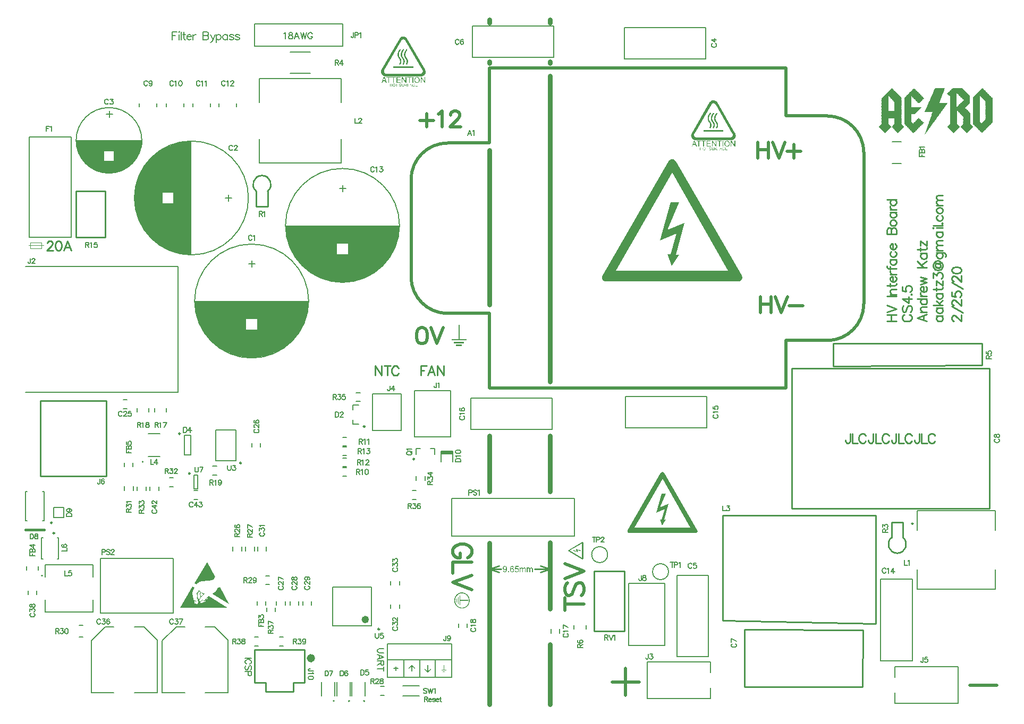
<source format=gbr>
%TF.GenerationSoftware,Altium Limited,Altium Designer,20.0.13 (296)*%
G04 Layer_Color=65535*
%FSLAX26Y26*%
%MOIN*%
%TF.FileFunction,Legend,Top*%
%TF.Part,Single*%
G01*
G75*
%TA.AperFunction,NonConductor*%
%ADD43C,0.020000*%
%ADD103C,0.009842*%
%ADD104C,0.023622*%
%ADD105C,0.006000*%
%ADD106C,0.007874*%
%ADD107C,0.010000*%
%ADD108C,0.005000*%
%ADD109C,0.030000*%
%ADD159C,0.008000*%
%ADD160C,0.015748*%
%ADD161C,0.007000*%
%ADD162R,0.070866X0.020000*%
G36*
X5778430Y3873928D02*
X5777418D01*
Y3872917D01*
X5778430D01*
Y3871905D01*
X5777418D01*
Y3870894D01*
X5776407D01*
Y3869882D01*
Y3868871D01*
Y3867859D01*
X5775395D01*
Y3866848D01*
X5776407D01*
Y3865836D01*
X5775395D01*
Y3864825D01*
X5774384D01*
Y3863814D01*
X5773372D01*
Y3862802D01*
X5774384D01*
Y3861791D01*
X5773372D01*
Y3860779D01*
Y3859768D01*
Y3858756D01*
X5772361D01*
Y3857745D01*
X5771349D01*
Y3856733D01*
X5772361D01*
Y3855722D01*
X5771349D01*
Y3854710D01*
X5770338D01*
Y3853699D01*
Y3852687D01*
Y3851676D01*
X5769326D01*
Y3850664D01*
X5770338D01*
Y3849653D01*
X5769326D01*
Y3848642D01*
X5768315D01*
Y3847630D01*
X5767303D01*
Y3846619D01*
X5768315D01*
Y3845607D01*
X5767303D01*
Y3844596D01*
Y3843584D01*
Y3842573D01*
X5766292D01*
Y3841561D01*
X5765280D01*
Y3840550D01*
X5766292D01*
Y3839538D01*
X5765280D01*
Y3838527D01*
Y3837515D01*
Y3836504D01*
X5764269D01*
Y3835492D01*
X5763257D01*
Y3834481D01*
X5764269D01*
Y3833469D01*
X5763257D01*
Y3832458D01*
Y3831446D01*
X5762246D01*
Y3830435D01*
Y3829423D01*
X5761234D01*
Y3828412D01*
X5762246D01*
Y3827401D01*
X5761234D01*
Y3826389D01*
X5760223D01*
Y3825378D01*
Y3824366D01*
Y3823355D01*
X5759212D01*
Y3822343D01*
X5760223D01*
Y3821332D01*
X5759212D01*
Y3820320D01*
X5758200D01*
Y3819309D01*
X5757189D01*
Y3818297D01*
X5758200D01*
Y3817286D01*
X5757189D01*
Y3816274D01*
X5756177D01*
Y3815263D01*
Y3814251D01*
Y3813240D01*
X5755166D01*
Y3812229D01*
X5756177D01*
Y3811217D01*
X5755166D01*
Y3810206D01*
X5754154D01*
Y3809194D01*
Y3808182D01*
Y3807171D01*
X5753143D01*
Y3806160D01*
Y3805148D01*
Y3804137D01*
X5752131D01*
Y3803125D01*
X5751120D01*
Y3802114D01*
X5752131D01*
Y3801102D01*
X5751120D01*
Y3800091D01*
Y3799079D01*
Y3798068D01*
X5750108D01*
Y3797056D01*
X5749097D01*
Y3796045D01*
X5750108D01*
Y3795033D01*
X5749097D01*
Y3794022D01*
Y3793010D01*
Y3791999D01*
X5748085D01*
Y3790988D01*
X5747074D01*
Y3789976D01*
X5748085D01*
Y3788965D01*
X5747074D01*
Y3787953D01*
X5746062D01*
Y3786942D01*
Y3785930D01*
Y3784919D01*
X5745051D01*
Y3783907D01*
X5746062D01*
Y3782896D01*
X5745051D01*
Y3781884D01*
X5744039D01*
Y3780873D01*
X5745051D01*
Y3779861D01*
X5746062D01*
Y3780873D01*
X5747074D01*
Y3779861D01*
X5748085D01*
Y3780873D01*
X5747074D01*
Y3781884D01*
X5748085D01*
Y3780873D01*
X5749097D01*
Y3779861D01*
X5750108D01*
Y3780873D01*
X5751120D01*
Y3779861D01*
X5752131D01*
Y3780873D01*
X5751120D01*
Y3781884D01*
X5752131D01*
Y3780873D01*
X5753143D01*
Y3779861D01*
X5754154D01*
Y3780873D01*
X5755166D01*
Y3779861D01*
X5756177D01*
Y3780873D01*
X5755166D01*
Y3781884D01*
X5756177D01*
Y3780873D01*
X5757189D01*
Y3779861D01*
X5758200D01*
Y3780873D01*
X5759212D01*
Y3779861D01*
X5760223D01*
Y3780873D01*
X5759212D01*
Y3781884D01*
X5760223D01*
Y3780873D01*
X5761234D01*
Y3779861D01*
X5762246D01*
Y3780873D01*
X5763257D01*
Y3779861D01*
X5764269D01*
Y3780873D01*
X5763257D01*
Y3781884D01*
X5764269D01*
Y3780873D01*
X5765280D01*
Y3779861D01*
X5766292D01*
Y3780873D01*
X5767303D01*
Y3779861D01*
X5768315D01*
Y3780873D01*
X5767303D01*
Y3781884D01*
X5768315D01*
Y3780873D01*
X5769326D01*
Y3779861D01*
X5770338D01*
Y3780873D01*
X5771349D01*
Y3779861D01*
X5772361D01*
Y3780873D01*
X5771349D01*
Y3781884D01*
X5772361D01*
Y3780873D01*
X5773372D01*
Y3779861D01*
X5774384D01*
Y3780873D01*
X5775395D01*
Y3779861D01*
X5776407D01*
Y3780873D01*
X5775395D01*
Y3781884D01*
X5776407D01*
Y3780873D01*
X5777418D01*
Y3779861D01*
X5778430D01*
Y3780873D01*
X5779441D01*
Y3779861D01*
X5780453D01*
Y3780873D01*
X5779441D01*
Y3781884D01*
X5780453D01*
Y3780873D01*
X5781464D01*
Y3779861D01*
X5782475D01*
Y3780873D01*
X5783487D01*
Y3779861D01*
X5784498D01*
Y3780873D01*
X5783487D01*
Y3781884D01*
X5784498D01*
Y3780873D01*
X5785510D01*
Y3779861D01*
X5786521D01*
Y3780873D01*
X5787533D01*
Y3779861D01*
X5788544D01*
Y3780873D01*
X5787533D01*
Y3781884D01*
X5788544D01*
Y3780873D01*
X5789556D01*
Y3779861D01*
X5790567D01*
Y3780873D01*
X5791579D01*
Y3779861D01*
X5792590D01*
Y3780873D01*
X5791579D01*
Y3781884D01*
X5792590D01*
Y3780873D01*
X5793602D01*
Y3779861D01*
X5794613D01*
Y3778850D01*
X5793602D01*
Y3777838D01*
X5792590D01*
Y3776827D01*
X5791579D01*
Y3775815D01*
Y3774804D01*
Y3773793D01*
X5790567D01*
Y3772781D01*
X5789556D01*
Y3771769D01*
X5788544D01*
Y3770758D01*
X5787533D01*
Y3769747D01*
X5788544D01*
Y3768735D01*
X5785510D01*
Y3767724D01*
X5786521D01*
Y3766712D01*
X5785510D01*
Y3765701D01*
X5784498D01*
Y3764689D01*
X5783487D01*
Y3763678D01*
X5782475D01*
Y3762666D01*
X5781464D01*
Y3761655D01*
Y3760643D01*
Y3759632D01*
X5780453D01*
Y3758620D01*
X5779441D01*
Y3757609D01*
X5778430D01*
Y3756597D01*
X5777418D01*
Y3755586D01*
X5776407D01*
Y3754575D01*
X5775395D01*
Y3753563D01*
X5776407D01*
Y3752552D01*
X5775395D01*
Y3751540D01*
X5774384D01*
Y3750529D01*
X5773372D01*
Y3749517D01*
X5772361D01*
Y3748506D01*
X5771349D01*
Y3747494D01*
Y3746483D01*
X5770338D01*
Y3745471D01*
Y3744460D01*
X5769326D01*
Y3743448D01*
X5768315D01*
Y3742437D01*
X5767303D01*
Y3741425D01*
X5766292D01*
Y3740414D01*
X5765280D01*
Y3739402D01*
X5766292D01*
Y3738391D01*
X5764269D01*
Y3737379D01*
Y3736368D01*
X5763257D01*
Y3735356D01*
X5762246D01*
Y3734345D01*
X5761234D01*
Y3733334D01*
Y3732322D01*
X5760223D01*
Y3731311D01*
Y3730299D01*
X5759212D01*
Y3729288D01*
X5758200D01*
Y3728276D01*
X5757189D01*
Y3727265D01*
X5756177D01*
Y3726253D01*
X5755166D01*
Y3725242D01*
X5756177D01*
Y3724230D01*
X5754154D01*
Y3723219D01*
Y3722207D01*
X5753143D01*
Y3721196D01*
X5752131D01*
Y3720184D01*
X5751120D01*
Y3719173D01*
Y3718162D01*
X5750108D01*
Y3717150D01*
Y3716139D01*
X5749097D01*
Y3715127D01*
X5748085D01*
Y3714116D01*
X5747074D01*
Y3713104D01*
X5746062D01*
Y3712093D01*
X5745051D01*
Y3711081D01*
X5746062D01*
Y3710070D01*
X5744039D01*
Y3709058D01*
Y3708047D01*
X5743028D01*
Y3707035D01*
X5742016D01*
Y3706024D01*
X5741005D01*
Y3705012D01*
Y3704001D01*
X5739994D01*
Y3702989D01*
Y3701978D01*
X5738982D01*
Y3700966D01*
X5737971D01*
Y3699955D01*
X5736959D01*
Y3698944D01*
X5735948D01*
Y3697932D01*
X5734936D01*
Y3696921D01*
X5735948D01*
Y3695909D01*
X5733925D01*
Y3694898D01*
Y3693886D01*
X5732913D01*
Y3692875D01*
X5731902D01*
Y3691863D01*
X5730890D01*
Y3690852D01*
Y3689840D01*
X5728867D01*
Y3688829D01*
X5729879D01*
Y3687817D01*
X5728867D01*
Y3686806D01*
X5727856D01*
Y3685794D01*
X5726845D01*
Y3684783D01*
X5725833D01*
Y3683771D01*
X5724822D01*
Y3682760D01*
X5725833D01*
Y3681749D01*
X5722799D01*
Y3680737D01*
X5723810D01*
Y3679726D01*
X5722799D01*
Y3678714D01*
X5721787D01*
Y3677703D01*
X5720776D01*
Y3676691D01*
Y3675680D01*
X5718753D01*
Y3674668D01*
Y3673657D01*
Y3672645D01*
X5717741D01*
Y3671634D01*
X5716730D01*
Y3670622D01*
X5715718D01*
Y3669611D01*
X5714707D01*
Y3668599D01*
X5715718D01*
Y3667588D01*
X5712684D01*
Y3666576D01*
X5713695D01*
Y3665565D01*
X5712684D01*
Y3664553D01*
X5711672D01*
Y3663542D01*
X5710661D01*
Y3662530D01*
X5709649D01*
Y3661519D01*
X5708638D01*
Y3660508D01*
X5709649D01*
Y3659496D01*
X5708638D01*
Y3658485D01*
X5707626D01*
Y3657473D01*
X5706615D01*
Y3656462D01*
X5705604D01*
Y3655450D01*
X5704592D01*
Y3654439D01*
X5703581D01*
Y3653427D01*
X5702569D01*
Y3652416D01*
X5703581D01*
Y3651404D01*
X5702569D01*
Y3650393D01*
X5701558D01*
Y3649381D01*
X5700546D01*
Y3648370D01*
X5699535D01*
Y3647358D01*
X5698523D01*
Y3646347D01*
Y3645336D01*
Y3644324D01*
X5697512D01*
Y3643313D01*
X5696500D01*
Y3642301D01*
X5695489D01*
Y3641290D01*
X5694477D01*
Y3640278D01*
X5695489D01*
Y3639267D01*
X5694477D01*
Y3640278D01*
X5693466D01*
Y3639267D01*
X5692454D01*
Y3638255D01*
X5693466D01*
Y3637244D01*
X5692454D01*
Y3636232D01*
X5691443D01*
Y3635221D01*
X5690431D01*
Y3634209D01*
X5689420D01*
Y3633198D01*
X5688408D01*
Y3632186D01*
Y3631175D01*
Y3630163D01*
X5687397D01*
Y3629152D01*
X5686386D01*
Y3628140D01*
X5685374D01*
Y3627129D01*
X5684363D01*
Y3626117D01*
X5683351D01*
Y3625106D01*
X5682340D01*
Y3624095D01*
X5683351D01*
Y3623083D01*
X5682340D01*
Y3622072D01*
X5681328D01*
Y3621060D01*
X5680317D01*
Y3620049D01*
X5679305D01*
Y3619037D01*
X5678294D01*
Y3618026D01*
Y3617014D01*
X5677282D01*
Y3616003D01*
Y3614991D01*
X5676271D01*
Y3613980D01*
X5675259D01*
Y3612968D01*
X5674248D01*
Y3611957D01*
X5673236D01*
Y3610945D01*
X5672225D01*
Y3609934D01*
X5673236D01*
Y3608923D01*
X5670202D01*
Y3607911D01*
X5671213D01*
Y3606900D01*
X5670202D01*
Y3605888D01*
X5669191D01*
Y3604877D01*
X5668179D01*
Y3603865D01*
Y3602854D01*
X5667168D01*
Y3601842D01*
Y3600831D01*
X5666156D01*
Y3599819D01*
X5665145D01*
Y3598808D01*
X5664133D01*
Y3597796D01*
X5663122D01*
Y3596785D01*
X5662110D01*
Y3595773D01*
X5663122D01*
Y3594762D01*
X5661099D01*
Y3593750D01*
Y3592739D01*
X5660087D01*
Y3591727D01*
X5659076D01*
Y3590716D01*
X5658064D01*
Y3589704D01*
Y3588693D01*
X5657053D01*
Y3587682D01*
Y3586670D01*
X5656041D01*
Y3585659D01*
X5655030D01*
Y3584647D01*
X5654018D01*
Y3583636D01*
X5653007D01*
Y3584647D01*
X5651995D01*
Y3585659D01*
X5653007D01*
Y3586670D01*
X5654018D01*
Y3587682D01*
X5655030D01*
Y3588693D01*
X5654018D01*
Y3589704D01*
X5655030D01*
Y3590716D01*
X5654018D01*
Y3591727D01*
X5655030D01*
Y3592739D01*
X5656041D01*
Y3593750D01*
X5657053D01*
Y3594762D01*
X5656041D01*
Y3595773D01*
X5657053D01*
Y3596785D01*
Y3597796D01*
Y3598808D01*
X5658064D01*
Y3599819D01*
X5659076D01*
Y3600831D01*
X5658064D01*
Y3601842D01*
X5659076D01*
Y3602854D01*
X5658064D01*
Y3603865D01*
X5660087D01*
Y3604877D01*
Y3605888D01*
X5661099D01*
Y3606900D01*
X5660087D01*
Y3607911D01*
X5661099D01*
Y3608923D01*
Y3609934D01*
X5662110D01*
Y3610945D01*
Y3611957D01*
X5663122D01*
Y3612968D01*
X5662110D01*
Y3613980D01*
X5663122D01*
Y3614991D01*
X5662110D01*
Y3616003D01*
X5664133D01*
Y3617014D01*
Y3618026D01*
X5665145D01*
Y3619037D01*
X5664133D01*
Y3620049D01*
X5665145D01*
Y3621060D01*
X5666156D01*
Y3622072D01*
Y3623083D01*
Y3624095D01*
X5667168D01*
Y3625106D01*
X5666156D01*
Y3626117D01*
X5667168D01*
Y3627129D01*
X5668179D01*
Y3628140D01*
Y3629152D01*
Y3630163D01*
X5669191D01*
Y3631175D01*
Y3632186D01*
Y3633198D01*
X5670202D01*
Y3634209D01*
Y3635221D01*
Y3636232D01*
X5671213D01*
Y3637244D01*
Y3638255D01*
Y3639267D01*
X5672225D01*
Y3640278D01*
X5673236D01*
Y3641290D01*
X5672225D01*
Y3642301D01*
X5673236D01*
Y3643313D01*
Y3644324D01*
Y3645336D01*
X5674248D01*
Y3646347D01*
Y3647358D01*
Y3648370D01*
X5675259D01*
Y3649381D01*
Y3650393D01*
Y3651404D01*
X5676271D01*
Y3652416D01*
X5677282D01*
Y3653427D01*
X5676271D01*
Y3654439D01*
X5677282D01*
Y3655450D01*
Y3656462D01*
Y3657473D01*
X5678294D01*
Y3658485D01*
X5679305D01*
Y3659496D01*
X5678294D01*
Y3660508D01*
X5679305D01*
Y3661519D01*
X5680317D01*
Y3662530D01*
X5679305D01*
Y3663542D01*
X5680317D01*
Y3664553D01*
X5681328D01*
Y3665565D01*
X5680317D01*
Y3666576D01*
X5681328D01*
Y3667588D01*
X5682340D01*
Y3668599D01*
Y3669611D01*
Y3670622D01*
X5683351D01*
Y3671634D01*
X5682340D01*
Y3672645D01*
X5683351D01*
Y3673657D01*
X5684363D01*
Y3674668D01*
Y3675680D01*
Y3676691D01*
X5685374D01*
Y3677703D01*
X5684363D01*
Y3678714D01*
X5685374D01*
Y3679726D01*
X5686386D01*
Y3680737D01*
X5687397D01*
Y3681749D01*
X5686386D01*
Y3682760D01*
X5687397D01*
Y3683771D01*
X5686386D01*
Y3684783D01*
X5687397D01*
Y3685794D01*
X5688408D01*
Y3686806D01*
X5689420D01*
Y3687817D01*
X5688408D01*
Y3688829D01*
X5689420D01*
Y3689840D01*
Y3690852D01*
Y3691863D01*
X5690431D01*
Y3692875D01*
X5691443D01*
Y3693886D01*
X5690431D01*
Y3694898D01*
X5691443D01*
Y3695909D01*
X5690431D01*
Y3696921D01*
X5691443D01*
Y3697932D01*
X5692454D01*
Y3698944D01*
X5693466D01*
Y3699955D01*
X5692454D01*
Y3700966D01*
X5693466D01*
Y3701978D01*
Y3702989D01*
X5694477D01*
Y3704001D01*
Y3705012D01*
X5695489D01*
Y3706024D01*
X5694477D01*
Y3707035D01*
X5695489D01*
Y3708047D01*
Y3709058D01*
X5696500D01*
Y3710070D01*
Y3711081D01*
X5697512D01*
Y3712093D01*
X5696500D01*
Y3713104D01*
X5697512D01*
Y3714116D01*
X5698523D01*
Y3715127D01*
Y3716139D01*
Y3717150D01*
X5699535D01*
Y3718162D01*
X5698523D01*
Y3719173D01*
X5699535D01*
Y3720184D01*
Y3721196D01*
X5700546D01*
Y3722207D01*
Y3723219D01*
X5701558D01*
Y3724230D01*
X5700546D01*
Y3725242D01*
X5699535D01*
Y3726253D01*
X5698523D01*
Y3725242D01*
X5695489D01*
Y3726253D01*
X5694477D01*
Y3725242D01*
X5691443D01*
Y3726253D01*
X5690431D01*
Y3725242D01*
X5687397D01*
Y3726253D01*
X5686386D01*
Y3725242D01*
X5683351D01*
Y3726253D01*
X5682340D01*
Y3725242D01*
X5679305D01*
Y3726253D01*
X5678294D01*
Y3725242D01*
X5675259D01*
Y3726253D01*
X5674248D01*
Y3725242D01*
X5671213D01*
Y3726253D01*
X5670202D01*
Y3725242D01*
X5667168D01*
Y3726253D01*
X5666156D01*
Y3725242D01*
X5663122D01*
Y3726253D01*
X5662110D01*
Y3725242D01*
X5659076D01*
Y3726253D01*
X5658064D01*
Y3725242D01*
X5655030D01*
Y3726253D01*
X5654018D01*
Y3725242D01*
X5653007D01*
Y3726253D01*
X5651995D01*
Y3727265D01*
X5653007D01*
Y3728276D01*
Y3729288D01*
Y3730299D01*
X5654018D01*
Y3731311D01*
X5655030D01*
Y3732322D01*
X5654018D01*
Y3733334D01*
X5655030D01*
Y3734345D01*
X5656041D01*
Y3735356D01*
X5657053D01*
Y3736368D01*
X5656041D01*
Y3737379D01*
X5657053D01*
Y3738391D01*
X5658064D01*
Y3739402D01*
Y3740414D01*
Y3741425D01*
X5659076D01*
Y3742437D01*
Y3743448D01*
Y3744460D01*
X5660087D01*
Y3745471D01*
X5661099D01*
Y3746483D01*
X5660087D01*
Y3747494D01*
X5661099D01*
Y3748506D01*
X5662110D01*
Y3749517D01*
X5663122D01*
Y3750529D01*
X5662110D01*
Y3751540D01*
X5663122D01*
Y3752552D01*
X5664133D01*
Y3753563D01*
Y3754575D01*
Y3755586D01*
X5665145D01*
Y3756597D01*
Y3757609D01*
X5666156D01*
Y3758620D01*
Y3759632D01*
X5667168D01*
Y3760643D01*
X5666156D01*
Y3761655D01*
X5667168D01*
Y3762666D01*
X5668179D01*
Y3763678D01*
X5669191D01*
Y3764689D01*
X5668179D01*
Y3765701D01*
X5669191D01*
Y3766712D01*
X5670202D01*
Y3767724D01*
Y3768735D01*
Y3769747D01*
X5671213D01*
Y3770758D01*
X5672225D01*
Y3771769D01*
X5673236D01*
Y3772781D01*
X5672225D01*
Y3773793D01*
X5673236D01*
Y3774804D01*
Y3775815D01*
X5674248D01*
Y3776827D01*
Y3777838D01*
X5675259D01*
Y3778850D01*
Y3779861D01*
Y3780873D01*
X5676271D01*
Y3781884D01*
X5677282D01*
Y3782896D01*
X5676271D01*
Y3783907D01*
X5677282D01*
Y3784919D01*
X5678294D01*
Y3785930D01*
X5679305D01*
Y3786942D01*
X5678294D01*
Y3787953D01*
X5679305D01*
Y3788965D01*
Y3789976D01*
X5680317D01*
Y3790988D01*
Y3791999D01*
X5681328D01*
Y3793010D01*
Y3794022D01*
Y3795033D01*
X5682340D01*
Y3796045D01*
X5683351D01*
Y3797056D01*
X5682340D01*
Y3798068D01*
X5683351D01*
Y3799079D01*
X5684363D01*
Y3800091D01*
X5685374D01*
Y3801102D01*
X5684363D01*
Y3802114D01*
X5685374D01*
Y3803125D01*
X5686386D01*
Y3804137D01*
Y3805148D01*
Y3806160D01*
X5687397D01*
Y3807171D01*
Y3808182D01*
Y3809194D01*
X5688408D01*
Y3810206D01*
X5689420D01*
Y3811217D01*
Y3812229D01*
Y3813240D01*
X5690431D01*
Y3814251D01*
X5691443D01*
Y3815263D01*
X5690431D01*
Y3816274D01*
X5691443D01*
Y3817286D01*
X5692454D01*
Y3818297D01*
X5693466D01*
Y3819309D01*
X5692454D01*
Y3820320D01*
X5693466D01*
Y3821332D01*
X5694477D01*
Y3822343D01*
Y3823355D01*
Y3824366D01*
X5695489D01*
Y3825378D01*
X5694477D01*
Y3826389D01*
X5696500D01*
Y3827401D01*
Y3828412D01*
X5697512D01*
Y3829423D01*
Y3830435D01*
Y3831446D01*
X5698523D01*
Y3832458D01*
X5699535D01*
Y3833469D01*
X5698523D01*
Y3834481D01*
X5699535D01*
Y3835492D01*
X5700546D01*
Y3836504D01*
X5701558D01*
Y3837515D01*
X5700546D01*
Y3838527D01*
X5701558D01*
Y3839538D01*
Y3840550D01*
X5702569D01*
Y3841561D01*
Y3842573D01*
X5703581D01*
Y3843584D01*
Y3844596D01*
Y3845607D01*
X5704592D01*
Y3846619D01*
X5705604D01*
Y3847630D01*
X5704592D01*
Y3848642D01*
X5705604D01*
Y3849653D01*
X5706615D01*
Y3850664D01*
X5707626D01*
Y3851676D01*
X5706615D01*
Y3852687D01*
X5707626D01*
Y3853699D01*
Y3854710D01*
X5708638D01*
Y3855722D01*
Y3856733D01*
X5709649D01*
Y3857745D01*
Y3858756D01*
Y3859768D01*
X5710661D01*
Y3858756D01*
X5711672D01*
Y3859768D01*
X5710661D01*
Y3860779D01*
X5711672D01*
Y3861791D01*
X5710661D01*
Y3862802D01*
X5711672D01*
Y3863814D01*
X5712684D01*
Y3864825D01*
X5713695D01*
Y3865836D01*
X5712684D01*
Y3866848D01*
X5713695D01*
Y3867859D01*
X5714707D01*
Y3868871D01*
Y3869882D01*
Y3870894D01*
X5715718D01*
Y3871905D01*
X5716730D01*
Y3872917D01*
Y3873928D01*
Y3874940D01*
X5778430D01*
Y3873928D01*
D02*
G37*
G36*
X5585238Y3872917D02*
X5588273D01*
Y3871905D01*
X5587261D01*
Y3870894D01*
X5590296D01*
Y3869882D01*
X5589284D01*
Y3868871D01*
X5592319D01*
Y3867859D01*
X5591307D01*
Y3866848D01*
X5594342D01*
Y3865836D01*
X5593330D01*
Y3864825D01*
X5596364D01*
Y3863814D01*
X5595353D01*
Y3862802D01*
X5598387D01*
Y3861791D01*
X5597376D01*
Y3860779D01*
X5600410D01*
Y3859768D01*
X5599399D01*
Y3858756D01*
X5602433D01*
Y3857745D01*
X5601422D01*
Y3856733D01*
X5604456D01*
Y3855722D01*
X5603445D01*
Y3854710D01*
X5606479D01*
Y3853699D01*
X5605468D01*
Y3852687D01*
X5608502D01*
Y3851676D01*
X5607491D01*
Y3850664D01*
X5610525D01*
Y3849653D01*
X5609514D01*
Y3848642D01*
X5612548D01*
Y3847630D01*
X5611537D01*
Y3846619D01*
X5614571D01*
Y3845607D01*
X5613560D01*
Y3844596D01*
X5616594D01*
Y3843584D01*
X5615583D01*
Y3842573D01*
X5618617D01*
Y3841561D01*
X5617605D01*
Y3840550D01*
X5620640D01*
Y3839538D01*
X5619628D01*
Y3838527D01*
X5622663D01*
Y3837515D01*
X5621651D01*
Y3836504D01*
X5624686D01*
Y3835492D01*
X5623674D01*
Y3834481D01*
X5626709D01*
Y3833469D01*
X5625697D01*
Y3832458D01*
X5628732D01*
Y3831446D01*
X5627720D01*
Y3830435D01*
X5630755D01*
Y3829423D01*
X5629743D01*
Y3828412D01*
X5632778D01*
Y3827401D01*
X5631766D01*
Y3826389D01*
X5634801D01*
Y3825378D01*
X5633789D01*
Y3824366D01*
X5636823D01*
Y3823355D01*
X5635812D01*
Y3822343D01*
X5638846D01*
Y3821332D01*
X5637835D01*
Y3820320D01*
X5640869D01*
Y3819309D01*
X5639858D01*
Y3818297D01*
X5642892D01*
Y3817286D01*
X5641881D01*
Y3816274D01*
X5644915D01*
Y3815263D01*
X5643904D01*
Y3814251D01*
X5646938D01*
Y3813240D01*
X5645927D01*
Y3812229D01*
X5648961D01*
Y3811217D01*
X5647950D01*
Y3810206D01*
X5646938D01*
Y3809194D01*
X5645927D01*
Y3808182D01*
X5644915D01*
Y3807171D01*
X5643904D01*
Y3806160D01*
X5642892D01*
Y3805148D01*
X5641881D01*
Y3804137D01*
X5640869D01*
Y3803125D01*
X5639858D01*
Y3802114D01*
X5638846D01*
Y3801102D01*
X5637835D01*
Y3800091D01*
X5636823D01*
Y3799079D01*
X5635812D01*
Y3798068D01*
X5634801D01*
Y3797056D01*
X5633789D01*
Y3796045D01*
X5632778D01*
Y3795033D01*
X5631766D01*
Y3794022D01*
X5630755D01*
Y3793010D01*
X5629743D01*
Y3791999D01*
X5628732D01*
Y3790988D01*
X5627720D01*
Y3789976D01*
X5626709D01*
Y3788965D01*
X5625697D01*
Y3787953D01*
X5624686D01*
Y3786942D01*
X5623674D01*
Y3785930D01*
X5622663D01*
Y3784919D01*
X5621651D01*
Y3783907D01*
X5620640D01*
Y3782896D01*
X5619628D01*
Y3781884D01*
X5618617D01*
Y3780873D01*
X5617605D01*
Y3779861D01*
X5616594D01*
Y3778850D01*
X5615583D01*
Y3777838D01*
X5614571D01*
Y3778850D01*
X5613560D01*
Y3779861D01*
X5612548D01*
Y3780873D01*
X5611537D01*
Y3781884D01*
X5610525D01*
Y3782896D01*
X5609514D01*
Y3783907D01*
X5608502D01*
Y3784919D01*
X5607491D01*
Y3785930D01*
X5606479D01*
Y3786942D01*
X5605468D01*
Y3787953D01*
X5604456D01*
Y3788965D01*
X5603445D01*
Y3789976D01*
X5602433D01*
Y3790988D01*
X5601422D01*
Y3791999D01*
X5600410D01*
Y3793010D01*
X5599399D01*
Y3794022D01*
X5598387D01*
Y3795033D01*
X5597376D01*
Y3796045D01*
X5596364D01*
Y3797056D01*
X5595353D01*
Y3798068D01*
X5594342D01*
Y3799079D01*
X5593330D01*
Y3800091D01*
X5592319D01*
Y3801102D01*
X5591307D01*
Y3802114D01*
X5590296D01*
Y3803125D01*
X5589284D01*
Y3804137D01*
X5588273D01*
Y3805148D01*
X5587261D01*
Y3806160D01*
X5586250D01*
Y3807171D01*
X5585238D01*
Y3808182D01*
X5584227D01*
Y3809194D01*
X5583215D01*
Y3810206D01*
X5582204D01*
Y3811217D01*
X5581193D01*
Y3812229D01*
X5580181D01*
Y3813240D01*
X5579169D01*
Y3814251D01*
X5578158D01*
Y3815263D01*
X5577147D01*
Y3816274D01*
X5576135D01*
Y3817286D01*
X5575124D01*
Y3818297D01*
X5574112D01*
Y3819309D01*
X5573101D01*
Y3820320D01*
X5572089D01*
Y3821332D01*
X5571078D01*
Y3822343D01*
X5570066D01*
Y3823355D01*
X5569055D01*
Y3824366D01*
X5568043D01*
Y3825378D01*
X5567032D01*
Y3824366D01*
X5568043D01*
Y3823355D01*
X5567032D01*
Y3822343D01*
X5568043D01*
Y3821332D01*
X5567032D01*
Y3820320D01*
X5568043D01*
Y3819309D01*
X5567032D01*
Y3818297D01*
X5568043D01*
Y3817286D01*
X5567032D01*
Y3816274D01*
X5568043D01*
Y3815263D01*
X5567032D01*
Y3814251D01*
X5568043D01*
Y3813240D01*
X5567032D01*
Y3812229D01*
X5568043D01*
Y3811217D01*
X5567032D01*
Y3810206D01*
X5568043D01*
Y3809194D01*
X5567032D01*
Y3808182D01*
X5568043D01*
Y3807171D01*
X5567032D01*
Y3806160D01*
X5568043D01*
Y3805148D01*
X5567032D01*
Y3804137D01*
X5568043D01*
Y3803125D01*
X5567032D01*
Y3802114D01*
X5568043D01*
Y3801102D01*
X5567032D01*
Y3800091D01*
X5568043D01*
Y3799079D01*
X5567032D01*
Y3798068D01*
X5568043D01*
Y3797056D01*
X5567032D01*
Y3796045D01*
X5568043D01*
Y3795033D01*
X5567032D01*
Y3794022D01*
X5568043D01*
Y3793010D01*
X5567032D01*
Y3791999D01*
X5568043D01*
Y3790988D01*
X5567032D01*
Y3789976D01*
X5568043D01*
Y3788965D01*
X5567032D01*
Y3787953D01*
X5568043D01*
Y3786942D01*
X5567032D01*
Y3785930D01*
X5568043D01*
Y3784919D01*
X5567032D01*
Y3783907D01*
X5568043D01*
Y3782896D01*
X5567032D01*
Y3781884D01*
X5568043D01*
Y3780873D01*
X5567032D01*
Y3779861D01*
X5568043D01*
Y3778850D01*
X5567032D01*
Y3777838D01*
X5568043D01*
Y3776827D01*
X5567032D01*
Y3775815D01*
X5568043D01*
Y3774804D01*
X5567032D01*
Y3773793D01*
X5568043D01*
Y3772781D01*
X5567032D01*
Y3771769D01*
X5568043D01*
Y3770758D01*
X5567032D01*
Y3769747D01*
X5568043D01*
Y3768735D01*
X5567032D01*
Y3767724D01*
X5568043D01*
Y3766712D01*
X5567032D01*
Y3765701D01*
X5568043D01*
Y3764689D01*
X5567032D01*
Y3763678D01*
X5568043D01*
Y3762666D01*
X5567032D01*
Y3761655D01*
X5568043D01*
Y3760643D01*
X5567032D01*
Y3759632D01*
X5568043D01*
Y3758620D01*
X5567032D01*
Y3757609D01*
X5568043D01*
Y3756597D01*
X5567032D01*
Y3755586D01*
X5568043D01*
Y3754575D01*
X5569055D01*
Y3753563D01*
X5570066D01*
Y3754575D01*
X5571078D01*
Y3755586D01*
X5572089D01*
Y3754575D01*
X5573101D01*
Y3753563D01*
X5574112D01*
Y3754575D01*
X5575124D01*
Y3755586D01*
X5576135D01*
Y3754575D01*
X5577147D01*
Y3753563D01*
X5578158D01*
Y3754575D01*
X5579169D01*
Y3755586D01*
X5580181D01*
Y3754575D01*
X5581193D01*
Y3753563D01*
X5582204D01*
Y3754575D01*
X5583215D01*
Y3755586D01*
X5584227D01*
Y3754575D01*
X5585238D01*
Y3753563D01*
X5586250D01*
Y3754575D01*
X5587261D01*
Y3755586D01*
X5588273D01*
Y3754575D01*
X5589284D01*
Y3753563D01*
X5590296D01*
Y3754575D01*
X5591307D01*
Y3755586D01*
X5592319D01*
Y3754575D01*
X5593330D01*
Y3753563D01*
X5594342D01*
Y3754575D01*
X5595353D01*
Y3755586D01*
X5596364D01*
Y3754575D01*
X5597376D01*
Y3753563D01*
X5598387D01*
Y3754575D01*
X5599399D01*
Y3755586D01*
X5600410D01*
Y3754575D01*
X5601422D01*
Y3753563D01*
X5602433D01*
Y3754575D01*
X5603445D01*
Y3755586D01*
X5604456D01*
Y3754575D01*
X5605468D01*
Y3753563D01*
X5606479D01*
Y3754575D01*
X5607491D01*
Y3755586D01*
X5608502D01*
Y3754575D01*
X5609514D01*
Y3753563D01*
X5610525D01*
Y3754575D01*
X5611537D01*
Y3755586D01*
X5612548D01*
Y3754575D01*
X5613560D01*
Y3753563D01*
X5614571D01*
Y3754575D01*
X5615583D01*
Y3755586D01*
X5616594D01*
Y3754575D01*
X5617605D01*
Y3753563D01*
X5618617D01*
Y3754575D01*
X5619628D01*
Y3755586D01*
X5620640D01*
Y3754575D01*
X5621651D01*
Y3753563D01*
X5622663D01*
Y3754575D01*
X5623674D01*
Y3755586D01*
X5624686D01*
Y3754575D01*
X5625697D01*
Y3753563D01*
X5626709D01*
Y3754575D01*
X5627720D01*
Y3755586D01*
X5628732D01*
Y3754575D01*
X5629743D01*
Y3753563D01*
X5630755D01*
Y3754575D01*
X5631766D01*
Y3753563D01*
X5632778D01*
Y3752552D01*
X5631766D01*
Y3751540D01*
X5630755D01*
Y3750529D01*
X5628732D01*
Y3749517D01*
Y3748506D01*
X5626709D01*
Y3747494D01*
Y3746483D01*
X5624686D01*
Y3745471D01*
Y3744460D01*
X5623674D01*
Y3743448D01*
X5622663D01*
Y3742437D01*
X5620640D01*
Y3741425D01*
Y3740414D01*
X5618617D01*
Y3739402D01*
Y3738391D01*
X5616594D01*
Y3737379D01*
Y3736368D01*
X5615583D01*
Y3735356D01*
X5614571D01*
Y3734345D01*
X5613560D01*
Y3733334D01*
X5612548D01*
Y3732322D01*
X5611537D01*
Y3731311D01*
X5610525D01*
Y3730299D01*
X5609514D01*
Y3729288D01*
X5608502D01*
Y3728276D01*
X5607491D01*
Y3727265D01*
X5606479D01*
Y3726253D01*
X5605468D01*
Y3725242D01*
X5604456D01*
Y3724230D01*
X5603445D01*
Y3723219D01*
X5602433D01*
Y3722207D01*
X5601422D01*
Y3721196D01*
X5600410D01*
Y3720184D01*
X5599399D01*
Y3719173D01*
X5598387D01*
Y3718162D01*
X5597376D01*
Y3717150D01*
X5596364D01*
Y3716139D01*
X5595353D01*
Y3715127D01*
X5594342D01*
Y3714116D01*
X5593330D01*
Y3713104D01*
X5592319D01*
Y3712093D01*
X5567032D01*
Y3711081D01*
X5568043D01*
Y3710070D01*
X5567032D01*
Y3709058D01*
X5568043D01*
Y3708047D01*
X5567032D01*
Y3707035D01*
X5568043D01*
Y3706024D01*
X5567032D01*
Y3705012D01*
X5568043D01*
Y3704001D01*
X5567032D01*
Y3702989D01*
X5568043D01*
Y3701978D01*
X5567032D01*
Y3700966D01*
X5568043D01*
Y3699955D01*
X5567032D01*
Y3698944D01*
X5568043D01*
Y3697932D01*
X5567032D01*
Y3696921D01*
X5568043D01*
Y3695909D01*
X5567032D01*
Y3694898D01*
X5568043D01*
Y3693886D01*
X5567032D01*
Y3692875D01*
X5568043D01*
Y3691863D01*
X5567032D01*
Y3690852D01*
X5568043D01*
Y3689840D01*
X5567032D01*
Y3688829D01*
X5568043D01*
Y3687817D01*
X5567032D01*
Y3686806D01*
X5568043D01*
Y3685794D01*
X5567032D01*
Y3684783D01*
X5568043D01*
Y3683771D01*
X5567032D01*
Y3682760D01*
X5568043D01*
Y3681749D01*
X5567032D01*
Y3680737D01*
X5568043D01*
Y3679726D01*
X5567032D01*
Y3678714D01*
X5568043D01*
Y3677703D01*
X5567032D01*
Y3676691D01*
X5568043D01*
Y3675680D01*
X5567032D01*
Y3674668D01*
X5568043D01*
Y3673657D01*
X5567032D01*
Y3672645D01*
X5568043D01*
Y3671634D01*
X5567032D01*
Y3670622D01*
X5568043D01*
Y3669611D01*
X5567032D01*
Y3668599D01*
X5568043D01*
Y3667588D01*
X5567032D01*
Y3666576D01*
X5568043D01*
Y3665565D01*
X5567032D01*
Y3664553D01*
X5568043D01*
Y3663542D01*
X5567032D01*
Y3662530D01*
X5569055D01*
Y3661519D01*
Y3660508D01*
X5572089D01*
Y3659496D01*
Y3658485D01*
X5574112D01*
Y3657473D01*
X5573101D01*
Y3656462D01*
X5576135D01*
Y3655450D01*
Y3654439D01*
X5578158D01*
Y3653427D01*
Y3652416D01*
X5580181D01*
Y3653427D01*
Y3654439D01*
X5582204D01*
Y3655450D01*
X5581193D01*
Y3656462D01*
X5584227D01*
Y3657473D01*
Y3658485D01*
X5586250D01*
Y3659496D01*
X5585238D01*
Y3660508D01*
X5588273D01*
Y3661519D01*
Y3662530D01*
X5590296D01*
Y3663542D01*
X5589284D01*
Y3664553D01*
X5592319D01*
Y3665565D01*
X5593330D01*
Y3666576D01*
X5594342D01*
Y3667588D01*
X5593330D01*
Y3668599D01*
X5596364D01*
Y3669611D01*
Y3670622D01*
X5598387D01*
Y3671634D01*
X5597376D01*
Y3672645D01*
X5600410D01*
Y3673657D01*
Y3674668D01*
X5602433D01*
Y3675680D01*
X5601422D01*
Y3676691D01*
X5604456D01*
Y3677703D01*
Y3678714D01*
X5606479D01*
Y3679726D01*
X5605468D01*
Y3680737D01*
X5608502D01*
Y3681749D01*
X5609514D01*
Y3682760D01*
X5610525D01*
Y3683771D01*
X5609514D01*
Y3684783D01*
X5612548D01*
Y3685794D01*
Y3686806D01*
X5614571D01*
Y3687817D01*
X5613560D01*
Y3688829D01*
X5614571D01*
Y3687817D01*
X5615583D01*
Y3686806D01*
X5616594D01*
Y3685794D01*
X5617605D01*
Y3684783D01*
X5618617D01*
Y3683771D01*
X5619628D01*
Y3682760D01*
X5620640D01*
Y3681749D01*
X5621651D01*
Y3680737D01*
X5622663D01*
Y3679726D01*
X5623674D01*
Y3678714D01*
X5624686D01*
Y3677703D01*
X5625697D01*
Y3676691D01*
X5626709D01*
Y3675680D01*
X5627720D01*
Y3674668D01*
X5628732D01*
Y3673657D01*
X5629743D01*
Y3672645D01*
X5630755D01*
Y3671634D01*
X5631766D01*
Y3670622D01*
X5632778D01*
Y3669611D01*
X5633789D01*
Y3668599D01*
X5634801D01*
Y3667588D01*
X5635812D01*
Y3666576D01*
X5636823D01*
Y3665565D01*
X5637835D01*
Y3664553D01*
X5639858D01*
Y3663542D01*
Y3662530D01*
X5641881D01*
Y3661519D01*
Y3660508D01*
X5643904D01*
Y3659496D01*
Y3658485D01*
X5644915D01*
Y3657473D01*
X5645927D01*
Y3656462D01*
X5646938D01*
Y3655450D01*
X5644915D01*
Y3654439D01*
Y3653427D01*
X5641881D01*
Y3652416D01*
X5642892D01*
Y3651404D01*
X5640869D01*
Y3650393D01*
Y3649381D01*
X5637835D01*
Y3648370D01*
X5638846D01*
Y3647358D01*
X5636823D01*
Y3646347D01*
Y3645336D01*
X5633789D01*
Y3644324D01*
X5634801D01*
Y3643313D01*
X5632778D01*
Y3642301D01*
Y3641290D01*
X5629743D01*
Y3640278D01*
X5630755D01*
Y3639267D01*
X5628732D01*
Y3638255D01*
Y3637244D01*
X5625697D01*
Y3636232D01*
X5626709D01*
Y3635221D01*
X5623674D01*
Y3634209D01*
X5624686D01*
Y3633198D01*
X5621651D01*
Y3632186D01*
X5622663D01*
Y3631175D01*
X5619628D01*
Y3630163D01*
X5620640D01*
Y3629152D01*
X5617605D01*
Y3628140D01*
X5618617D01*
Y3627129D01*
X5615583D01*
Y3626117D01*
X5616594D01*
Y3625106D01*
X5613560D01*
Y3624095D01*
X5614571D01*
Y3623083D01*
X5611537D01*
Y3622072D01*
X5612548D01*
Y3621060D01*
X5609514D01*
Y3620049D01*
X5610525D01*
Y3619037D01*
X5607491D01*
Y3618026D01*
X5608502D01*
Y3617014D01*
X5607491D01*
Y3618026D01*
X5606479D01*
Y3617014D01*
X5605468D01*
Y3616003D01*
X5606479D01*
Y3614991D01*
X5603445D01*
Y3613980D01*
X5604456D01*
Y3612968D01*
X5601422D01*
Y3611957D01*
X5602433D01*
Y3610945D01*
X5599399D01*
Y3609934D01*
X5600410D01*
Y3608923D01*
X5599399D01*
Y3609934D01*
X5598387D01*
Y3608923D01*
X5597376D01*
Y3607911D01*
X5598387D01*
Y3606900D01*
X5595353D01*
Y3605888D01*
X5596364D01*
Y3604877D01*
X5593330D01*
Y3603865D01*
X5594342D01*
Y3602854D01*
X5591307D01*
Y3601842D01*
X5590296D01*
Y3600831D01*
X5589284D01*
Y3599819D01*
X5590296D01*
Y3598808D01*
X5587261D01*
Y3597796D01*
X5586250D01*
Y3596785D01*
X5585238D01*
Y3595773D01*
X5586250D01*
Y3594762D01*
X5585238D01*
Y3595773D01*
X5584227D01*
Y3594762D01*
X5583215D01*
Y3593750D01*
X5582204D01*
Y3592739D01*
X5581193D01*
Y3591727D01*
X5580181D01*
Y3592739D01*
X5579169D01*
Y3593750D01*
X5578158D01*
Y3594762D01*
X5577147D01*
Y3595773D01*
X5576135D01*
Y3596785D01*
X5575124D01*
Y3597796D01*
X5574112D01*
Y3598808D01*
X5573101D01*
Y3599819D01*
X5572089D01*
Y3600831D01*
X5571078D01*
Y3601842D01*
X5570066D01*
Y3602854D01*
X5569055D01*
Y3603865D01*
X5570066D01*
Y3604877D01*
X5567032D01*
Y3605888D01*
X5568043D01*
Y3606900D01*
X5565009D01*
Y3607911D01*
X5566020D01*
Y3608923D01*
X5562986D01*
Y3609934D01*
X5563997D01*
Y3610945D01*
X5560963D01*
Y3611957D01*
X5561974D01*
Y3612968D01*
X5558940D01*
Y3613980D01*
X5559952D01*
Y3614991D01*
X5556917D01*
Y3616003D01*
X5557929D01*
Y3617014D01*
X5554894D01*
Y3618026D01*
X5555906D01*
Y3619037D01*
X5552871D01*
Y3620049D01*
X5553883D01*
Y3621060D01*
X5550848D01*
Y3622072D01*
X5551860D01*
Y3623083D01*
X5548825D01*
Y3624095D01*
X5549837D01*
Y3625106D01*
X5546802D01*
Y3626117D01*
X5547814D01*
Y3627129D01*
X5544779D01*
Y3628140D01*
X5545791D01*
Y3629152D01*
X5542757D01*
Y3630163D01*
X5543768D01*
Y3631175D01*
X5540734D01*
Y3632186D01*
X5541745D01*
Y3633198D01*
X5538711D01*
Y3634209D01*
X5539722D01*
Y3635221D01*
X5536688D01*
Y3636232D01*
X5537699D01*
Y3637244D01*
X5534665D01*
Y3638255D01*
X5535676D01*
Y3639267D01*
X5532642D01*
Y3640278D01*
X5533653D01*
Y3641290D01*
X5530619D01*
Y3642301D01*
X5531630D01*
Y3643313D01*
X5528596D01*
Y3644324D01*
X5529607D01*
Y3645336D01*
X5526573D01*
Y3646347D01*
X5527584D01*
Y3647358D01*
X5524550D01*
Y3648370D01*
X5525561D01*
Y3649381D01*
X5524550D01*
Y3650393D01*
X5523538D01*
Y3651404D01*
X5524550D01*
Y3652416D01*
X5523538D01*
Y3653427D01*
X5524550D01*
Y3654439D01*
X5523538D01*
Y3655450D01*
X5524550D01*
Y3656462D01*
X5523538D01*
Y3657473D01*
X5524550D01*
Y3658485D01*
X5523538D01*
Y3659496D01*
X5524550D01*
Y3660508D01*
X5523538D01*
Y3661519D01*
X5524550D01*
Y3662530D01*
X5523538D01*
Y3663542D01*
X5524550D01*
Y3664553D01*
X5523538D01*
Y3665565D01*
X5524550D01*
Y3666576D01*
X5523538D01*
Y3667588D01*
X5524550D01*
Y3668599D01*
X5523538D01*
Y3669611D01*
X5524550D01*
Y3670622D01*
X5523538D01*
Y3671634D01*
X5524550D01*
Y3672645D01*
X5523538D01*
Y3673657D01*
X5524550D01*
Y3674668D01*
X5523538D01*
Y3675680D01*
X5524550D01*
Y3676691D01*
X5523538D01*
Y3677703D01*
X5524550D01*
Y3678714D01*
X5523538D01*
Y3679726D01*
X5524550D01*
Y3680737D01*
X5523538D01*
Y3681749D01*
X5524550D01*
Y3682760D01*
X5523538D01*
Y3683771D01*
X5524550D01*
Y3684783D01*
X5523538D01*
Y3685794D01*
X5524550D01*
Y3686806D01*
X5523538D01*
Y3687817D01*
X5524550D01*
Y3688829D01*
X5523538D01*
Y3689840D01*
X5524550D01*
Y3690852D01*
X5523538D01*
Y3691863D01*
X5524550D01*
Y3692875D01*
X5523538D01*
Y3693886D01*
X5524550D01*
Y3694898D01*
X5523538D01*
Y3695909D01*
X5524550D01*
Y3696921D01*
X5523538D01*
Y3697932D01*
X5524550D01*
Y3698944D01*
X5523538D01*
Y3699955D01*
X5524550D01*
Y3700966D01*
X5523538D01*
Y3701978D01*
X5524550D01*
Y3702989D01*
X5523538D01*
Y3704001D01*
X5524550D01*
Y3705012D01*
X5523538D01*
Y3706024D01*
X5524550D01*
Y3707035D01*
X5523538D01*
Y3708047D01*
X5524550D01*
Y3709058D01*
X5523538D01*
Y3710070D01*
X5524550D01*
Y3711081D01*
X5523538D01*
Y3712093D01*
X5524550D01*
Y3713104D01*
X5523538D01*
Y3714116D01*
X5524550D01*
Y3715127D01*
X5523538D01*
Y3716139D01*
X5524550D01*
Y3717150D01*
X5523538D01*
Y3718162D01*
X5524550D01*
Y3719173D01*
X5523538D01*
Y3720184D01*
X5524550D01*
Y3721196D01*
X5523538D01*
Y3722207D01*
X5524550D01*
Y3723219D01*
X5523538D01*
Y3724230D01*
X5524550D01*
Y3725242D01*
X5523538D01*
Y3726253D01*
X5524550D01*
Y3727265D01*
X5523538D01*
Y3728276D01*
X5524550D01*
Y3729288D01*
X5523538D01*
Y3730299D01*
X5524550D01*
Y3731311D01*
X5523538D01*
Y3732322D01*
X5524550D01*
Y3733334D01*
X5523538D01*
Y3734345D01*
X5524550D01*
Y3735356D01*
X5523538D01*
Y3736368D01*
X5524550D01*
Y3737379D01*
X5523538D01*
Y3738391D01*
X5524550D01*
Y3739402D01*
X5523538D01*
Y3740414D01*
X5524550D01*
Y3741425D01*
X5523538D01*
Y3742437D01*
X5524550D01*
Y3743448D01*
X5523538D01*
Y3744460D01*
X5524550D01*
Y3745471D01*
X5523538D01*
Y3746483D01*
X5524550D01*
Y3747494D01*
X5523538D01*
Y3748506D01*
X5524550D01*
Y3749517D01*
X5523538D01*
Y3750529D01*
X5524550D01*
Y3751540D01*
X5523538D01*
Y3752552D01*
X5524550D01*
Y3753563D01*
X5523538D01*
Y3754575D01*
X5524550D01*
Y3755586D01*
X5523538D01*
Y3756597D01*
X5524550D01*
Y3757609D01*
X5523538D01*
Y3758620D01*
X5524550D01*
Y3759632D01*
X5523538D01*
Y3760643D01*
X5524550D01*
Y3761655D01*
X5523538D01*
Y3762666D01*
X5524550D01*
Y3763678D01*
X5523538D01*
Y3764689D01*
X5524550D01*
Y3765701D01*
X5523538D01*
Y3766712D01*
X5524550D01*
Y3767724D01*
X5523538D01*
Y3768735D01*
X5524550D01*
Y3769747D01*
X5523538D01*
Y3770758D01*
X5524550D01*
Y3771769D01*
X5523538D01*
Y3772781D01*
X5524550D01*
Y3773793D01*
X5523538D01*
Y3774804D01*
X5524550D01*
Y3775815D01*
X5523538D01*
Y3776827D01*
X5524550D01*
Y3777838D01*
X5523538D01*
Y3778850D01*
X5524550D01*
Y3779861D01*
X5523538D01*
Y3780873D01*
X5524550D01*
Y3781884D01*
X5523538D01*
Y3782896D01*
X5524550D01*
Y3783907D01*
X5523538D01*
Y3784919D01*
X5524550D01*
Y3785930D01*
X5523538D01*
Y3786942D01*
X5524550D01*
Y3787953D01*
X5523538D01*
Y3788965D01*
X5524550D01*
Y3789976D01*
X5523538D01*
Y3790988D01*
X5524550D01*
Y3791999D01*
X5523538D01*
Y3793010D01*
X5524550D01*
Y3794022D01*
X5523538D01*
Y3795033D01*
X5524550D01*
Y3796045D01*
X5523538D01*
Y3797056D01*
X5524550D01*
Y3798068D01*
X5523538D01*
Y3799079D01*
X5524550D01*
Y3800091D01*
X5523538D01*
Y3801102D01*
X5524550D01*
Y3802114D01*
X5523538D01*
Y3803125D01*
X5524550D01*
Y3804137D01*
X5523538D01*
Y3805148D01*
X5524550D01*
Y3806160D01*
X5523538D01*
Y3807171D01*
X5524550D01*
Y3808182D01*
X5523538D01*
Y3809194D01*
X5524550D01*
Y3810206D01*
X5523538D01*
Y3811217D01*
X5524550D01*
Y3812229D01*
X5523538D01*
Y3813240D01*
X5524550D01*
Y3814251D01*
X5525561D01*
Y3815263D01*
X5526573D01*
Y3816274D01*
X5527584D01*
Y3817286D01*
Y3818297D01*
X5529607D01*
Y3819309D01*
X5530619D01*
Y3820320D01*
X5531630D01*
Y3821332D01*
Y3822343D01*
X5533653D01*
Y3823355D01*
X5534665D01*
Y3824366D01*
X5535676D01*
Y3825378D01*
Y3826389D01*
X5537699D01*
Y3827401D01*
X5538711D01*
Y3828412D01*
X5539722D01*
Y3829423D01*
Y3830435D01*
X5541745D01*
Y3831446D01*
X5542757D01*
Y3832458D01*
X5543768D01*
Y3833469D01*
Y3834481D01*
X5545791D01*
Y3835492D01*
X5546802D01*
Y3836504D01*
X5547814D01*
Y3837515D01*
Y3838527D01*
X5549837D01*
Y3839538D01*
X5550848D01*
Y3840550D01*
X5551860D01*
Y3841561D01*
Y3842573D01*
X5553883D01*
Y3843584D01*
X5554894D01*
Y3844596D01*
X5555906D01*
Y3845607D01*
Y3846619D01*
X5557929D01*
Y3847630D01*
X5558940D01*
Y3848642D01*
X5559952D01*
Y3849653D01*
Y3850664D01*
X5561974D01*
Y3851676D01*
X5562986D01*
Y3852687D01*
X5563997D01*
Y3853699D01*
Y3854710D01*
X5566020D01*
Y3855722D01*
X5567032D01*
Y3856733D01*
X5568043D01*
Y3857745D01*
Y3858756D01*
X5570066D01*
Y3859768D01*
X5571078D01*
Y3860779D01*
X5572089D01*
Y3861791D01*
Y3862802D01*
X5574112D01*
Y3863814D01*
X5575124D01*
Y3864825D01*
X5576135D01*
Y3865836D01*
Y3866848D01*
X5578158D01*
Y3867859D01*
X5579169D01*
Y3868871D01*
X5580181D01*
Y3869882D01*
Y3870894D01*
X5582204D01*
Y3871905D01*
X5583215D01*
Y3872917D01*
X5584227D01*
Y3873928D01*
X5585238D01*
Y3872917D01*
D02*
G37*
G36*
X6015114Y3873928D02*
X6016126D01*
Y3872917D01*
X6017137D01*
Y3871905D01*
X6018149D01*
Y3870894D01*
X6019160D01*
Y3869882D01*
X6020172D01*
Y3868871D01*
X6021183D01*
Y3867859D01*
X6022194D01*
Y3866848D01*
X6023206D01*
Y3865836D01*
X6024217D01*
Y3864825D01*
X6025229D01*
Y3863814D01*
X6026240D01*
Y3862802D01*
X6027252D01*
Y3861791D01*
X6028263D01*
Y3860779D01*
X6029275D01*
Y3859768D01*
X6030286D01*
Y3858756D01*
X6031298D01*
Y3857745D01*
X6032309D01*
Y3856733D01*
X6033320D01*
Y3855722D01*
X6034332D01*
Y3854710D01*
X6035343D01*
Y3853699D01*
X6036355D01*
Y3852687D01*
X6037367D01*
Y3851676D01*
X6038378D01*
Y3850664D01*
X6039389D01*
Y3849653D01*
X6040401D01*
Y3848642D01*
X6041412D01*
Y3847630D01*
X6042424D01*
Y3846619D01*
X6043435D01*
Y3845607D01*
X6044447D01*
Y3844596D01*
X6045458D01*
Y3843584D01*
X6046470D01*
Y3842573D01*
X6047481D01*
Y3841561D01*
X6048493D01*
Y3840550D01*
X6049504D01*
Y3839538D01*
X6050516D01*
Y3838527D01*
X6051527D01*
Y3837515D01*
X6052539D01*
Y3836504D01*
X6053550D01*
Y3835492D01*
X6054561D01*
Y3834481D01*
X6055573D01*
Y3833469D01*
X6056584D01*
Y3832458D01*
X6057596D01*
Y3831446D01*
X6058607D01*
Y3830435D01*
X6059619D01*
Y3829423D01*
X6060630D01*
Y3828412D01*
X6061642D01*
Y3827401D01*
X6062653D01*
Y3826389D01*
X6063665D01*
Y3825378D01*
X6064676D01*
Y3824366D01*
X6065688D01*
Y3823355D01*
X6066699D01*
Y3822343D01*
X6067711D01*
Y3821332D01*
X6068722D01*
Y3820320D01*
X6069734D01*
Y3819309D01*
X6070745D01*
Y3818297D01*
X6071757D01*
Y3817286D01*
X6072768D01*
Y3816274D01*
X6073779D01*
Y3815263D01*
X6074791D01*
Y3814251D01*
X6075802D01*
Y3813240D01*
X6076814D01*
Y3812229D01*
Y3811217D01*
Y3810206D01*
Y3809194D01*
Y3808182D01*
Y3807171D01*
Y3806160D01*
Y3805148D01*
Y3804137D01*
Y3803125D01*
Y3802114D01*
Y3801102D01*
Y3800091D01*
Y3799079D01*
Y3798068D01*
Y3797056D01*
Y3796045D01*
Y3795033D01*
Y3794022D01*
Y3793010D01*
Y3791999D01*
Y3790988D01*
Y3789976D01*
Y3788965D01*
Y3787953D01*
Y3786942D01*
Y3785930D01*
Y3784919D01*
Y3783907D01*
Y3782896D01*
Y3781884D01*
Y3780873D01*
Y3779861D01*
Y3778850D01*
Y3777838D01*
Y3776827D01*
Y3775815D01*
Y3774804D01*
Y3773793D01*
Y3772781D01*
Y3771769D01*
Y3770758D01*
Y3769747D01*
Y3768735D01*
Y3767724D01*
Y3766712D01*
Y3765701D01*
Y3764689D01*
Y3763678D01*
Y3762666D01*
Y3761655D01*
Y3760643D01*
Y3759632D01*
Y3758620D01*
Y3757609D01*
Y3756597D01*
Y3755586D01*
Y3754575D01*
Y3753563D01*
Y3752552D01*
Y3751540D01*
Y3750529D01*
Y3749517D01*
Y3748506D01*
Y3747494D01*
Y3746483D01*
Y3745471D01*
Y3744460D01*
Y3743448D01*
Y3742437D01*
Y3741425D01*
Y3740414D01*
Y3739402D01*
Y3738391D01*
Y3737379D01*
Y3736368D01*
Y3735356D01*
Y3734345D01*
Y3733334D01*
Y3732322D01*
Y3731311D01*
Y3730299D01*
Y3729288D01*
Y3728276D01*
Y3727265D01*
Y3726253D01*
Y3725242D01*
Y3724230D01*
Y3723219D01*
Y3722207D01*
Y3721196D01*
Y3720184D01*
Y3719173D01*
Y3718162D01*
Y3717150D01*
Y3716139D01*
Y3715127D01*
Y3714116D01*
Y3713104D01*
Y3712093D01*
Y3711081D01*
Y3710070D01*
Y3709058D01*
Y3708047D01*
Y3707035D01*
Y3706024D01*
Y3705012D01*
Y3704001D01*
Y3702989D01*
Y3701978D01*
Y3700966D01*
Y3699955D01*
Y3698944D01*
Y3697932D01*
Y3696921D01*
Y3695909D01*
Y3694898D01*
Y3693886D01*
Y3692875D01*
Y3691863D01*
Y3690852D01*
Y3689840D01*
Y3688829D01*
Y3687817D01*
Y3686806D01*
Y3685794D01*
Y3684783D01*
Y3683771D01*
Y3682760D01*
Y3681749D01*
Y3680737D01*
Y3679726D01*
Y3678714D01*
Y3677703D01*
Y3676691D01*
Y3675680D01*
Y3674668D01*
Y3673657D01*
Y3672645D01*
Y3671634D01*
Y3670622D01*
Y3669611D01*
Y3668599D01*
Y3667588D01*
Y3666576D01*
Y3665565D01*
Y3664553D01*
Y3663542D01*
Y3662530D01*
Y3661519D01*
Y3660508D01*
Y3659496D01*
Y3658485D01*
Y3657473D01*
Y3656462D01*
X6075802D01*
Y3655450D01*
X6074791D01*
Y3654439D01*
X6073779D01*
Y3653427D01*
X6072768D01*
Y3652416D01*
X6071757D01*
Y3651404D01*
X6070745D01*
Y3650393D01*
X6069734D01*
Y3649381D01*
X6068722D01*
Y3648370D01*
X6067711D01*
Y3647358D01*
X6066699D01*
Y3646347D01*
X6065688D01*
Y3645336D01*
X6064676D01*
Y3644324D01*
X6063665D01*
Y3643313D01*
X6062653D01*
Y3642301D01*
X6061642D01*
Y3641290D01*
X6060630D01*
Y3640278D01*
X6059619D01*
Y3639267D01*
X6058607D01*
Y3638255D01*
X6057596D01*
Y3637244D01*
X6056584D01*
Y3636232D01*
X6055573D01*
Y3635221D01*
X6054561D01*
Y3634209D01*
X6053550D01*
Y3633198D01*
X6052539D01*
Y3632186D01*
X6051527D01*
Y3631175D01*
X6050516D01*
Y3630163D01*
X6049504D01*
Y3629152D01*
X6048493D01*
Y3628140D01*
X6047481D01*
Y3627129D01*
X6046470D01*
Y3626117D01*
X6045458D01*
Y3625106D01*
X6044447D01*
Y3624095D01*
X6043435D01*
Y3623083D01*
X6042424D01*
Y3622072D01*
X6041412D01*
Y3621060D01*
X6040401D01*
Y3620049D01*
X6039389D01*
Y3619037D01*
X6038378D01*
Y3618026D01*
X6037367D01*
Y3617014D01*
X6036355D01*
Y3616003D01*
X6035343D01*
Y3614991D01*
X6034332D01*
Y3613980D01*
X6033320D01*
Y3612968D01*
X6032309D01*
Y3611957D01*
X6031298D01*
Y3610945D01*
X6030286D01*
Y3609934D01*
X6029275D01*
Y3608923D01*
X6028263D01*
Y3607911D01*
X6027252D01*
Y3606900D01*
X6026240D01*
Y3605888D01*
X6025229D01*
Y3604877D01*
X6024217D01*
Y3603865D01*
X6023206D01*
Y3602854D01*
X6022194D01*
Y3601842D01*
X6021183D01*
Y3600831D01*
X6020172D01*
Y3599819D01*
X6019160D01*
Y3598808D01*
X6018149D01*
Y3597796D01*
X6017137D01*
Y3596785D01*
X6016126D01*
Y3595773D01*
X6015114D01*
Y3594762D01*
X6014103D01*
Y3593750D01*
X6013091D01*
Y3592739D01*
X6012080D01*
Y3591727D01*
X6011068D01*
Y3592739D01*
X6010057D01*
Y3593750D01*
X6009045D01*
Y3594762D01*
X6008034D01*
Y3595773D01*
X6007022D01*
Y3596785D01*
X6006011D01*
Y3597796D01*
X6004999D01*
Y3598808D01*
X6003988D01*
Y3599819D01*
X6002976D01*
Y3600831D01*
X6001965D01*
Y3601842D01*
X6000953D01*
Y3602854D01*
X5999942D01*
Y3603865D01*
X5998931D01*
Y3604877D01*
X5997919D01*
Y3605888D01*
X5996908D01*
Y3606900D01*
X5995896D01*
Y3607911D01*
X5994885D01*
Y3608923D01*
X5993873D01*
Y3609934D01*
X5992862D01*
Y3610945D01*
X5991850D01*
Y3611957D01*
X5990839D01*
Y3612968D01*
X5989827D01*
Y3613980D01*
X5988816D01*
Y3614991D01*
X5987804D01*
Y3616003D01*
X5986793D01*
Y3617014D01*
X5985781D01*
Y3618026D01*
X5984770D01*
Y3619037D01*
X5983758D01*
Y3620049D01*
X5982747D01*
Y3621060D01*
X5981735D01*
Y3622072D01*
X5980724D01*
Y3623083D01*
X5979712D01*
Y3624095D01*
X5978701D01*
Y3625106D01*
X5977690D01*
Y3626117D01*
X5976678D01*
Y3627129D01*
X5975667D01*
Y3628140D01*
X5974655D01*
Y3629152D01*
X5973644D01*
Y3630163D01*
X5972632D01*
Y3631175D01*
X5971621D01*
Y3632186D01*
X5970609D01*
Y3633198D01*
X5969598D01*
Y3634209D01*
X5968586D01*
Y3635221D01*
X5967575D01*
Y3636232D01*
X5966563D01*
Y3637244D01*
X5965552D01*
Y3638255D01*
X5964541D01*
Y3639267D01*
X5963529D01*
Y3640278D01*
X5962517D01*
Y3641290D01*
X5961506D01*
Y3642301D01*
X5960495D01*
Y3643313D01*
X5959483D01*
Y3644324D01*
X5958472D01*
Y3645336D01*
X5957460D01*
Y3646347D01*
X5956449D01*
Y3647358D01*
X5955437D01*
Y3648370D01*
X5954426D01*
Y3649381D01*
X5953414D01*
Y3650393D01*
X5954426D01*
Y3651404D01*
X5953414D01*
Y3652416D01*
X5954426D01*
Y3653427D01*
X5953414D01*
Y3654439D01*
X5954426D01*
Y3655450D01*
X5953414D01*
Y3656462D01*
X5954426D01*
Y3657473D01*
X5953414D01*
Y3658485D01*
X5954426D01*
Y3659496D01*
X5953414D01*
Y3660508D01*
X5954426D01*
Y3661519D01*
X5953414D01*
Y3662530D01*
X5954426D01*
Y3663542D01*
X5953414D01*
Y3664553D01*
X5954426D01*
Y3665565D01*
X5953414D01*
Y3666576D01*
X5954426D01*
Y3667588D01*
X5953414D01*
Y3668599D01*
X5954426D01*
Y3669611D01*
X5953414D01*
Y3670622D01*
X5954426D01*
Y3671634D01*
X5953414D01*
Y3672645D01*
X5954426D01*
Y3673657D01*
X5953414D01*
Y3674668D01*
X5954426D01*
Y3675680D01*
X5953414D01*
Y3676691D01*
X5954426D01*
Y3677703D01*
X5953414D01*
Y3678714D01*
X5954426D01*
Y3679726D01*
X5953414D01*
Y3680737D01*
X5954426D01*
Y3681749D01*
X5953414D01*
Y3682760D01*
X5954426D01*
Y3683771D01*
X5953414D01*
Y3684783D01*
X5954426D01*
Y3685794D01*
X5953414D01*
Y3686806D01*
X5954426D01*
Y3687817D01*
X5953414D01*
Y3688829D01*
X5954426D01*
Y3689840D01*
X5953414D01*
Y3690852D01*
X5954426D01*
Y3691863D01*
X5953414D01*
Y3692875D01*
X5954426D01*
Y3693886D01*
X5953414D01*
Y3694898D01*
X5954426D01*
Y3695909D01*
X5953414D01*
Y3696921D01*
X5954426D01*
Y3697932D01*
X5953414D01*
Y3698944D01*
X5954426D01*
Y3699955D01*
X5953414D01*
Y3700966D01*
X5954426D01*
Y3701978D01*
X5953414D01*
Y3702989D01*
X5954426D01*
Y3704001D01*
X5953414D01*
Y3705012D01*
X5954426D01*
Y3706024D01*
X5953414D01*
Y3707035D01*
X5954426D01*
Y3708047D01*
X5953414D01*
Y3709058D01*
X5954426D01*
Y3710070D01*
X5953414D01*
Y3711081D01*
X5954426D01*
Y3712093D01*
X5953414D01*
Y3713104D01*
X5954426D01*
Y3714116D01*
X5953414D01*
Y3715127D01*
X5954426D01*
Y3716139D01*
X5953414D01*
Y3717150D01*
X5954426D01*
Y3718162D01*
X5953414D01*
Y3719173D01*
X5954426D01*
Y3720184D01*
X5953414D01*
Y3721196D01*
X5954426D01*
Y3722207D01*
X5953414D01*
Y3723219D01*
X5954426D01*
Y3724230D01*
X5953414D01*
Y3725242D01*
X5954426D01*
Y3726253D01*
X5953414D01*
Y3727265D01*
X5954426D01*
Y3728276D01*
X5953414D01*
Y3729288D01*
X5954426D01*
Y3730299D01*
X5953414D01*
Y3731311D01*
X5954426D01*
Y3732322D01*
X5953414D01*
Y3733334D01*
X5954426D01*
Y3734345D01*
X5953414D01*
Y3735356D01*
X5954426D01*
Y3736368D01*
X5953414D01*
Y3737379D01*
X5954426D01*
Y3738391D01*
X5953414D01*
Y3739402D01*
X5954426D01*
Y3740414D01*
X5953414D01*
Y3741425D01*
X5954426D01*
Y3742437D01*
X5953414D01*
Y3743448D01*
X5954426D01*
Y3744460D01*
X5953414D01*
Y3745471D01*
X5954426D01*
Y3746483D01*
X5953414D01*
Y3747494D01*
X5954426D01*
Y3748506D01*
X5953414D01*
Y3749517D01*
X5954426D01*
Y3750529D01*
X5953414D01*
Y3751540D01*
X5954426D01*
Y3752552D01*
X5953414D01*
Y3753563D01*
X5954426D01*
Y3754575D01*
X5953414D01*
Y3755586D01*
X5954426D01*
Y3756597D01*
X5953414D01*
Y3757609D01*
X5954426D01*
Y3758620D01*
X5953414D01*
Y3759632D01*
X5954426D01*
Y3760643D01*
X5953414D01*
Y3761655D01*
X5954426D01*
Y3762666D01*
X5953414D01*
Y3763678D01*
X5954426D01*
Y3764689D01*
X5953414D01*
Y3765701D01*
X5954426D01*
Y3766712D01*
X5953414D01*
Y3767724D01*
X5954426D01*
Y3768735D01*
X5953414D01*
Y3769747D01*
X5954426D01*
Y3770758D01*
X5953414D01*
Y3771769D01*
X5954426D01*
Y3772781D01*
X5953414D01*
Y3773793D01*
X5954426D01*
Y3774804D01*
X5953414D01*
Y3775815D01*
X5954426D01*
Y3776827D01*
X5953414D01*
Y3777838D01*
X5954426D01*
Y3778850D01*
X5953414D01*
Y3779861D01*
X5954426D01*
Y3780873D01*
X5953414D01*
Y3781884D01*
X5954426D01*
Y3782896D01*
X5953414D01*
Y3783907D01*
X5954426D01*
Y3784919D01*
X5953414D01*
Y3785930D01*
X5954426D01*
Y3786942D01*
X5953414D01*
Y3787953D01*
X5954426D01*
Y3788965D01*
X5953414D01*
Y3789976D01*
X5954426D01*
Y3790988D01*
X5953414D01*
Y3791999D01*
X5954426D01*
Y3793010D01*
X5953414D01*
Y3794022D01*
X5954426D01*
Y3795033D01*
X5953414D01*
Y3796045D01*
X5954426D01*
Y3797056D01*
X5953414D01*
Y3798068D01*
X5954426D01*
Y3799079D01*
X5953414D01*
Y3800091D01*
X5954426D01*
Y3801102D01*
X5953414D01*
Y3802114D01*
X5954426D01*
Y3803125D01*
X5953414D01*
Y3804137D01*
X5954426D01*
Y3805148D01*
X5953414D01*
Y3806160D01*
X5954426D01*
Y3807171D01*
X5953414D01*
Y3808182D01*
X5954426D01*
Y3809194D01*
X5953414D01*
Y3810206D01*
X5954426D01*
Y3811217D01*
X5953414D01*
Y3812229D01*
X5954426D01*
Y3813240D01*
X5953414D01*
Y3814251D01*
X5954426D01*
Y3815263D01*
X5955437D01*
Y3816274D01*
X5956449D01*
Y3817286D01*
X5957460D01*
Y3818297D01*
X5958472D01*
Y3819309D01*
X5959483D01*
Y3820320D01*
X5960495D01*
Y3821332D01*
X5961506D01*
Y3822343D01*
X5962517D01*
Y3823355D01*
X5963529D01*
Y3824366D01*
X5964541D01*
Y3825378D01*
X5965552D01*
Y3826389D01*
X5966563D01*
Y3827401D01*
X5967575D01*
Y3828412D01*
X5968586D01*
Y3829423D01*
X5969598D01*
Y3830435D01*
X5970609D01*
Y3831446D01*
X5971621D01*
Y3832458D01*
X5972632D01*
Y3833469D01*
X5973644D01*
Y3834481D01*
X5974655D01*
Y3835492D01*
X5975667D01*
Y3836504D01*
X5976678D01*
Y3837515D01*
X5977690D01*
Y3838527D01*
X5978701D01*
Y3839538D01*
X5979712D01*
Y3840550D01*
X5980724D01*
Y3841561D01*
X5981735D01*
Y3842573D01*
X5982747D01*
Y3843584D01*
X5983758D01*
Y3844596D01*
X5984770D01*
Y3845607D01*
X5985781D01*
Y3846619D01*
X5986793D01*
Y3847630D01*
X5987804D01*
Y3848642D01*
X5988816D01*
Y3849653D01*
X5989827D01*
Y3850664D01*
X5990839D01*
Y3851676D01*
X5991850D01*
Y3852687D01*
X5992862D01*
Y3853699D01*
X5993873D01*
Y3854710D01*
X5994885D01*
Y3855722D01*
X5995896D01*
Y3856733D01*
X5996908D01*
Y3857745D01*
X5997919D01*
Y3858756D01*
X5998931D01*
Y3859768D01*
X5999942D01*
Y3860779D01*
X6000953D01*
Y3861791D01*
X6001965D01*
Y3862802D01*
X6002976D01*
Y3863814D01*
X6003988D01*
Y3864825D01*
X6004999D01*
Y3865836D01*
X6006011D01*
Y3866848D01*
X6007022D01*
Y3867859D01*
X6008034D01*
Y3868871D01*
X6009045D01*
Y3869882D01*
X6010057D01*
Y3870894D01*
X6011068D01*
Y3871905D01*
X6012080D01*
Y3872917D01*
X6013091D01*
Y3873928D01*
X6014103D01*
Y3874940D01*
X6015114D01*
Y3873928D01*
D02*
G37*
G36*
X5887668D02*
Y3872917D01*
X5889691D01*
Y3871905D01*
X5890703D01*
Y3870894D01*
X5891714D01*
Y3869882D01*
X5892726D01*
Y3868871D01*
X5893737D01*
Y3867859D01*
X5894749D01*
Y3866848D01*
X5895760D01*
Y3865836D01*
X5896772D01*
Y3864825D01*
X5897783D01*
Y3863814D01*
X5898795D01*
Y3862802D01*
X5899806D01*
Y3861791D01*
X5900818D01*
Y3860779D01*
X5901829D01*
Y3859768D01*
X5902841D01*
Y3858756D01*
X5903852D01*
Y3857745D01*
X5904864D01*
Y3856733D01*
X5905875D01*
Y3855722D01*
X5906887D01*
Y3854710D01*
X5907898D01*
Y3853699D01*
X5908909D01*
Y3852687D01*
X5909921D01*
Y3851676D01*
X5910932D01*
Y3850664D01*
X5911944D01*
Y3849653D01*
X5912955D01*
Y3848642D01*
X5913967D01*
Y3847630D01*
X5914978D01*
Y3846619D01*
X5915990D01*
Y3845607D01*
X5917001D01*
Y3844596D01*
X5918013D01*
Y3843584D01*
X5919024D01*
Y3842573D01*
X5920036D01*
Y3841561D01*
X5921047D01*
Y3840550D01*
X5922059D01*
Y3839538D01*
X5923070D01*
Y3838527D01*
X5924082D01*
Y3837515D01*
X5925093D01*
Y3836504D01*
X5926105D01*
Y3835492D01*
X5927116D01*
Y3834481D01*
X5928127D01*
Y3833469D01*
X5929139D01*
Y3832458D01*
X5930150D01*
Y3831446D01*
X5931162D01*
Y3830435D01*
X5932173D01*
Y3829423D01*
X5933185D01*
Y3828412D01*
X5934196D01*
Y3827401D01*
X5935208D01*
Y3826389D01*
X5936219D01*
Y3825378D01*
Y3824366D01*
Y3823355D01*
Y3822343D01*
Y3821332D01*
Y3820320D01*
Y3819309D01*
Y3818297D01*
Y3817286D01*
X5935208D01*
Y3816274D01*
X5936219D01*
Y3815263D01*
Y3814251D01*
Y3813240D01*
X5935208D01*
Y3812229D01*
X5936219D01*
Y3811217D01*
Y3810206D01*
Y3809194D01*
X5935208D01*
Y3808182D01*
X5936219D01*
Y3807171D01*
Y3806160D01*
Y3805148D01*
Y3804137D01*
Y3803125D01*
Y3802114D01*
Y3801102D01*
X5935208D01*
Y3800091D01*
X5936219D01*
Y3799079D01*
Y3798068D01*
Y3797056D01*
X5935208D01*
Y3796045D01*
X5936219D01*
Y3795033D01*
Y3794022D01*
Y3793010D01*
X5935208D01*
Y3791999D01*
X5936219D01*
Y3790988D01*
Y3789976D01*
Y3788965D01*
Y3787953D01*
Y3786942D01*
Y3785930D01*
Y3784919D01*
X5935208D01*
Y3783907D01*
X5936219D01*
Y3782896D01*
Y3781884D01*
Y3780873D01*
X5935208D01*
Y3779861D01*
X5934196D01*
Y3778850D01*
X5933185D01*
Y3777838D01*
X5932173D01*
Y3776827D01*
X5931162D01*
Y3775815D01*
X5930150D01*
Y3774804D01*
X5929139D01*
Y3773793D01*
X5928127D01*
Y3772781D01*
X5927116D01*
Y3771769D01*
X5926105D01*
Y3770758D01*
X5925093D01*
Y3769747D01*
X5924082D01*
Y3768735D01*
X5923070D01*
Y3767724D01*
X5922059D01*
Y3766712D01*
X5921047D01*
Y3765701D01*
X5920036D01*
Y3764689D01*
X5919024D01*
Y3763678D01*
X5918013D01*
Y3762666D01*
X5917001D01*
Y3761655D01*
X5915990D01*
Y3760643D01*
X5914978D01*
Y3759632D01*
X5913967D01*
Y3758620D01*
X5912955D01*
Y3757609D01*
X5911944D01*
Y3756597D01*
X5910932D01*
Y3755586D01*
X5909921D01*
Y3754575D01*
X5908909D01*
Y3753563D01*
X5907898D01*
Y3752552D01*
X5906887D01*
Y3751540D01*
X5905875D01*
Y3750529D01*
Y3749517D01*
X5907898D01*
Y3748506D01*
Y3747494D01*
X5909921D01*
Y3746483D01*
Y3745471D01*
X5911944D01*
Y3744460D01*
Y3743448D01*
X5913967D01*
Y3742437D01*
Y3741425D01*
X5915990D01*
Y3740414D01*
X5914978D01*
Y3739402D01*
X5918013D01*
Y3738391D01*
X5917001D01*
Y3737379D01*
X5920036D01*
Y3736368D01*
X5919024D01*
Y3735356D01*
X5922059D01*
Y3734345D01*
X5921047D01*
Y3733334D01*
X5924082D01*
Y3732322D01*
X5923070D01*
Y3731311D01*
X5925093D01*
Y3730299D01*
Y3729288D01*
X5928127D01*
Y3728276D01*
X5927116D01*
Y3727265D01*
X5930150D01*
Y3726253D01*
X5929139D01*
Y3725242D01*
X5932173D01*
Y3724230D01*
X5931162D01*
Y3723219D01*
X5933185D01*
Y3722207D01*
Y3721196D01*
X5935208D01*
Y3720184D01*
Y3719173D01*
X5937231D01*
Y3718162D01*
Y3717150D01*
X5938242D01*
Y3716139D01*
X5937231D01*
Y3715127D01*
X5938242D01*
Y3714116D01*
X5937231D01*
Y3713104D01*
X5938242D01*
Y3712093D01*
X5937231D01*
Y3711081D01*
X5938242D01*
Y3710070D01*
X5937231D01*
Y3709058D01*
X5938242D01*
Y3708047D01*
X5937231D01*
Y3707035D01*
X5938242D01*
Y3706024D01*
X5937231D01*
Y3705012D01*
X5938242D01*
Y3704001D01*
X5937231D01*
Y3702989D01*
X5938242D01*
Y3701978D01*
X5937231D01*
Y3700966D01*
X5938242D01*
Y3699955D01*
X5937231D01*
Y3698944D01*
X5938242D01*
Y3697932D01*
X5937231D01*
Y3696921D01*
X5938242D01*
Y3695909D01*
X5937231D01*
Y3694898D01*
X5938242D01*
Y3693886D01*
X5937231D01*
Y3692875D01*
X5938242D01*
Y3691863D01*
X5937231D01*
Y3690852D01*
X5938242D01*
Y3689840D01*
X5937231D01*
Y3688829D01*
X5938242D01*
Y3687817D01*
X5937231D01*
Y3686806D01*
X5938242D01*
Y3685794D01*
X5937231D01*
Y3684783D01*
X5938242D01*
Y3683771D01*
X5937231D01*
Y3682760D01*
X5938242D01*
Y3681749D01*
X5937231D01*
Y3680737D01*
X5938242D01*
Y3679726D01*
X5937231D01*
Y3678714D01*
X5938242D01*
Y3677703D01*
X5937231D01*
Y3676691D01*
X5938242D01*
Y3675680D01*
X5937231D01*
Y3674668D01*
X5938242D01*
Y3673657D01*
X5937231D01*
Y3672645D01*
X5938242D01*
Y3671634D01*
X5937231D01*
Y3670622D01*
X5938242D01*
Y3669611D01*
X5937231D01*
Y3668599D01*
X5938242D01*
Y3667588D01*
X5937231D01*
Y3666576D01*
X5938242D01*
Y3665565D01*
X5937231D01*
Y3664553D01*
X5938242D01*
Y3663542D01*
X5937231D01*
Y3662530D01*
X5938242D01*
Y3661519D01*
X5937231D01*
Y3660508D01*
X5938242D01*
Y3659496D01*
X5937231D01*
Y3658485D01*
X5938242D01*
Y3657473D01*
X5937231D01*
Y3656462D01*
X5938242D01*
Y3655450D01*
X5937231D01*
Y3654439D01*
X5938242D01*
Y3653427D01*
X5937231D01*
Y3652416D01*
X5938242D01*
Y3651404D01*
X5937231D01*
Y3650393D01*
X5938242D01*
Y3649381D01*
X5937231D01*
Y3648370D01*
X5940265D01*
Y3647358D01*
X5941277D01*
Y3646347D01*
X5942288D01*
Y3645336D01*
Y3644324D01*
X5944311D01*
Y3643313D01*
X5945323D01*
Y3642301D01*
X5946334D01*
Y3641290D01*
X5945323D01*
Y3640278D01*
X5948357D01*
Y3639267D01*
X5949368D01*
Y3638255D01*
X5950380D01*
Y3637244D01*
Y3636232D01*
X5952403D01*
Y3635221D01*
X5953414D01*
Y3634209D01*
X5954426D01*
Y3633198D01*
X5953414D01*
Y3632186D01*
X5956449D01*
Y3631175D01*
X5955437D01*
Y3630163D01*
X5954426D01*
Y3629152D01*
X5953414D01*
Y3628140D01*
X5952403D01*
Y3627129D01*
X5951391D01*
Y3626117D01*
X5950380D01*
Y3625106D01*
X5949368D01*
Y3624095D01*
X5948357D01*
Y3623083D01*
X5947345D01*
Y3622072D01*
X5946334D01*
Y3621060D01*
X5945323D01*
Y3620049D01*
X5944311D01*
Y3619037D01*
X5943300D01*
Y3618026D01*
X5942288D01*
Y3617014D01*
X5941277D01*
Y3616003D01*
X5940265D01*
Y3614991D01*
X5939254D01*
Y3613980D01*
X5938242D01*
Y3612968D01*
X5937231D01*
Y3611957D01*
X5936219D01*
Y3610945D01*
X5935208D01*
Y3609934D01*
X5934196D01*
Y3608923D01*
X5933185D01*
Y3607911D01*
X5932173D01*
Y3606900D01*
X5931162D01*
Y3605888D01*
X5930150D01*
Y3604877D01*
X5929139D01*
Y3603865D01*
X5928127D01*
Y3602854D01*
X5927116D01*
Y3601842D01*
X5926105D01*
Y3600831D01*
X5925093D01*
Y3599819D01*
X5924082D01*
Y3598808D01*
X5923070D01*
Y3597796D01*
X5922059D01*
Y3596785D01*
X5921047D01*
Y3595773D01*
X5920036D01*
Y3594762D01*
X5919024D01*
Y3593750D01*
X5918013D01*
Y3592739D01*
X5917001D01*
Y3591727D01*
X5915990D01*
Y3592739D01*
X5914978D01*
Y3593750D01*
X5913967D01*
Y3594762D01*
X5912955D01*
Y3595773D01*
X5911944D01*
Y3596785D01*
X5910932D01*
Y3597796D01*
X5909921D01*
Y3598808D01*
X5908909D01*
Y3599819D01*
X5907898D01*
Y3600831D01*
X5906887D01*
Y3601842D01*
X5905875D01*
Y3602854D01*
X5904864D01*
Y3603865D01*
X5903852D01*
Y3604877D01*
X5902841D01*
Y3605888D01*
X5901829D01*
Y3606900D01*
X5900818D01*
Y3607911D01*
X5899806D01*
Y3608923D01*
X5898795D01*
Y3609934D01*
X5897783D01*
Y3610945D01*
X5896772D01*
Y3611957D01*
X5895760D01*
Y3612968D01*
X5894749D01*
Y3613980D01*
X5893737D01*
Y3614991D01*
X5892726D01*
Y3616003D01*
X5891714D01*
Y3617014D01*
X5890703D01*
Y3618026D01*
X5889691D01*
Y3619037D01*
X5888680D01*
Y3620049D01*
X5887668D01*
Y3621060D01*
X5886657D01*
Y3622072D01*
X5885646D01*
Y3623083D01*
X5884634D01*
Y3624095D01*
X5883623D01*
Y3625106D01*
X5882611D01*
Y3626117D01*
X5881600D01*
Y3627129D01*
X5880588D01*
Y3628140D01*
X5879577D01*
Y3629152D01*
X5878565D01*
Y3630163D01*
X5877554D01*
Y3631175D01*
X5876542D01*
Y3632186D01*
X5877554D01*
Y3633198D01*
X5878565D01*
Y3634209D01*
X5879577D01*
Y3635221D01*
X5880588D01*
Y3636232D01*
X5881600D01*
Y3637244D01*
X5882611D01*
Y3638255D01*
X5883623D01*
Y3639267D01*
X5884634D01*
Y3640278D01*
X5885646D01*
Y3641290D01*
X5886657D01*
Y3642301D01*
X5887668D01*
Y3643313D01*
X5888680D01*
Y3644324D01*
X5889691D01*
Y3645336D01*
X5890703D01*
Y3646347D01*
X5891714D01*
Y3647358D01*
Y3648370D01*
X5893737D01*
Y3649381D01*
X5892726D01*
Y3650393D01*
X5893737D01*
Y3651404D01*
X5892726D01*
Y3652416D01*
X5893737D01*
Y3653427D01*
Y3654439D01*
Y3655450D01*
X5892726D01*
Y3656462D01*
X5893737D01*
Y3657473D01*
X5892726D01*
Y3658485D01*
X5893737D01*
Y3659496D01*
X5892726D01*
Y3660508D01*
X5893737D01*
Y3661519D01*
Y3662530D01*
Y3663542D01*
X5892726D01*
Y3664553D01*
X5893737D01*
Y3665565D01*
X5892726D01*
Y3666576D01*
X5893737D01*
Y3667588D01*
X5892726D01*
Y3668599D01*
X5893737D01*
Y3669611D01*
Y3670622D01*
Y3671634D01*
X5892726D01*
Y3672645D01*
X5893737D01*
Y3673657D01*
X5892726D01*
Y3674668D01*
X5893737D01*
Y3675680D01*
X5892726D01*
Y3676691D01*
X5893737D01*
Y3677703D01*
Y3678714D01*
Y3679726D01*
X5892726D01*
Y3680737D01*
X5893737D01*
Y3681749D01*
X5892726D01*
Y3682760D01*
X5893737D01*
Y3683771D01*
X5892726D01*
Y3684783D01*
X5893737D01*
Y3685794D01*
Y3686806D01*
Y3687817D01*
X5892726D01*
Y3688829D01*
X5893737D01*
Y3689840D01*
X5892726D01*
Y3690852D01*
X5893737D01*
Y3691863D01*
X5892726D01*
Y3692875D01*
X5893737D01*
Y3693886D01*
Y3694898D01*
Y3695909D01*
X5892726D01*
Y3696921D01*
X5891714D01*
Y3697932D01*
X5890703D01*
Y3698944D01*
X5889691D01*
Y3699955D01*
X5888680D01*
Y3700966D01*
X5887668D01*
Y3701978D01*
X5886657D01*
Y3702989D01*
X5885646D01*
Y3704001D01*
X5884634D01*
Y3705012D01*
X5883623D01*
Y3706024D01*
X5882611D01*
Y3707035D01*
X5881600D01*
Y3708047D01*
X5880588D01*
Y3709058D01*
X5879577D01*
Y3710070D01*
X5878565D01*
Y3711081D01*
X5877554D01*
Y3712093D01*
X5876542D01*
Y3713104D01*
X5877554D01*
Y3714116D01*
X5874520D01*
Y3715127D01*
X5875531D01*
Y3716139D01*
X5872497D01*
Y3717150D01*
X5873508D01*
Y3718162D01*
X5870474D01*
Y3719173D01*
X5871485D01*
Y3720184D01*
X5868451D01*
Y3721196D01*
X5869462D01*
Y3722207D01*
X5866428D01*
Y3723219D01*
X5867439D01*
Y3724230D01*
X5864405D01*
Y3725242D01*
X5865416D01*
Y3726253D01*
X5862382D01*
Y3727265D01*
X5863393D01*
Y3728276D01*
X5860359D01*
Y3729288D01*
X5861370D01*
Y3730299D01*
X5858336D01*
Y3731311D01*
X5859347D01*
Y3732322D01*
X5856313D01*
Y3733334D01*
X5855301D01*
Y3732322D01*
X5856313D01*
Y3731311D01*
X5855301D01*
Y3730299D01*
X5856313D01*
Y3729288D01*
X5855301D01*
Y3728276D01*
X5856313D01*
Y3727265D01*
X5855301D01*
Y3726253D01*
X5856313D01*
Y3725242D01*
X5855301D01*
Y3724230D01*
X5856313D01*
Y3723219D01*
X5855301D01*
Y3722207D01*
X5856313D01*
Y3721196D01*
X5855301D01*
Y3720184D01*
X5856313D01*
Y3719173D01*
X5855301D01*
Y3718162D01*
X5856313D01*
Y3717150D01*
X5855301D01*
Y3716139D01*
X5856313D01*
Y3715127D01*
X5855301D01*
Y3714116D01*
X5856313D01*
Y3713104D01*
X5855301D01*
Y3712093D01*
X5856313D01*
Y3711081D01*
X5855301D01*
Y3710070D01*
X5856313D01*
Y3709058D01*
X5855301D01*
Y3708047D01*
X5856313D01*
Y3707035D01*
X5855301D01*
Y3706024D01*
X5856313D01*
Y3705012D01*
X5855301D01*
Y3704001D01*
X5856313D01*
Y3702989D01*
X5855301D01*
Y3701978D01*
X5856313D01*
Y3700966D01*
X5855301D01*
Y3699955D01*
X5856313D01*
Y3698944D01*
X5855301D01*
Y3697932D01*
X5856313D01*
Y3696921D01*
X5855301D01*
Y3695909D01*
X5856313D01*
Y3694898D01*
X5855301D01*
Y3693886D01*
X5856313D01*
Y3692875D01*
X5855301D01*
Y3691863D01*
X5856313D01*
Y3690852D01*
X5855301D01*
Y3689840D01*
X5856313D01*
Y3688829D01*
X5855301D01*
Y3687817D01*
X5856313D01*
Y3686806D01*
X5855301D01*
Y3685794D01*
X5856313D01*
Y3684783D01*
X5855301D01*
Y3683771D01*
X5856313D01*
Y3682760D01*
X5855301D01*
Y3681749D01*
X5856313D01*
Y3680737D01*
X5855301D01*
Y3679726D01*
X5856313D01*
Y3678714D01*
X5855301D01*
Y3677703D01*
X5856313D01*
Y3676691D01*
X5855301D01*
Y3675680D01*
X5856313D01*
Y3674668D01*
X5855301D01*
Y3673657D01*
X5856313D01*
Y3672645D01*
X5855301D01*
Y3671634D01*
X5856313D01*
Y3670622D01*
X5855301D01*
Y3669611D01*
X5856313D01*
Y3668599D01*
X5855301D01*
Y3667588D01*
X5856313D01*
Y3666576D01*
X5855301D01*
Y3665565D01*
X5856313D01*
Y3664553D01*
X5855301D01*
Y3663542D01*
X5856313D01*
Y3662530D01*
X5855301D01*
Y3661519D01*
X5856313D01*
Y3660508D01*
X5855301D01*
Y3659496D01*
X5856313D01*
Y3658485D01*
X5855301D01*
Y3657473D01*
X5856313D01*
Y3656462D01*
X5855301D01*
Y3655450D01*
X5856313D01*
Y3654439D01*
X5855301D01*
Y3653427D01*
X5856313D01*
Y3652416D01*
X5855301D01*
Y3651404D01*
X5856313D01*
Y3650393D01*
X5855301D01*
Y3649381D01*
X5856313D01*
Y3648370D01*
X5857324D01*
Y3647358D01*
X5858336D01*
Y3646347D01*
X5859347D01*
Y3645336D01*
X5860359D01*
Y3644324D01*
X5861370D01*
Y3643313D01*
X5862382D01*
Y3642301D01*
X5863393D01*
Y3641290D01*
X5864405D01*
Y3640278D01*
X5865416D01*
Y3639267D01*
X5866428D01*
Y3638255D01*
X5867439D01*
Y3637244D01*
X5868451D01*
Y3636232D01*
X5869462D01*
Y3635221D01*
X5870474D01*
Y3634209D01*
X5871485D01*
Y3633198D01*
X5872497D01*
Y3632186D01*
X5873508D01*
Y3631175D01*
X5872497D01*
Y3630163D01*
X5871485D01*
Y3629152D01*
X5870474D01*
Y3628140D01*
X5869462D01*
Y3627129D01*
X5868451D01*
Y3626117D01*
X5867439D01*
Y3625106D01*
X5866428D01*
Y3624095D01*
X5865416D01*
Y3623083D01*
X5864405D01*
Y3622072D01*
X5863393D01*
Y3621060D01*
X5862382D01*
Y3620049D01*
X5861370D01*
Y3619037D01*
X5860359D01*
Y3618026D01*
X5859347D01*
Y3617014D01*
X5858336D01*
Y3616003D01*
X5857324D01*
Y3614991D01*
X5856313D01*
Y3613980D01*
X5855301D01*
Y3612968D01*
X5854290D01*
Y3611957D01*
X5853279D01*
Y3610945D01*
X5852267D01*
Y3609934D01*
X5851256D01*
Y3608923D01*
X5850244D01*
Y3607911D01*
X5849233D01*
Y3606900D01*
X5848221D01*
Y3605888D01*
X5847210D01*
Y3604877D01*
X5846198D01*
Y3603865D01*
X5845187D01*
Y3602854D01*
X5844175D01*
Y3601842D01*
X5843164D01*
Y3600831D01*
X5842152D01*
Y3599819D01*
X5841141D01*
Y3598808D01*
X5840129D01*
Y3597796D01*
X5839118D01*
Y3596785D01*
X5838106D01*
Y3595773D01*
X5837095D01*
Y3594762D01*
X5836083D01*
Y3593750D01*
X5835072D01*
Y3592739D01*
X5834060D01*
Y3591727D01*
X5833049D01*
Y3592739D01*
X5832038D01*
Y3593750D01*
X5831026D01*
Y3594762D01*
X5830015D01*
Y3595773D01*
X5829003D01*
Y3596785D01*
X5827992D01*
Y3597796D01*
X5826980D01*
Y3598808D01*
X5825969D01*
Y3599819D01*
X5824957D01*
Y3600831D01*
X5823946D01*
Y3601842D01*
X5822934D01*
Y3602854D01*
X5821923D01*
Y3603865D01*
X5820911D01*
Y3604877D01*
X5819900D01*
Y3605888D01*
X5818888D01*
Y3606900D01*
X5817877D01*
Y3607911D01*
X5816865D01*
Y3608923D01*
X5815854D01*
Y3609934D01*
X5814843D01*
Y3610945D01*
X5813831D01*
Y3611957D01*
X5812820D01*
Y3612968D01*
X5811808D01*
Y3613980D01*
X5810797D01*
Y3614991D01*
X5809785D01*
Y3616003D01*
X5808774D01*
Y3617014D01*
X5807762D01*
Y3618026D01*
X5806751D01*
Y3619037D01*
X5805739D01*
Y3620049D01*
X5804728D01*
Y3621060D01*
X5803716D01*
Y3622072D01*
X5802705D01*
Y3623083D01*
X5801693D01*
Y3624095D01*
X5800682D01*
Y3625106D01*
X5799670D01*
Y3626117D01*
X5798659D01*
Y3627129D01*
X5797648D01*
Y3628140D01*
X5796636D01*
Y3629152D01*
X5795624D01*
Y3630163D01*
X5794613D01*
Y3631175D01*
X5793602D01*
Y3632186D01*
X5794613D01*
Y3633198D01*
X5795624D01*
Y3634209D01*
X5796636D01*
Y3635221D01*
X5797648D01*
Y3636232D01*
X5798659D01*
Y3637244D01*
X5799670D01*
Y3638255D01*
X5800682D01*
Y3639267D01*
X5801693D01*
Y3640278D01*
X5802705D01*
Y3641290D01*
X5803716D01*
Y3642301D01*
X5804728D01*
Y3643313D01*
X5805739D01*
Y3644324D01*
X5806751D01*
Y3645336D01*
X5807762D01*
Y3646347D01*
X5808774D01*
Y3647358D01*
X5809785D01*
Y3648370D01*
X5810797D01*
Y3649381D01*
X5811808D01*
Y3650393D01*
Y3651404D01*
Y3652416D01*
X5812820D01*
Y3653427D01*
X5811808D01*
Y3654439D01*
Y3655450D01*
Y3656462D01*
X5812820D01*
Y3657473D01*
X5811808D01*
Y3658485D01*
Y3659496D01*
Y3660508D01*
X5812820D01*
Y3661519D01*
X5811808D01*
Y3662530D01*
Y3663542D01*
Y3664553D01*
X5812820D01*
Y3665565D01*
X5811808D01*
Y3666576D01*
Y3667588D01*
Y3668599D01*
X5812820D01*
Y3669611D01*
X5811808D01*
Y3670622D01*
Y3671634D01*
Y3672645D01*
X5812820D01*
Y3673657D01*
X5811808D01*
Y3674668D01*
Y3675680D01*
Y3676691D01*
X5812820D01*
Y3677703D01*
X5811808D01*
Y3678714D01*
Y3679726D01*
Y3680737D01*
X5812820D01*
Y3681749D01*
X5811808D01*
Y3682760D01*
Y3683771D01*
Y3684783D01*
X5812820D01*
Y3685794D01*
X5811808D01*
Y3686806D01*
Y3687817D01*
Y3688829D01*
X5812820D01*
Y3689840D01*
X5811808D01*
Y3690852D01*
Y3691863D01*
Y3692875D01*
X5812820D01*
Y3693886D01*
X5811808D01*
Y3694898D01*
Y3695909D01*
Y3696921D01*
X5812820D01*
Y3697932D01*
X5811808D01*
Y3698944D01*
Y3699955D01*
Y3700966D01*
X5812820D01*
Y3701978D01*
X5811808D01*
Y3702989D01*
Y3704001D01*
Y3705012D01*
X5812820D01*
Y3706024D01*
X5811808D01*
Y3707035D01*
Y3708047D01*
Y3709058D01*
X5812820D01*
Y3710070D01*
X5811808D01*
Y3711081D01*
Y3712093D01*
Y3713104D01*
X5812820D01*
Y3714116D01*
X5811808D01*
Y3715127D01*
Y3716139D01*
Y3717150D01*
X5812820D01*
Y3718162D01*
X5811808D01*
Y3719173D01*
Y3720184D01*
Y3721196D01*
X5812820D01*
Y3722207D01*
X5811808D01*
Y3723219D01*
Y3724230D01*
Y3725242D01*
X5812820D01*
Y3726253D01*
X5811808D01*
Y3727265D01*
Y3728276D01*
Y3729288D01*
X5812820D01*
Y3730299D01*
X5811808D01*
Y3731311D01*
Y3732322D01*
Y3733334D01*
X5812820D01*
Y3734345D01*
X5811808D01*
Y3735356D01*
Y3736368D01*
Y3737379D01*
X5812820D01*
Y3738391D01*
X5811808D01*
Y3739402D01*
Y3740414D01*
Y3741425D01*
X5812820D01*
Y3742437D01*
X5811808D01*
Y3743448D01*
Y3744460D01*
Y3745471D01*
X5812820D01*
Y3746483D01*
X5811808D01*
Y3747494D01*
Y3748506D01*
Y3749517D01*
X5812820D01*
Y3750529D01*
X5811808D01*
Y3751540D01*
Y3752552D01*
Y3753563D01*
X5812820D01*
Y3754575D01*
X5811808D01*
Y3755586D01*
Y3756597D01*
Y3757609D01*
X5812820D01*
Y3758620D01*
X5811808D01*
Y3759632D01*
Y3760643D01*
Y3761655D01*
X5812820D01*
Y3762666D01*
X5811808D01*
Y3763678D01*
Y3764689D01*
Y3765701D01*
X5812820D01*
Y3766712D01*
X5811808D01*
Y3767724D01*
Y3768735D01*
Y3769747D01*
X5812820D01*
Y3770758D01*
X5811808D01*
Y3771769D01*
Y3772781D01*
Y3773793D01*
X5812820D01*
Y3774804D01*
X5811808D01*
Y3775815D01*
Y3776827D01*
Y3777838D01*
X5812820D01*
Y3778850D01*
X5811808D01*
Y3779861D01*
Y3780873D01*
Y3781884D01*
X5812820D01*
Y3782896D01*
X5811808D01*
Y3783907D01*
Y3784919D01*
Y3785930D01*
X5812820D01*
Y3786942D01*
X5811808D01*
Y3787953D01*
Y3788965D01*
Y3789976D01*
X5812820D01*
Y3790988D01*
X5811808D01*
Y3791999D01*
Y3793010D01*
Y3794022D01*
X5812820D01*
Y3795033D01*
X5811808D01*
Y3796045D01*
Y3797056D01*
Y3798068D01*
X5812820D01*
Y3799079D01*
X5811808D01*
Y3800091D01*
Y3801102D01*
Y3802114D01*
X5812820D01*
Y3803125D01*
X5811808D01*
Y3804137D01*
Y3805148D01*
Y3806160D01*
X5812820D01*
Y3807171D01*
X5811808D01*
Y3808182D01*
Y3809194D01*
Y3810206D01*
X5812820D01*
Y3811217D01*
X5811808D01*
Y3812229D01*
Y3813240D01*
Y3814251D01*
X5812820D01*
Y3815263D01*
X5811808D01*
Y3816274D01*
Y3817286D01*
Y3818297D01*
X5812820D01*
Y3819309D01*
X5811808D01*
Y3820320D01*
Y3821332D01*
Y3822343D01*
X5810797D01*
Y3823355D01*
X5809785D01*
Y3824366D01*
X5808774D01*
Y3825378D01*
X5806751D01*
Y3826389D01*
Y3827401D01*
X5804728D01*
Y3828412D01*
Y3829423D01*
X5802705D01*
Y3830435D01*
Y3831446D01*
X5800682D01*
Y3832458D01*
X5799670D01*
Y3833469D01*
X5797648D01*
Y3834481D01*
X5798659D01*
Y3835492D01*
X5795624D01*
Y3836504D01*
Y3837515D01*
X5793602D01*
Y3838527D01*
Y3839538D01*
X5792590D01*
Y3840550D01*
X5794613D01*
Y3841561D01*
X5793602D01*
Y3842573D01*
X5796636D01*
Y3843584D01*
X5795624D01*
Y3844596D01*
X5798659D01*
Y3845607D01*
X5797648D01*
Y3846619D01*
X5800682D01*
Y3847630D01*
X5799670D01*
Y3848642D01*
X5802705D01*
Y3849653D01*
X5801693D01*
Y3850664D01*
X5804728D01*
Y3851676D01*
X5803716D01*
Y3852687D01*
X5806751D01*
Y3853699D01*
X5805739D01*
Y3854710D01*
X5808774D01*
Y3855722D01*
X5807762D01*
Y3856733D01*
X5810797D01*
Y3857745D01*
X5809785D01*
Y3858756D01*
X5812820D01*
Y3859768D01*
X5811808D01*
Y3860779D01*
X5814843D01*
Y3861791D01*
X5813831D01*
Y3862802D01*
X5816865D01*
Y3863814D01*
X5815854D01*
Y3864825D01*
X5818888D01*
Y3865836D01*
X5817877D01*
Y3866848D01*
X5820911D01*
Y3867859D01*
X5819900D01*
Y3868871D01*
X5822934D01*
Y3869882D01*
X5821923D01*
Y3870894D01*
X5824957D01*
Y3871905D01*
X5823946D01*
Y3872917D01*
X5826980D01*
Y3873928D01*
X5825969D01*
Y3874940D01*
X5887668D01*
Y3873928D01*
D02*
G37*
G36*
X5446667D02*
X5447678D01*
Y3872917D01*
X5448690D01*
Y3871905D01*
X5449701D01*
Y3870894D01*
X5450712D01*
Y3869882D01*
X5451724D01*
Y3868871D01*
X5452735D01*
Y3867859D01*
X5453747D01*
Y3866848D01*
X5454758D01*
Y3865836D01*
X5455770D01*
Y3864825D01*
X5456781D01*
Y3863814D01*
X5457793D01*
Y3862802D01*
X5458804D01*
Y3861791D01*
X5459816D01*
Y3860779D01*
X5460827D01*
Y3859768D01*
X5461839D01*
Y3858756D01*
X5462850D01*
Y3857745D01*
X5463862D01*
Y3856733D01*
X5464873D01*
Y3855722D01*
X5465885D01*
Y3854710D01*
X5466896D01*
Y3853699D01*
X5467908D01*
Y3852687D01*
X5468919D01*
Y3851676D01*
X5469930D01*
Y3850664D01*
X5470942D01*
Y3849653D01*
X5471953D01*
Y3848642D01*
X5472965D01*
Y3847630D01*
X5473976D01*
Y3846619D01*
X5474988D01*
Y3845607D01*
X5475999D01*
Y3844596D01*
X5477011D01*
Y3843584D01*
X5478022D01*
Y3842573D01*
X5479034D01*
Y3841561D01*
X5480045D01*
Y3840550D01*
X5481057D01*
Y3839538D01*
X5482068D01*
Y3838527D01*
X5483080D01*
Y3837515D01*
X5484091D01*
Y3836504D01*
X5485103D01*
Y3835492D01*
X5486114D01*
Y3834481D01*
X5487126D01*
Y3833469D01*
X5488137D01*
Y3832458D01*
X5489149D01*
Y3831446D01*
X5490160D01*
Y3830435D01*
X5491171D01*
Y3829423D01*
X5492183D01*
Y3828412D01*
X5493194D01*
Y3827401D01*
X5494206D01*
Y3826389D01*
X5495217D01*
Y3825378D01*
X5496229D01*
Y3824366D01*
X5497240D01*
Y3823355D01*
X5498252D01*
Y3822343D01*
X5499263D01*
Y3821332D01*
X5500275D01*
Y3820320D01*
X5501286D01*
Y3819309D01*
X5502298D01*
Y3818297D01*
X5503309D01*
Y3817286D01*
X5504320D01*
Y3816274D01*
X5505332D01*
Y3815263D01*
X5506343D01*
Y3814251D01*
X5507355D01*
Y3813240D01*
X5506343D01*
Y3812229D01*
X5507355D01*
Y3811217D01*
X5506343D01*
Y3810206D01*
X5507355D01*
Y3809194D01*
X5506343D01*
Y3808182D01*
X5507355D01*
Y3807171D01*
X5506343D01*
Y3806160D01*
X5507355D01*
Y3805148D01*
X5506343D01*
Y3804137D01*
X5507355D01*
Y3803125D01*
X5506343D01*
Y3802114D01*
X5507355D01*
Y3801102D01*
X5506343D01*
Y3800091D01*
X5507355D01*
Y3799079D01*
X5506343D01*
Y3798068D01*
X5507355D01*
Y3797056D01*
X5506343D01*
Y3796045D01*
X5507355D01*
Y3795033D01*
X5506343D01*
Y3794022D01*
X5507355D01*
Y3793010D01*
X5506343D01*
Y3791999D01*
X5507355D01*
Y3790988D01*
X5506343D01*
Y3789976D01*
X5507355D01*
Y3788965D01*
X5506343D01*
Y3787953D01*
X5507355D01*
Y3786942D01*
X5506343D01*
Y3785930D01*
X5507355D01*
Y3784919D01*
X5506343D01*
Y3783907D01*
X5507355D01*
Y3782896D01*
X5506343D01*
Y3781884D01*
X5507355D01*
Y3780873D01*
X5506343D01*
Y3779861D01*
X5507355D01*
Y3778850D01*
X5506343D01*
Y3777838D01*
X5507355D01*
Y3776827D01*
X5506343D01*
Y3775815D01*
X5507355D01*
Y3774804D01*
X5506343D01*
Y3773793D01*
X5507355D01*
Y3772781D01*
X5506343D01*
Y3771769D01*
X5507355D01*
Y3770758D01*
X5506343D01*
Y3769747D01*
X5507355D01*
Y3768735D01*
X5506343D01*
Y3767724D01*
X5507355D01*
Y3766712D01*
X5506343D01*
Y3765701D01*
X5507355D01*
Y3764689D01*
X5506343D01*
Y3763678D01*
X5507355D01*
Y3762666D01*
X5506343D01*
Y3761655D01*
X5507355D01*
Y3760643D01*
X5506343D01*
Y3759632D01*
X5507355D01*
Y3758620D01*
X5506343D01*
Y3757609D01*
X5507355D01*
Y3756597D01*
X5506343D01*
Y3755586D01*
X5507355D01*
Y3754575D01*
X5506343D01*
Y3753563D01*
X5507355D01*
Y3752552D01*
X5506343D01*
Y3751540D01*
X5507355D01*
Y3750529D01*
X5506343D01*
Y3749517D01*
X5507355D01*
Y3748506D01*
X5506343D01*
Y3747494D01*
X5507355D01*
Y3746483D01*
X5506343D01*
Y3745471D01*
X5507355D01*
Y3744460D01*
X5506343D01*
Y3743448D01*
X5507355D01*
Y3742437D01*
X5506343D01*
Y3741425D01*
X5507355D01*
Y3740414D01*
X5506343D01*
Y3739402D01*
X5507355D01*
Y3738391D01*
X5506343D01*
Y3737379D01*
X5507355D01*
Y3736368D01*
X5506343D01*
Y3735356D01*
X5507355D01*
Y3734345D01*
X5506343D01*
Y3733334D01*
X5507355D01*
Y3732322D01*
X5506343D01*
Y3731311D01*
X5507355D01*
Y3730299D01*
X5506343D01*
Y3729288D01*
X5507355D01*
Y3728276D01*
X5506343D01*
Y3727265D01*
X5507355D01*
Y3726253D01*
X5506343D01*
Y3725242D01*
X5507355D01*
Y3724230D01*
X5506343D01*
Y3723219D01*
X5507355D01*
Y3722207D01*
X5506343D01*
Y3721196D01*
X5507355D01*
Y3720184D01*
X5506343D01*
Y3719173D01*
X5507355D01*
Y3718162D01*
X5506343D01*
Y3717150D01*
X5507355D01*
Y3716139D01*
X5506343D01*
Y3715127D01*
X5507355D01*
Y3714116D01*
X5506343D01*
Y3713104D01*
X5507355D01*
Y3712093D01*
X5506343D01*
Y3711081D01*
X5507355D01*
Y3710070D01*
X5506343D01*
Y3709058D01*
X5507355D01*
Y3708047D01*
X5506343D01*
Y3707035D01*
X5507355D01*
Y3706024D01*
X5506343D01*
Y3705012D01*
X5507355D01*
Y3704001D01*
X5506343D01*
Y3702989D01*
X5507355D01*
Y3701978D01*
X5506343D01*
Y3700966D01*
X5507355D01*
Y3699955D01*
X5506343D01*
Y3698944D01*
X5507355D01*
Y3697932D01*
X5506343D01*
Y3696921D01*
X5507355D01*
Y3695909D01*
X5506343D01*
Y3694898D01*
X5507355D01*
Y3693886D01*
X5506343D01*
Y3692875D01*
X5507355D01*
Y3691863D01*
X5506343D01*
Y3690852D01*
X5507355D01*
Y3689840D01*
X5506343D01*
Y3688829D01*
X5507355D01*
Y3687817D01*
X5506343D01*
Y3686806D01*
X5507355D01*
Y3685794D01*
X5506343D01*
Y3684783D01*
X5507355D01*
Y3683771D01*
X5506343D01*
Y3682760D01*
X5507355D01*
Y3681749D01*
X5506343D01*
Y3680737D01*
X5507355D01*
Y3679726D01*
X5506343D01*
Y3678714D01*
X5507355D01*
Y3677703D01*
X5506343D01*
Y3676691D01*
X5507355D01*
Y3675680D01*
X5506343D01*
Y3674668D01*
X5507355D01*
Y3673657D01*
X5506343D01*
Y3672645D01*
X5507355D01*
Y3671634D01*
X5506343D01*
Y3670622D01*
X5507355D01*
Y3669611D01*
X5506343D01*
Y3668599D01*
X5507355D01*
Y3667588D01*
X5506343D01*
Y3666576D01*
X5507355D01*
Y3665565D01*
X5506343D01*
Y3664553D01*
X5507355D01*
Y3663542D01*
X5506343D01*
Y3662530D01*
X5507355D01*
Y3661519D01*
X5506343D01*
Y3660508D01*
X5507355D01*
Y3659496D01*
X5506343D01*
Y3658485D01*
X5507355D01*
Y3657473D01*
X5506343D01*
Y3656462D01*
X5507355D01*
Y3655450D01*
X5506343D01*
Y3654439D01*
X5507355D01*
Y3653427D01*
X5506343D01*
Y3652416D01*
X5507355D01*
Y3651404D01*
X5506343D01*
Y3650393D01*
X5507355D01*
Y3649381D01*
Y3648370D01*
X5509378D01*
Y3647358D01*
Y3646347D01*
X5511401D01*
Y3645336D01*
X5510389D01*
Y3644324D01*
X5513424D01*
Y3643313D01*
X5512412D01*
Y3642301D01*
X5515447D01*
Y3641290D01*
X5514435D01*
Y3640278D01*
X5515447D01*
Y3639267D01*
X5516458D01*
Y3638255D01*
X5517470D01*
Y3637244D01*
X5518481D01*
Y3636232D01*
X5519493D01*
Y3635221D01*
X5520504D01*
Y3634209D01*
X5521516D01*
Y3633198D01*
X5522527D01*
Y3632186D01*
X5523538D01*
Y3631175D01*
X5522527D01*
Y3630163D01*
X5521516D01*
Y3629152D01*
X5520504D01*
Y3628140D01*
X5519493D01*
Y3627129D01*
X5518481D01*
Y3626117D01*
X5517470D01*
Y3625106D01*
X5516458D01*
Y3624095D01*
X5515447D01*
Y3623083D01*
X5514435D01*
Y3622072D01*
X5513424D01*
Y3621060D01*
X5512412D01*
Y3620049D01*
X5511401D01*
Y3619037D01*
X5510389D01*
Y3618026D01*
X5509378D01*
Y3617014D01*
X5508366D01*
Y3616003D01*
X5507355D01*
Y3614991D01*
X5506343D01*
Y3613980D01*
X5505332D01*
Y3612968D01*
X5504320D01*
Y3611957D01*
X5503309D01*
Y3610945D01*
X5502298D01*
Y3609934D01*
X5501286D01*
Y3608923D01*
X5500275D01*
Y3607911D01*
X5499263D01*
Y3606900D01*
X5498252D01*
Y3605888D01*
X5497240D01*
Y3604877D01*
X5496229D01*
Y3603865D01*
X5495217D01*
Y3602854D01*
X5494206D01*
Y3601842D01*
X5493194D01*
Y3600831D01*
X5492183D01*
Y3599819D01*
X5491171D01*
Y3598808D01*
X5490160D01*
Y3597796D01*
X5489149D01*
Y3596785D01*
X5488137D01*
Y3595773D01*
X5487126D01*
Y3594762D01*
X5486114D01*
Y3593750D01*
X5485103D01*
Y3592739D01*
X5484091D01*
Y3591727D01*
X5483080D01*
Y3592739D01*
X5482068D01*
Y3593750D01*
X5481057D01*
Y3594762D01*
X5480045D01*
Y3595773D01*
X5479034D01*
Y3596785D01*
X5478022D01*
Y3597796D01*
X5477011D01*
Y3598808D01*
X5475999D01*
Y3599819D01*
X5474988D01*
Y3600831D01*
X5473976D01*
Y3601842D01*
X5472965D01*
Y3602854D01*
X5471953D01*
Y3603865D01*
X5470942D01*
Y3604877D01*
X5469930D01*
Y3605888D01*
X5468919D01*
Y3606900D01*
X5467908D01*
Y3607911D01*
X5466896D01*
Y3608923D01*
X5465885D01*
Y3609934D01*
X5464873D01*
Y3610945D01*
X5463862D01*
Y3611957D01*
X5462850D01*
Y3612968D01*
X5461839D01*
Y3613980D01*
X5460827D01*
Y3614991D01*
X5459816D01*
Y3616003D01*
X5460827D01*
Y3617014D01*
X5457793D01*
Y3618026D01*
X5458804D01*
Y3619037D01*
X5455770D01*
Y3620049D01*
X5456781D01*
Y3621060D01*
X5453747D01*
Y3622072D01*
X5454758D01*
Y3623083D01*
X5451724D01*
Y3624095D01*
X5452735D01*
Y3625106D01*
X5449701D01*
Y3626117D01*
X5450712D01*
Y3627129D01*
X5447678D01*
Y3628140D01*
X5448690D01*
Y3629152D01*
X5445655D01*
Y3630163D01*
X5446667D01*
Y3631175D01*
X5443632D01*
Y3632186D01*
X5446667D01*
Y3633198D01*
X5445655D01*
Y3634209D01*
X5447678D01*
Y3635221D01*
Y3636232D01*
X5450712D01*
Y3637244D01*
X5449701D01*
Y3638255D01*
X5451724D01*
Y3639267D01*
Y3640278D01*
X5454758D01*
Y3641290D01*
X5453747D01*
Y3642301D01*
X5455770D01*
Y3643313D01*
Y3644324D01*
X5457793D01*
Y3645336D01*
Y3646347D01*
X5459816D01*
Y3647358D01*
Y3648370D01*
X5461839D01*
Y3649381D01*
Y3650393D01*
X5462850D01*
Y3651404D01*
X5461839D01*
Y3652416D01*
X5462850D01*
Y3653427D01*
X5461839D01*
Y3654439D01*
X5462850D01*
Y3655450D01*
X5461839D01*
Y3656462D01*
X5462850D01*
Y3657473D01*
X5461839D01*
Y3658485D01*
X5462850D01*
Y3659496D01*
X5461839D01*
Y3660508D01*
X5462850D01*
Y3661519D01*
X5461839D01*
Y3662530D01*
X5462850D01*
Y3663542D01*
X5461839D01*
Y3664553D01*
X5462850D01*
Y3665565D01*
X5461839D01*
Y3666576D01*
X5462850D01*
Y3667588D01*
X5461839D01*
Y3668599D01*
X5462850D01*
Y3669611D01*
X5461839D01*
Y3670622D01*
X5462850D01*
Y3671634D01*
X5461839D01*
Y3672645D01*
X5462850D01*
Y3673657D01*
X5461839D01*
Y3674668D01*
X5462850D01*
Y3675680D01*
X5461839D01*
Y3676691D01*
X5462850D01*
Y3677703D01*
X5461839D01*
Y3678714D01*
X5462850D01*
Y3679726D01*
X5461839D01*
Y3680737D01*
X5462850D01*
Y3681749D01*
X5461839D01*
Y3682760D01*
X5462850D01*
Y3683771D01*
X5461839D01*
Y3684783D01*
X5462850D01*
Y3685794D01*
X5425426D01*
Y3684783D01*
X5424414D01*
Y3683771D01*
X5425426D01*
Y3682760D01*
X5424414D01*
Y3681749D01*
Y3680737D01*
Y3679726D01*
X5425426D01*
Y3678714D01*
X5424414D01*
Y3677703D01*
Y3676691D01*
Y3675680D01*
X5425426D01*
Y3674668D01*
X5424414D01*
Y3673657D01*
Y3672645D01*
Y3671634D01*
X5425426D01*
Y3670622D01*
X5424414D01*
Y3669611D01*
Y3668599D01*
Y3667588D01*
X5425426D01*
Y3666576D01*
X5424414D01*
Y3665565D01*
Y3664553D01*
Y3663542D01*
X5425426D01*
Y3662530D01*
X5424414D01*
Y3661519D01*
Y3660508D01*
Y3659496D01*
X5425426D01*
Y3658485D01*
X5424414D01*
Y3657473D01*
Y3656462D01*
Y3655450D01*
X5425426D01*
Y3654439D01*
X5424414D01*
Y3653427D01*
Y3652416D01*
Y3651404D01*
X5425426D01*
Y3650393D01*
X5424414D01*
Y3649381D01*
X5425426D01*
Y3648370D01*
X5426437D01*
Y3647358D01*
X5427449D01*
Y3646347D01*
X5428460D01*
Y3645336D01*
X5429472D01*
Y3644324D01*
X5430483D01*
Y3643313D01*
X5431494D01*
Y3642301D01*
X5432506D01*
Y3641290D01*
X5433517D01*
Y3640278D01*
X5434529D01*
Y3639267D01*
X5435540D01*
Y3638255D01*
X5436552D01*
Y3637244D01*
X5437563D01*
Y3636232D01*
X5438575D01*
Y3635221D01*
X5439586D01*
Y3634209D01*
X5440598D01*
Y3633198D01*
X5441609D01*
Y3632186D01*
X5442621D01*
Y3631175D01*
X5441609D01*
Y3630163D01*
X5440598D01*
Y3629152D01*
X5439586D01*
Y3628140D01*
X5438575D01*
Y3627129D01*
X5437563D01*
Y3626117D01*
X5436552D01*
Y3625106D01*
X5435540D01*
Y3624095D01*
X5434529D01*
Y3623083D01*
X5433517D01*
Y3622072D01*
X5432506D01*
Y3621060D01*
X5431494D01*
Y3620049D01*
X5430483D01*
Y3619037D01*
X5429472D01*
Y3618026D01*
X5428460D01*
Y3617014D01*
X5427449D01*
Y3616003D01*
X5426437D01*
Y3614991D01*
X5425426D01*
Y3613980D01*
X5424414D01*
Y3612968D01*
X5423403D01*
Y3611957D01*
X5422391D01*
Y3610945D01*
X5421380D01*
Y3609934D01*
X5420368D01*
Y3608923D01*
X5419357D01*
Y3607911D01*
X5418345D01*
Y3606900D01*
X5417334D01*
Y3605888D01*
X5416322D01*
Y3604877D01*
X5415311D01*
Y3603865D01*
X5414300D01*
Y3602854D01*
X5413288D01*
Y3601842D01*
X5412276D01*
Y3600831D01*
X5411265D01*
Y3599819D01*
X5410254D01*
Y3598808D01*
X5409242D01*
Y3597796D01*
X5408231D01*
Y3596785D01*
X5407219D01*
Y3595773D01*
X5406208D01*
Y3594762D01*
X5405196D01*
Y3593750D01*
X5404185D01*
Y3592739D01*
X5403173D01*
Y3591727D01*
X5402162D01*
Y3592739D01*
X5401150D01*
Y3593750D01*
X5400139D01*
Y3594762D01*
X5399127D01*
Y3595773D01*
X5398116D01*
Y3596785D01*
X5397105D01*
Y3597796D01*
X5396093D01*
Y3598808D01*
X5395082D01*
Y3599819D01*
X5394070D01*
Y3600831D01*
X5393059D01*
Y3601842D01*
X5392047D01*
Y3602854D01*
X5391036D01*
Y3603865D01*
X5390024D01*
Y3604877D01*
X5389013D01*
Y3605888D01*
X5388001D01*
Y3606900D01*
X5386990D01*
Y3607911D01*
X5385978D01*
Y3608923D01*
X5384967D01*
Y3609934D01*
X5383955D01*
Y3610945D01*
X5382944D01*
Y3611957D01*
X5381932D01*
Y3612968D01*
X5380921D01*
Y3613980D01*
X5379909D01*
Y3614991D01*
X5378898D01*
Y3616003D01*
X5377886D01*
Y3617014D01*
X5376875D01*
Y3618026D01*
X5375864D01*
Y3619037D01*
X5374852D01*
Y3620049D01*
X5373841D01*
Y3621060D01*
X5372829D01*
Y3622072D01*
X5371818D01*
Y3623083D01*
X5370806D01*
Y3624095D01*
X5369795D01*
Y3625106D01*
X5368783D01*
Y3626117D01*
X5367772D01*
Y3627129D01*
X5366760D01*
Y3628140D01*
X5365749D01*
Y3629152D01*
X5364737D01*
Y3630163D01*
X5363726D01*
Y3631175D01*
X5362714D01*
Y3632186D01*
X5363726D01*
Y3633198D01*
X5364737D01*
Y3634209D01*
X5365749D01*
Y3635221D01*
X5366760D01*
Y3636232D01*
X5367772D01*
Y3637244D01*
X5368783D01*
Y3638255D01*
X5369795D01*
Y3639267D01*
X5370806D01*
Y3640278D01*
X5371818D01*
Y3641290D01*
X5372829D01*
Y3642301D01*
X5373841D01*
Y3643313D01*
X5374852D01*
Y3644324D01*
X5375864D01*
Y3645336D01*
X5376875D01*
Y3646347D01*
X5377886D01*
Y3647358D01*
X5378898D01*
Y3648370D01*
X5379909D01*
Y3649381D01*
X5380921D01*
Y3650393D01*
X5379909D01*
Y3651404D01*
X5380921D01*
Y3652416D01*
Y3653427D01*
Y3654439D01*
X5379909D01*
Y3655450D01*
X5380921D01*
Y3656462D01*
Y3657473D01*
Y3658485D01*
X5379909D01*
Y3659496D01*
X5380921D01*
Y3660508D01*
Y3661519D01*
Y3662530D01*
X5379909D01*
Y3663542D01*
X5380921D01*
Y3664553D01*
Y3665565D01*
Y3666576D01*
X5379909D01*
Y3667588D01*
X5380921D01*
Y3668599D01*
Y3669611D01*
Y3670622D01*
X5379909D01*
Y3671634D01*
X5380921D01*
Y3672645D01*
Y3673657D01*
Y3674668D01*
X5379909D01*
Y3675680D01*
X5380921D01*
Y3676691D01*
Y3677703D01*
Y3678714D01*
X5379909D01*
Y3679726D01*
X5380921D01*
Y3680737D01*
Y3681749D01*
Y3682760D01*
X5379909D01*
Y3683771D01*
X5380921D01*
Y3684783D01*
Y3685794D01*
Y3686806D01*
X5379909D01*
Y3687817D01*
X5380921D01*
Y3688829D01*
Y3689840D01*
Y3690852D01*
X5379909D01*
Y3691863D01*
X5380921D01*
Y3692875D01*
Y3693886D01*
Y3694898D01*
X5379909D01*
Y3695909D01*
X5380921D01*
Y3696921D01*
Y3697932D01*
Y3698944D01*
X5379909D01*
Y3699955D01*
X5380921D01*
Y3700966D01*
Y3701978D01*
Y3702989D01*
X5379909D01*
Y3704001D01*
X5380921D01*
Y3705012D01*
Y3706024D01*
Y3707035D01*
X5379909D01*
Y3708047D01*
X5380921D01*
Y3709058D01*
Y3710070D01*
Y3711081D01*
X5379909D01*
Y3712093D01*
X5380921D01*
Y3713104D01*
Y3714116D01*
Y3715127D01*
X5379909D01*
Y3716139D01*
X5380921D01*
Y3717150D01*
Y3718162D01*
Y3719173D01*
X5379909D01*
Y3720184D01*
X5380921D01*
Y3721196D01*
Y3722207D01*
Y3723219D01*
X5379909D01*
Y3724230D01*
X5380921D01*
Y3725242D01*
Y3726253D01*
Y3727265D01*
X5379909D01*
Y3728276D01*
X5380921D01*
Y3729288D01*
Y3730299D01*
Y3731311D01*
X5379909D01*
Y3732322D01*
X5380921D01*
Y3733334D01*
Y3734345D01*
Y3735356D01*
X5379909D01*
Y3736368D01*
X5380921D01*
Y3737379D01*
Y3738391D01*
Y3739402D01*
X5379909D01*
Y3740414D01*
X5380921D01*
Y3741425D01*
Y3742437D01*
Y3743448D01*
X5379909D01*
Y3744460D01*
X5380921D01*
Y3745471D01*
Y3746483D01*
Y3747494D01*
X5379909D01*
Y3748506D01*
X5380921D01*
Y3749517D01*
Y3750529D01*
Y3751540D01*
X5379909D01*
Y3752552D01*
X5380921D01*
Y3753563D01*
Y3754575D01*
Y3755586D01*
X5379909D01*
Y3756597D01*
X5380921D01*
Y3757609D01*
Y3758620D01*
Y3759632D01*
X5379909D01*
Y3760643D01*
X5380921D01*
Y3761655D01*
Y3762666D01*
Y3763678D01*
X5379909D01*
Y3764689D01*
X5380921D01*
Y3765701D01*
Y3766712D01*
Y3767724D01*
X5379909D01*
Y3768735D01*
X5380921D01*
Y3769747D01*
Y3770758D01*
Y3771769D01*
X5379909D01*
Y3772781D01*
X5380921D01*
Y3773793D01*
Y3774804D01*
Y3775815D01*
X5379909D01*
Y3776827D01*
X5380921D01*
Y3777838D01*
Y3778850D01*
Y3779861D01*
X5379909D01*
Y3780873D01*
X5380921D01*
Y3781884D01*
Y3782896D01*
Y3783907D01*
X5379909D01*
Y3784919D01*
X5380921D01*
Y3785930D01*
Y3786942D01*
Y3787953D01*
X5379909D01*
Y3788965D01*
X5380921D01*
Y3789976D01*
Y3790988D01*
Y3791999D01*
X5379909D01*
Y3793010D01*
X5380921D01*
Y3794022D01*
Y3795033D01*
Y3796045D01*
X5379909D01*
Y3797056D01*
X5380921D01*
Y3798068D01*
Y3799079D01*
Y3800091D01*
X5379909D01*
Y3801102D01*
X5380921D01*
Y3802114D01*
Y3803125D01*
Y3804137D01*
X5379909D01*
Y3805148D01*
X5380921D01*
Y3806160D01*
Y3807171D01*
Y3808182D01*
X5379909D01*
Y3809194D01*
X5380921D01*
Y3810206D01*
X5381932D01*
Y3811217D01*
X5382944D01*
Y3812229D01*
X5383955D01*
Y3813240D01*
X5384967D01*
Y3814251D01*
X5385978D01*
Y3815263D01*
X5386990D01*
Y3816274D01*
X5388001D01*
Y3817286D01*
X5389013D01*
Y3818297D01*
X5390024D01*
Y3819309D01*
X5391036D01*
Y3820320D01*
X5392047D01*
Y3821332D01*
X5393059D01*
Y3822343D01*
X5394070D01*
Y3823355D01*
X5395082D01*
Y3824366D01*
X5396093D01*
Y3825378D01*
X5397105D01*
Y3826389D01*
X5398116D01*
Y3827401D01*
X5399127D01*
Y3828412D01*
X5400139D01*
Y3829423D01*
X5401150D01*
Y3830435D01*
X5402162D01*
Y3831446D01*
X5403173D01*
Y3832458D01*
X5404185D01*
Y3833469D01*
X5405196D01*
Y3834481D01*
X5406208D01*
Y3835492D01*
X5407219D01*
Y3836504D01*
X5408231D01*
Y3837515D01*
X5409242D01*
Y3838527D01*
X5410254D01*
Y3839538D01*
X5411265D01*
Y3840550D01*
X5412276D01*
Y3841561D01*
X5413288D01*
Y3842573D01*
X5414300D01*
Y3843584D01*
X5415311D01*
Y3844596D01*
X5416322D01*
Y3845607D01*
X5417334D01*
Y3846619D01*
X5418345D01*
Y3847630D01*
X5419357D01*
Y3848642D01*
X5420368D01*
Y3849653D01*
X5421380D01*
Y3850664D01*
X5422391D01*
Y3851676D01*
X5423403D01*
Y3852687D01*
X5424414D01*
Y3853699D01*
X5425426D01*
Y3854710D01*
X5426437D01*
Y3855722D01*
X5427449D01*
Y3856733D01*
X5428460D01*
Y3857745D01*
X5429472D01*
Y3858756D01*
X5430483D01*
Y3859768D01*
X5431494D01*
Y3860779D01*
X5432506D01*
Y3861791D01*
X5433517D01*
Y3862802D01*
X5434529D01*
Y3863814D01*
X5435540D01*
Y3864825D01*
X5436552D01*
Y3865836D01*
X5437563D01*
Y3866848D01*
X5438575D01*
Y3867859D01*
X5439586D01*
Y3868871D01*
X5440598D01*
Y3869882D01*
X5441609D01*
Y3870894D01*
X5442621D01*
Y3871905D01*
X5443632D01*
Y3872917D01*
X5444644D01*
Y3873928D01*
X5445655D01*
Y3874940D01*
X5446667D01*
Y3873928D01*
D02*
G37*
G36*
X743661Y3533027D02*
X740125Y3506164D01*
X733112Y3479993D01*
X722743Y3454961D01*
X709196Y3431496D01*
X692702Y3410000D01*
X673543Y3390841D01*
X652047Y3374347D01*
X628582Y3360800D01*
X603550Y3350431D01*
X577379Y3343418D01*
X550516Y3339882D01*
X523421D01*
X496558Y3343418D01*
X470387Y3350431D01*
X445354Y3360800D01*
X421890Y3374347D01*
X400394Y3390841D01*
X381235Y3410000D01*
X364741Y3431496D01*
X351193Y3454961D01*
X340825Y3479993D01*
X333812Y3506164D01*
X330276Y3533027D01*
Y3546575D01*
X743661D01*
Y3533027D01*
D02*
G37*
G36*
X1052362Y3150551D02*
X1052362D01*
Y3151535D01*
X938189D01*
Y3218465D01*
X871260D01*
X871260Y3151535D01*
X938189D01*
Y3150551D01*
X1052362D01*
X1052362Y2830533D01*
X1034948D01*
X1000288Y2833946D01*
X966130Y2840741D01*
X932802Y2850851D01*
X900625Y2864179D01*
X869910Y2880597D01*
X840952Y2899946D01*
X814029Y2922040D01*
X789402Y2946667D01*
X767308Y2973589D01*
X747959Y3002548D01*
X731541Y3033263D01*
X718213Y3065439D01*
X708103Y3098767D01*
X701308Y3132926D01*
X697895Y3167586D01*
Y3202414D01*
X701308Y3237074D01*
X708103Y3271232D01*
X718213Y3304560D01*
X731541Y3336737D01*
X747959Y3367452D01*
X767308Y3396411D01*
X789402Y3423333D01*
X814029Y3447960D01*
X840952Y3470054D01*
X869910Y3489403D01*
X900625Y3505821D01*
X932802Y3519149D01*
X966130Y3529259D01*
X1000288Y3536054D01*
X1034948Y3539467D01*
X1052362D01*
Y3150551D01*
D02*
G37*
G36*
X2354467Y2995224D02*
X2351054Y2960564D01*
X2344259Y2926405D01*
X2334149Y2893077D01*
X2320821Y2860901D01*
X2304403Y2830185D01*
X2285054Y2801227D01*
X2262960Y2774305D01*
X2238333Y2749678D01*
X2211411Y2727584D01*
X2182452Y2708234D01*
X2151737Y2691817D01*
X2119560Y2678489D01*
X2086232Y2668379D01*
X2052074Y2661584D01*
X2017414Y2658170D01*
X1982586D01*
X1947926Y2661584D01*
X1913767Y2668379D01*
X1880439Y2678489D01*
X1848263Y2691817D01*
X1817547Y2708234D01*
X1788589Y2727584D01*
X1761667Y2749678D01*
X1737040Y2774305D01*
X1714946Y2801227D01*
X1695597Y2830185D01*
X1679179Y2860901D01*
X1665851Y2893077D01*
X1655741Y2926405D01*
X1648946Y2960564D01*
X1645533Y2995224D01*
Y3012638D01*
X2034449D01*
Y3012638D01*
X2354467Y3012638D01*
Y2995224D01*
D02*
G37*
G36*
X1784467Y2520224D02*
X1781054Y2485564D01*
X1774259Y2451405D01*
X1764149Y2418077D01*
X1750821Y2385901D01*
X1734403Y2355185D01*
X1715054Y2326227D01*
X1692960Y2299305D01*
X1668333Y2274678D01*
X1641411Y2252584D01*
X1612452Y2233234D01*
X1581737Y2216817D01*
X1549560Y2203489D01*
X1516232Y2193379D01*
X1482074Y2186584D01*
X1447414Y2183170D01*
X1412586D01*
X1377926Y2186584D01*
X1343767Y2193379D01*
X1310439Y2203489D01*
X1278263Y2216817D01*
X1247547Y2233234D01*
X1218589Y2252584D01*
X1191667Y2274678D01*
X1167040Y2299305D01*
X1144946Y2326227D01*
X1125597Y2355185D01*
X1109179Y2385901D01*
X1095851Y2418077D01*
X1085741Y2451405D01*
X1078946Y2485564D01*
X1075533Y2520224D01*
Y2537638D01*
X1464449D01*
Y2537638D01*
X1784467Y2537638D01*
Y2520224D01*
D02*
G37*
G36*
X4073433Y3428002D02*
X4077506Y3426521D01*
X4081950Y3424299D01*
X4084172Y3422448D01*
X4086394Y3420596D01*
X4088615Y3418374D01*
X4090467Y3415412D01*
X4503722Y2699252D01*
X4504092Y2698511D01*
X4504833Y2697030D01*
X4505573Y2694068D01*
X4506684Y2690735D01*
X4507055Y2686662D01*
X4506684Y2682218D01*
X4505944Y2677775D01*
X4503722Y2672961D01*
X4503352Y2672590D01*
X4502241Y2671109D01*
X4500389Y2668887D01*
X4497797Y2666666D01*
X4494835Y2664073D01*
X4490761Y2662222D01*
X4486688Y2660741D01*
X4481874Y2660000D01*
X3653143Y2660000D01*
X3651291Y2660370D01*
X3648699Y2660741D01*
X3645367Y2661481D01*
X3642034Y2663333D01*
X3637961Y2665555D01*
X3634628Y2668517D01*
X3631295Y2672961D01*
X3630925Y2673701D01*
X3630555Y2675182D01*
X3629814Y2677404D01*
X3629073Y2680737D01*
X3628703Y2684810D01*
Y2689254D01*
X3629444Y2694068D01*
X3631295Y2699252D01*
X4045290Y3415412D01*
X4045661Y3415782D01*
X4046401Y3416893D01*
X4047883Y3418745D01*
X4049734Y3420596D01*
X4052696Y3422818D01*
X4055659Y3425040D01*
X4059732Y3426891D01*
X4064176Y3428743D01*
X4069730D01*
X4073433Y3428002D01*
D02*
G37*
G36*
X2750342Y708000D02*
X2750804D01*
X2751358Y707954D01*
X2752051Y707908D01*
X2752790Y707815D01*
X2753576Y707723D01*
X2754500Y707584D01*
X2755424Y707446D01*
X2756440Y707261D01*
X2757549Y707076D01*
X2758704Y706799D01*
X2759859Y706522D01*
X2761106Y706198D01*
X2762400Y705829D01*
X2763740Y705413D01*
X2765079Y704951D01*
X2766465Y704443D01*
X2767851Y703888D01*
X2769284Y703241D01*
X2770716Y702548D01*
X2772148Y701809D01*
X2773580Y700978D01*
X2775059Y700100D01*
X2776491Y699176D01*
X2777923Y698159D01*
X2779355Y697051D01*
X2780787Y695849D01*
X2782173Y694602D01*
X2783513Y693262D01*
X2783559Y693216D01*
X2783652Y693077D01*
X2783837Y692893D01*
X2784114Y692569D01*
X2784437Y692200D01*
X2784807Y691784D01*
X2785223Y691229D01*
X2785685Y690629D01*
X2786193Y689936D01*
X2786747Y689197D01*
X2787348Y688411D01*
X2787948Y687487D01*
X2788549Y686563D01*
X2789196Y685501D01*
X2789843Y684438D01*
X2790489Y683283D01*
X2791136Y682082D01*
X2791783Y680788D01*
X2792430Y679448D01*
X2793030Y678062D01*
X2793677Y676630D01*
X2794232Y675106D01*
X2794786Y673581D01*
X2795294Y671964D01*
X2795756Y670301D01*
X2796172Y668591D01*
X2796542Y666836D01*
X2796865Y665034D01*
X2797142Y663232D01*
X2797327Y661338D01*
X2797419Y659398D01*
X2797466Y657457D01*
Y656903D01*
X2797419Y656533D01*
Y656025D01*
X2797373Y655424D01*
X2797327Y654731D01*
X2797235Y653946D01*
X2797142Y653068D01*
X2797050Y652144D01*
X2796911Y651128D01*
X2796726Y650019D01*
X2796542Y648864D01*
X2796311Y647663D01*
X2796033Y646415D01*
X2795710Y645076D01*
X2794971Y642350D01*
X2794555Y640918D01*
X2794047Y639485D01*
X2793539Y638007D01*
X2792938Y636529D01*
X2792291Y635004D01*
X2791598Y633479D01*
X2790813Y631955D01*
X2789981Y630430D01*
X2789103Y628952D01*
X2788133Y627427D01*
X2787071Y625949D01*
X2785962Y624470D01*
X2784761Y623038D01*
X2783513Y621652D01*
X2783467Y621606D01*
X2783328Y621467D01*
X2783144Y621283D01*
X2782866Y621005D01*
X2782497Y620682D01*
X2782081Y620266D01*
X2781573Y619850D01*
X2780972Y619342D01*
X2780325Y618788D01*
X2779586Y618233D01*
X2778801Y617633D01*
X2777923Y616986D01*
X2776999Y616293D01*
X2776029Y615646D01*
X2775012Y614953D01*
X2773904Y614260D01*
X2772702Y613567D01*
X2771501Y612874D01*
X2770254Y612181D01*
X2768914Y611534D01*
X2767528Y610888D01*
X2766096Y610287D01*
X2764617Y609733D01*
X2763093Y609178D01*
X2761522Y608670D01*
X2759951Y608208D01*
X2758288Y607838D01*
X2756579Y607515D01*
X2754869Y607238D01*
X2753114Y607053D01*
X2751312Y606914D01*
X2749464Y606868D01*
X2749418D01*
X2749233D01*
X2748956D01*
X2748586Y606914D01*
X2748124D01*
X2747523Y606961D01*
X2746877Y607007D01*
X2746137Y607099D01*
X2745306Y607192D01*
X2744382Y607330D01*
X2743458Y607469D01*
X2742395Y607654D01*
X2741286Y607838D01*
X2740178Y608116D01*
X2738976Y608393D01*
X2737729Y608716D01*
X2736435Y609086D01*
X2735096Y609502D01*
X2733756Y609964D01*
X2732370Y610472D01*
X2730938Y611026D01*
X2729505Y611673D01*
X2728073Y612366D01*
X2726641Y613105D01*
X2725209Y613937D01*
X2723730Y614815D01*
X2722298Y615739D01*
X2720866Y616755D01*
X2719434Y617864D01*
X2718048Y619065D01*
X2716662Y620312D01*
X2715322Y621652D01*
X2715276Y621698D01*
X2715183Y621837D01*
X2714999Y622022D01*
X2714721Y622345D01*
X2714398Y622715D01*
X2714028Y623131D01*
X2713613Y623685D01*
X2713151Y624286D01*
X2712642Y624979D01*
X2712088Y625718D01*
X2711487Y626549D01*
X2710887Y627427D01*
X2710286Y628397D01*
X2709639Y629414D01*
X2708993Y630523D01*
X2708346Y631678D01*
X2707653Y632879D01*
X2707006Y634172D01*
X2706359Y635512D01*
X2705759Y636898D01*
X2705158Y638330D01*
X2704557Y639855D01*
X2704003Y641380D01*
X2703495Y642997D01*
X2703033Y644660D01*
X2702617Y646323D01*
X2702247Y648079D01*
X2701924Y649880D01*
X2701693Y651728D01*
X2701462Y653576D01*
X2701370Y655517D01*
X2701323Y657457D01*
Y658012D01*
X2701370Y658381D01*
Y658889D01*
X2701416Y659490D01*
X2701462Y660183D01*
X2701554Y660968D01*
X2701647Y661846D01*
X2701739Y662816D01*
X2701878Y663833D01*
X2702063Y664895D01*
X2702247Y666050D01*
X2702478Y667252D01*
X2702756Y668545D01*
X2703079Y669839D01*
X2703818Y672611D01*
X2704234Y674043D01*
X2704742Y675475D01*
X2705297Y676954D01*
X2705851Y678432D01*
X2706544Y679957D01*
X2707237Y681481D01*
X2708022Y683006D01*
X2708854Y684484D01*
X2709732Y686009D01*
X2710702Y687487D01*
X2711765Y688966D01*
X2712873Y690444D01*
X2714075Y691876D01*
X2715322Y693262D01*
X2715368Y693308D01*
X2715507Y693447D01*
X2715692Y693632D01*
X2715969Y693909D01*
X2716338Y694232D01*
X2716754Y694602D01*
X2717262Y695064D01*
X2717863Y695572D01*
X2718510Y696127D01*
X2719203Y696681D01*
X2719988Y697282D01*
X2720866Y697928D01*
X2721790Y698575D01*
X2722760Y699268D01*
X2723823Y699961D01*
X2724932Y700654D01*
X2726087Y701347D01*
X2727288Y702040D01*
X2728581Y702687D01*
X2729875Y703380D01*
X2731261Y704027D01*
X2732693Y704627D01*
X2734172Y705182D01*
X2735696Y705736D01*
X2737267Y706244D01*
X2738884Y706660D01*
X2740547Y707076D01*
X2742257Y707399D01*
X2744012Y707677D01*
X2745814Y707861D01*
X2747616Y708000D01*
X2749464Y708046D01*
X2749510D01*
X2749695D01*
X2749972D01*
X2750342Y708000D01*
D02*
G37*
G36*
X3507228Y1025002D02*
X3507782Y1024910D01*
X3508383Y1024633D01*
X3508429Y1024586D01*
X3508614Y1024448D01*
X3508891Y1024217D01*
X3509168Y1023893D01*
X3509492Y1023524D01*
X3509723Y1023016D01*
X3509908Y1022507D01*
X3510000Y1021907D01*
Y918511D01*
X3509954Y918280D01*
X3509908Y917957D01*
X3509815Y917541D01*
X3509584Y917125D01*
X3509307Y916617D01*
X3508937Y916201D01*
X3508383Y915785D01*
X3508291Y915739D01*
X3508106Y915693D01*
X3507829Y915601D01*
X3507413Y915508D01*
X3506905Y915462D01*
X3506350D01*
X3505750Y915554D01*
X3505103Y915785D01*
X3415752Y967437D01*
X3415706Y967483D01*
X3415567Y967576D01*
X3415336Y967760D01*
X3415105Y967991D01*
X3414828Y968361D01*
X3414551Y968731D01*
X3414320Y969239D01*
X3414089Y969793D01*
Y970486D01*
X3414181Y970948D01*
X3414366Y971456D01*
X3414643Y972011D01*
X3414874Y972288D01*
X3415105Y972565D01*
X3415382Y972842D01*
X3415752Y973073D01*
X3505103Y1024633D01*
X3505195Y1024679D01*
X3505380Y1024771D01*
X3505750Y1024864D01*
X3506165Y1025002D01*
X3506674Y1025048D01*
X3507228Y1025002D01*
D02*
G37*
G36*
X2734552Y2298375D02*
X2726640D01*
Y2388456D01*
X2734552D01*
Y2298375D01*
D02*
G37*
G36*
X2777024Y2290394D02*
X2685069D01*
Y2298375D01*
X2726640D01*
Y2298167D01*
X2734552D01*
Y2298375D01*
X2777024D01*
Y2290394D01*
D02*
G37*
G36*
X2762589Y2272766D02*
X2698949D01*
Y2280678D01*
X2762589D01*
Y2272766D01*
D02*
G37*
G36*
X2749334Y2255486D02*
X2712829D01*
Y2263397D01*
X2749334D01*
Y2255486D01*
D02*
G37*
G36*
X2537707Y216206D02*
X2554576Y233075D01*
Y225790D01*
X2535103Y206289D01*
X2515630Y225790D01*
Y233075D01*
X2532499Y216206D01*
Y250000D01*
X2537707D01*
Y216206D01*
D02*
G37*
G36*
X116210Y2903998D02*
Y2888125D01*
X129937D01*
Y2883685D01*
X116210D01*
Y2867146D01*
Y2865000D01*
X41544D01*
Y2867146D01*
Y2883685D01*
X30000D01*
Y2888125D01*
X41544D01*
Y2903998D01*
Y2906255D01*
X116210D01*
Y2903998D01*
D02*
G37*
G36*
X1199998Y804872D02*
X1199859Y804733D01*
X1199720Y804317D01*
X1199304Y803345D01*
X1199026Y802790D01*
X1198749Y801957D01*
X1198332Y800986D01*
X1197777Y799875D01*
X1197222Y798487D01*
X1196528Y796960D01*
X1195834Y795156D01*
X1194862Y793074D01*
Y792935D01*
X1194585Y792519D01*
X1194030Y791964D01*
X1193336Y791270D01*
X1192225Y790298D01*
X1190698Y789326D01*
X1188755Y788216D01*
X1187506Y787522D01*
X1186257Y786967D01*
X1184730Y786412D01*
X1183203Y785856D01*
X1181399Y785301D01*
X1179456Y784607D01*
X1177374Y784052D01*
X1175153Y783497D01*
X1172654Y783080D01*
X1170017Y782525D01*
X1167241Y782109D01*
X1164188Y781692D01*
X1160856Y781276D01*
X1157386Y780860D01*
X1153639Y780582D01*
X1149752Y780304D01*
X1145588Y780027D01*
X1141147Y779888D01*
X1140453D01*
X1139898Y779749D01*
X1139204D01*
X1138371Y779610D01*
X1137122Y779472D01*
X1135595Y779333D01*
X1133790Y779194D01*
X1131708Y778916D01*
X1129071Y778639D01*
X1126156Y778361D01*
X1122686Y777945D01*
X1118661Y777528D01*
X1118384D01*
X1117690Y777390D01*
X1116579Y777251D01*
X1114914Y776973D01*
X1113109Y776557D01*
X1110888Y776002D01*
X1108529Y775169D01*
X1105892Y774336D01*
X1103254Y773226D01*
X1100340Y771838D01*
X1097425Y770311D01*
X1094649Y768506D01*
X1091734Y766424D01*
X1088958Y764065D01*
X1086460Y761428D01*
X1083961Y758374D01*
X1072996Y766147D01*
X1152806Y896619D01*
X1199998Y804872D01*
D02*
G37*
G36*
X1289246Y636369D02*
X1185146Y697024D01*
X1185840Y701605D01*
X1185979Y701744D01*
X1186673Y702021D01*
X1187506Y702438D01*
X1188755Y703132D01*
X1190143Y704103D01*
X1191809Y705075D01*
X1193752Y706324D01*
X1195695Y707712D01*
X1197777Y709239D01*
X1199859Y710904D01*
X1201941Y712848D01*
X1204023Y714791D01*
X1206105Y716873D01*
X1207910Y719232D01*
X1209714Y721592D01*
X1211241Y724090D01*
X1211380Y724229D01*
X1211518Y724646D01*
X1211935Y725340D01*
X1212490Y726311D01*
X1213045Y727283D01*
X1213739Y728393D01*
X1215127Y731030D01*
X1216515Y733529D01*
X1217209Y734639D01*
X1217764Y735750D01*
X1218320Y736582D01*
X1218736Y737276D01*
X1218875Y737693D01*
X1219014Y737832D01*
X1219291D01*
X1219846Y738109D01*
X1220679Y738248D01*
X1221790Y738664D01*
X1223178Y739081D01*
X1224566Y739636D01*
X1227619Y740885D01*
X1227758Y741024D01*
X1228313Y741163D01*
X1229007Y741440D01*
X1229701Y741857D01*
X1230534Y742273D01*
X1231089Y742551D01*
X1231644Y742690D01*
X1231783Y742828D01*
X1289246Y636369D01*
D02*
G37*
G36*
X1070636Y737554D02*
X1070498Y737415D01*
X1070359Y736999D01*
X1070081Y736166D01*
X1069804Y735611D01*
X1069387Y734917D01*
X1068971Y734084D01*
X1068554Y732974D01*
X1067999Y731724D01*
X1067305Y730336D01*
X1066472Y728671D01*
X1065640Y726728D01*
Y726589D01*
X1065362Y726311D01*
X1065223Y725756D01*
X1064807Y724923D01*
X1064390Y724090D01*
X1063974Y722980D01*
X1063002Y720482D01*
X1061753Y717567D01*
X1060782Y714652D01*
X1059810Y711598D01*
X1058977Y708684D01*
Y708545D01*
Y708128D01*
Y707296D01*
Y706602D01*
Y705908D01*
Y704936D01*
Y703826D01*
X1059116Y702438D01*
Y700911D01*
Y699106D01*
Y697024D01*
Y696886D01*
Y696469D01*
X1059255Y695775D01*
Y694804D01*
X1059532Y693416D01*
X1059671Y691750D01*
X1060088Y689807D01*
X1060504Y687447D01*
X1061059Y684810D01*
X1061753Y681756D01*
X1062586Y678425D01*
X1063696Y674678D01*
X1064946Y670514D01*
X1066334Y665933D01*
X1067999Y661075D01*
X1069804Y655662D01*
X1069942D01*
X1070081Y655801D01*
X1070498Y655940D01*
X1071192Y656217D01*
X1072302Y656634D01*
X1073690Y657189D01*
X1075633Y657883D01*
X1076605D01*
X1077021Y657744D01*
X1077576Y657466D01*
X1078132Y656911D01*
X1078826Y656217D01*
X1079381Y655107D01*
X1080075Y653858D01*
X1080769Y652192D01*
X1081324Y650110D01*
X1081879Y647612D01*
X1082434Y644558D01*
X1082712Y642892D01*
X1082851Y641088D01*
X1083128Y639145D01*
X1083267Y637063D01*
Y636924D01*
Y636646D01*
Y636091D01*
Y635536D01*
Y635397D01*
Y635120D01*
Y634842D01*
Y634564D01*
X1089097D01*
X1089652Y634842D01*
X1090068Y635120D01*
X1090624Y635536D01*
X1091040Y636230D01*
X1091595Y636924D01*
X1092012Y637896D01*
X1092428Y639145D01*
X1092844Y640810D01*
X1093261Y642615D01*
X1093400Y644836D01*
X1093677Y647334D01*
Y650249D01*
X1093538Y653580D01*
Y653719D01*
Y653996D01*
X1093400Y654413D01*
X1093261Y655246D01*
X1093122Y656634D01*
X1092983Y657328D01*
X1092844Y658299D01*
X1092567Y659410D01*
X1092428Y660659D01*
Y660798D01*
Y660936D01*
X1092150Y661908D01*
X1091734Y663157D01*
X1091179Y664823D01*
X1090346Y666627D01*
X1089097Y668570D01*
X1087709Y670514D01*
X1085766Y672318D01*
Y672457D01*
X1085904Y672734D01*
X1086043Y673428D01*
X1086321Y674400D01*
X1086598Y675094D01*
X1086737Y675927D01*
X1087015Y676898D01*
X1087292Y678009D01*
X1087709Y679258D01*
X1088125Y680785D01*
Y680924D01*
X1088264Y681201D01*
Y681618D01*
X1088403Y682312D01*
X1088542Y683144D01*
Y684116D01*
Y685365D01*
X1088403Y686614D01*
X1088264Y688141D01*
X1087986Y689807D01*
X1087709Y691472D01*
X1087154Y693416D01*
X1086460Y695498D01*
X1085627Y697580D01*
X1084516Y699939D01*
X1083267Y702299D01*
X1083406Y702438D01*
X1083545Y702576D01*
X1084100Y702993D01*
X1084794Y703826D01*
X1085904Y704797D01*
X1087431Y706324D01*
X1088264Y707157D01*
X1089374Y708267D01*
X1089513Y708406D01*
X1089652Y708545D01*
X1090346Y709378D01*
X1091595Y710627D01*
X1092983Y712292D01*
X1094510Y714236D01*
X1096176Y716595D01*
X1097702Y719232D01*
X1099090Y722008D01*
X1099229Y721870D01*
X1099507Y721592D01*
X1100201Y721037D01*
X1101311Y719926D01*
X1102005Y719371D01*
X1102838Y718538D01*
X1103948Y717567D01*
X1105198Y716456D01*
X1106586Y715207D01*
X1108112Y713680D01*
X1108251Y713542D01*
X1108529Y713264D01*
X1109084Y712848D01*
X1109778Y712292D01*
X1110750Y711598D01*
X1111860Y710766D01*
X1113109Y709933D01*
X1114636Y708961D01*
X1116440Y707851D01*
X1118384Y706740D01*
X1120466Y705630D01*
X1122686Y704520D01*
X1125185Y703409D01*
X1127822Y702299D01*
X1130598Y701188D01*
X1133652Y700217D01*
Y700078D01*
X1133513Y699939D01*
X1133096Y699523D01*
X1132680Y698829D01*
X1131986Y697857D01*
X1131014Y696469D01*
X1129626Y694665D01*
X1129488Y694387D01*
X1128794Y693693D01*
X1127683Y692444D01*
X1126989Y691611D01*
X1126018Y690640D01*
X1125046Y689529D01*
X1123797Y688419D01*
X1122548Y687031D01*
X1121021Y685643D01*
X1119355Y684116D01*
X1117551Y682450D01*
X1115469Y680646D01*
X1113248Y678703D01*
X1113109Y678564D01*
X1112693Y678286D01*
X1112138Y677592D01*
X1111305Y676898D01*
X1110333Y675927D01*
X1109362Y674678D01*
X1108251Y673428D01*
X1107141Y671902D01*
X1105059Y668709D01*
X1104226Y666905D01*
X1103532Y664962D01*
X1102838Y663018D01*
X1102560Y660936D01*
X1102422Y658854D01*
X1102699Y656772D01*
Y656634D01*
X1102838Y656356D01*
Y655801D01*
X1102977Y654968D01*
X1103393Y653164D01*
X1103810Y651220D01*
X1104087Y649138D01*
X1104504Y647334D01*
X1104642Y646640D01*
Y646085D01*
X1104781Y645668D01*
Y645530D01*
X1104920Y645668D01*
X1105198Y646085D01*
X1105753Y646779D01*
X1106169Y647334D01*
X1106724Y648028D01*
X1107418Y648861D01*
X1108251Y649832D01*
X1109084Y650943D01*
X1110194Y652331D01*
X1111444Y653858D01*
X1112832Y655662D01*
X1112970Y655801D01*
X1113248Y656078D01*
X1113664Y656495D01*
X1114358Y657050D01*
X1115052Y657744D01*
X1116024Y658438D01*
X1117273Y658993D01*
X1118522Y659548D01*
X1119910Y659965D01*
X1121576Y660242D01*
X1123242D01*
X1125046Y659965D01*
X1126989Y659548D01*
X1129071Y658577D01*
X1131292Y657328D01*
X1133652Y655662D01*
X1133790Y655940D01*
X1134207Y656495D01*
X1134623Y656911D01*
X1135040Y657466D01*
X1135734Y658299D01*
X1136428Y659132D01*
X1137399Y660381D01*
X1138510Y661769D01*
X1139898Y663435D01*
X1141424Y665378D01*
X1143090Y667599D01*
X1145172Y670097D01*
X1145311Y670236D01*
X1145727Y670791D01*
X1146282Y671485D01*
X1147115Y672318D01*
X1147948Y673428D01*
X1149058Y674678D01*
X1151557Y677315D01*
X1154194Y679813D01*
X1155582Y680924D01*
X1156970Y681895D01*
X1158219Y682728D01*
X1159468Y683283D01*
X1160579Y683561D01*
X1161550D01*
X1277587Y610968D01*
X980000Y611662D01*
X1059671Y744633D01*
X1070636Y737554D01*
D02*
G37*
G36*
X2454576Y235527D02*
Y228214D01*
X2437707Y245111D01*
Y211289D01*
X2432499D01*
Y245111D01*
X2415630Y228214D01*
Y235527D01*
X2435103Y255000D01*
X2454576Y235527D01*
D02*
G37*
G36*
X4328823Y3799115D02*
X4330859Y3798930D01*
X4333635Y3798374D01*
X4336597Y3797449D01*
X4339743Y3796153D01*
X4343075Y3794302D01*
X4346222Y3791711D01*
X4346407D01*
X4346592Y3791340D01*
X4347333Y3790600D01*
X4348258Y3789675D01*
X4349184Y3788749D01*
X4349369Y3788379D01*
X4349924Y3787639D01*
X4350664Y3786528D01*
X4351590Y3785232D01*
X4463205Y3591803D01*
Y3591618D01*
X4463390Y3591432D01*
X4463761Y3590877D01*
X4464131Y3590137D01*
X4464871Y3588101D01*
X4465797Y3585509D01*
X4466537Y3582363D01*
X4467092Y3578846D01*
Y3574959D01*
X4466907Y3572923D01*
X4466537Y3570886D01*
Y3570516D01*
X4466352Y3569776D01*
X4465982Y3568480D01*
X4465426Y3566814D01*
X4465241Y3566629D01*
X4465056Y3565889D01*
X4464501Y3564593D01*
X4463575Y3562927D01*
X4463390D01*
Y3562742D01*
X4463205Y3562557D01*
X4462280Y3561446D01*
X4461169Y3559780D01*
X4459318Y3557744D01*
X4457097Y3555523D01*
X4454320Y3553487D01*
X4451174Y3551451D01*
X4447472Y3549970D01*
X4447287D01*
X4447102Y3549785D01*
X4445991Y3549600D01*
X4444510Y3549230D01*
X4443400Y3549045D01*
X4443215D01*
X4442474Y3548860D01*
X4440993Y3548674D01*
X4439142Y3548489D01*
X4214431D01*
X4213690Y3548674D01*
X4211469Y3548860D01*
X4208693Y3549415D01*
X4205731Y3550340D01*
X4202399Y3551636D01*
X4199068Y3553672D01*
X4197402Y3554783D01*
X4195736Y3556264D01*
X4195366Y3556449D01*
X4194625Y3557189D01*
X4193700Y3558115D01*
X4192774Y3559225D01*
X4192589Y3559595D01*
X4191849Y3560336D01*
X4191108Y3561446D01*
X4190368Y3562742D01*
Y3562927D01*
Y3563112D01*
X4190183Y3563297D01*
X4189813Y3563853D01*
X4189627Y3564593D01*
X4188702Y3566444D01*
X4187962Y3568850D01*
X4187036Y3571812D01*
X4186666Y3575329D01*
X4186481Y3579031D01*
X4187036Y3582918D01*
Y3583103D01*
X4187221Y3583473D01*
X4187406Y3584584D01*
X4187776Y3585880D01*
X4187962Y3586435D01*
X4188147Y3586805D01*
X4188332Y3587175D01*
X4188517Y3587916D01*
X4189257Y3589211D01*
X4189998Y3590692D01*
Y3590877D01*
Y3591062D01*
X4190183Y3591247D01*
X4190368D01*
X4301983Y3784677D01*
X4302168Y3784862D01*
X4302538Y3785602D01*
X4303279Y3786713D01*
X4304204Y3788009D01*
X4305500Y3789490D01*
X4306981Y3791155D01*
X4308647Y3792636D01*
X4310498Y3794117D01*
X4310868Y3794487D01*
X4311608Y3794857D01*
X4312534Y3795413D01*
X4312904Y3795598D01*
X4313644Y3795968D01*
X4314940Y3796708D01*
X4316791Y3797449D01*
X4318827Y3798004D01*
X4321419Y3798744D01*
X4324010Y3799115D01*
X4326972Y3799300D01*
X4328082D01*
X4328823Y3799115D01*
D02*
G37*
G36*
X4463390Y3508508D02*
X4458578D01*
X4439883Y3536458D01*
Y3508508D01*
X4435440D01*
Y3543862D01*
X4440253D01*
X4458948Y3516097D01*
Y3543862D01*
X4463390D01*
Y3508508D01*
D02*
G37*
G36*
X4345111D02*
X4340299D01*
X4321604Y3536458D01*
Y3508508D01*
X4317161D01*
Y3543862D01*
X4321974D01*
X4340669Y3516097D01*
Y3543862D01*
X4345111D01*
Y3508508D01*
D02*
G37*
G36*
X4388795D02*
X4383983D01*
Y3543862D01*
X4388795D01*
Y3508508D01*
D02*
G37*
G36*
X4378430Y3539790D02*
X4366768D01*
Y3508508D01*
X4361956D01*
Y3539790D01*
X4350294D01*
Y3543862D01*
X4378430D01*
Y3539790D01*
D02*
G37*
G36*
X4309943D02*
X4289026D01*
Y3528869D01*
X4308462D01*
Y3524796D01*
X4289026D01*
Y3512580D01*
X4310683D01*
Y3508508D01*
X4284214D01*
Y3543862D01*
X4309943D01*
Y3539790D01*
D02*
G37*
G36*
X4279401D02*
X4267555D01*
Y3508508D01*
X4262927D01*
Y3539790D01*
X4251266D01*
Y3543862D01*
X4279401D01*
Y3539790D01*
D02*
G37*
G36*
X4249045D02*
X4237383D01*
Y3508508D01*
X4232571D01*
Y3539790D01*
X4220909D01*
Y3543862D01*
X4249045D01*
Y3539790D01*
D02*
G37*
G36*
X4223501Y3508508D02*
X4218133D01*
X4214061Y3519244D01*
X4199253D01*
X4195366Y3508508D01*
X4190368D01*
X4203880Y3543862D01*
X4209063D01*
X4223501Y3508508D01*
D02*
G37*
G36*
X4414339Y3544417D02*
X4415635Y3544232D01*
X4418411Y3543677D01*
X4419892Y3542936D01*
X4421373Y3542196D01*
X4421558Y3542011D01*
X4422113Y3541826D01*
X4422668Y3541270D01*
X4423594Y3540530D01*
X4424519Y3539604D01*
X4425630Y3538494D01*
X4427481Y3535717D01*
X4427666Y3535532D01*
X4427851Y3534977D01*
X4428221Y3534052D01*
X4428592Y3532941D01*
X4428962Y3531460D01*
X4429147Y3529794D01*
X4429517Y3528128D01*
Y3526092D01*
Y3525907D01*
Y3525167D01*
X4429332Y3524241D01*
Y3522945D01*
X4428962Y3521465D01*
X4428592Y3519799D01*
X4428036Y3518133D01*
X4427296Y3516467D01*
X4427111Y3516282D01*
X4426926Y3515727D01*
X4426370Y3514986D01*
X4425630Y3514061D01*
X4423779Y3512025D01*
X4422483Y3511099D01*
X4421188Y3510174D01*
X4421002D01*
X4420447Y3509803D01*
X4419707Y3509433D01*
X4418596Y3509063D01*
X4417301Y3508693D01*
X4415820Y3508323D01*
X4414154Y3508137D01*
X4412488Y3507952D01*
X4411562D01*
X4410637Y3508137D01*
X4409526Y3508323D01*
X4406565Y3509063D01*
X4405084Y3509618D01*
X4403603Y3510359D01*
X4403418Y3510544D01*
X4402863Y3510729D01*
X4402122Y3511284D01*
X4401382Y3512025D01*
X4400271Y3512950D01*
X4399346Y3514061D01*
X4398420Y3515356D01*
X4397495Y3516837D01*
Y3517022D01*
X4397125Y3517578D01*
X4396940Y3518318D01*
X4396569Y3519429D01*
X4396199Y3520724D01*
X4396014Y3522390D01*
X4395644Y3525722D01*
Y3525907D01*
Y3526092D01*
Y3527203D01*
X4395829Y3528869D01*
X4396199Y3530720D01*
X4396754Y3532941D01*
X4397680Y3535347D01*
X4398791Y3537568D01*
X4400271Y3539604D01*
X4400456Y3539790D01*
X4401197Y3540345D01*
X4402122Y3541270D01*
X4403603Y3542196D01*
X4405454Y3542936D01*
X4407490Y3543862D01*
X4409896Y3544417D01*
X4412488Y3544602D01*
X4413413D01*
X4414339Y3544417D01*
D02*
G37*
G36*
X4309943Y3502770D02*
X4311053Y3502399D01*
X4311238Y3502214D01*
X4311979Y3502029D01*
X4312534Y3501474D01*
X4313274Y3500733D01*
X4313459Y3500548D01*
X4313830Y3499808D01*
X4314015Y3498883D01*
X4314200Y3497772D01*
X4311979Y3497587D01*
Y3497957D01*
X4311793Y3498697D01*
X4311423Y3499438D01*
X4310683Y3500178D01*
X4310498Y3500363D01*
X4309943Y3500733D01*
X4309017Y3500919D01*
X4307721Y3501104D01*
X4306426D01*
X4305315Y3500733D01*
X4304390Y3500363D01*
X4304204Y3500178D01*
X4304019Y3499808D01*
X4303834Y3499068D01*
X4303649Y3498327D01*
Y3498142D01*
Y3497772D01*
X4303834Y3497217D01*
X4304204Y3496661D01*
X4304390D01*
X4304945Y3496291D01*
X4306055Y3495921D01*
X4306796Y3495736D01*
X4307721Y3495551D01*
X4307906D01*
X4308277Y3495366D01*
X4309387Y3495180D01*
X4310683Y3494810D01*
X4311238Y3494625D01*
X4311608Y3494440D01*
X4311979Y3494255D01*
X4312534Y3493885D01*
X4313274Y3493329D01*
X4314015Y3492589D01*
X4314200Y3492404D01*
X4314385Y3491849D01*
X4314570Y3491108D01*
X4314755Y3489998D01*
Y3489813D01*
X4314570Y3489072D01*
X4314385Y3488332D01*
X4313830Y3487406D01*
X4313645Y3487221D01*
X4313274Y3486851D01*
X4312534Y3486296D01*
X4311608Y3485740D01*
X4311238Y3485555D01*
X4310498Y3485370D01*
X4309572Y3485185D01*
X4308277Y3485000D01*
X4307906D01*
X4306796Y3485185D01*
X4305500Y3485370D01*
X4304019Y3485740D01*
X4303834Y3485925D01*
X4303094Y3486296D01*
X4302353Y3486851D01*
X4301613Y3487591D01*
X4301428Y3487776D01*
X4301058Y3488517D01*
X4300688Y3489442D01*
X4300502Y3490738D01*
X4302909Y3490923D01*
Y3490738D01*
X4303094Y3490183D01*
X4303279Y3489442D01*
X4303649Y3488702D01*
Y3488517D01*
X4304019Y3488332D01*
X4304575Y3487776D01*
X4305315Y3487406D01*
X4306240D01*
X4306981Y3487221D01*
X4310498D01*
X4310683Y3487406D01*
X4311053Y3487591D01*
X4311979Y3488332D01*
X4312164Y3488517D01*
X4312349Y3488887D01*
X4312534Y3489257D01*
Y3489813D01*
Y3489998D01*
Y3490368D01*
X4312349Y3490923D01*
X4311979Y3491293D01*
X4311793Y3491479D01*
X4311608Y3491664D01*
X4311053Y3492034D01*
X4310313Y3492404D01*
X4309943Y3492589D01*
X4309387D01*
X4308832Y3492774D01*
X4308092Y3492959D01*
X4307166Y3493329D01*
X4306796D01*
X4305870Y3493700D01*
X4304760Y3493885D01*
X4303834Y3494440D01*
X4303649Y3494625D01*
X4303094Y3494810D01*
X4302538Y3495366D01*
X4301983Y3496106D01*
X4301798Y3496291D01*
X4301613Y3496661D01*
X4301428Y3497217D01*
X4301243Y3498142D01*
Y3498327D01*
X4301428Y3498883D01*
X4301613Y3499808D01*
X4301983Y3500733D01*
X4302168Y3500919D01*
X4302538Y3501474D01*
X4303279Y3502029D01*
X4304204Y3502584D01*
X4304390Y3502770D01*
X4305130Y3502955D01*
X4306240Y3503140D01*
X4308832D01*
X4309943Y3502770D01*
D02*
G37*
G36*
X4393238Y3502955D02*
X4394718Y3502584D01*
X4396199Y3501659D01*
X4396569Y3501474D01*
X4397125Y3500733D01*
X4397865Y3499623D01*
X4398605Y3497957D01*
X4396384Y3497402D01*
X4396199Y3497772D01*
X4395829Y3498512D01*
X4395274Y3499438D01*
X4394533Y3500178D01*
X4394348Y3500363D01*
X4393793Y3500733D01*
X4392867Y3500919D01*
X4391757Y3501104D01*
X4391386D01*
X4390461Y3500919D01*
X4389350Y3500733D01*
X4388240Y3500178D01*
X4388055Y3499993D01*
X4387499Y3499438D01*
X4386944Y3498512D01*
X4386389Y3497402D01*
X4386204Y3497217D01*
X4386019Y3496476D01*
X4385833Y3495366D01*
X4385648Y3494070D01*
Y3493885D01*
Y3493700D01*
X4385833Y3492774D01*
X4386019Y3491479D01*
X4386389Y3490183D01*
X4386574Y3489813D01*
X4386944Y3489257D01*
X4387499Y3488332D01*
X4388425Y3487591D01*
X4388610D01*
X4389350Y3487406D01*
X4390276Y3487221D01*
X4391386Y3487036D01*
X4391757D01*
X4392497Y3487221D01*
X4393608Y3487406D01*
X4394718Y3487962D01*
X4394903Y3488147D01*
X4395459Y3488887D01*
X4396199Y3489813D01*
X4396569Y3491293D01*
X4398976Y3490738D01*
Y3490553D01*
X4398791Y3490183D01*
X4398235Y3489072D01*
X4397495Y3487776D01*
X4396940Y3487036D01*
X4396384Y3486666D01*
X4396014Y3486481D01*
X4395088Y3485925D01*
X4393608Y3485185D01*
X4391757Y3485000D01*
X4390646D01*
X4389906Y3485185D01*
X4388425Y3485555D01*
X4386944Y3486296D01*
X4386574Y3486481D01*
X4385833Y3487036D01*
X4384908Y3487962D01*
X4384168Y3489257D01*
Y3489442D01*
X4383983Y3489628D01*
X4383797Y3490738D01*
X4383427Y3492219D01*
X4383242Y3494070D01*
Y3494255D01*
Y3494625D01*
X4383427Y3495736D01*
X4383797Y3497402D01*
X4384353Y3498883D01*
Y3499068D01*
X4384538Y3499253D01*
X4385093Y3499993D01*
X4386019Y3501104D01*
X4387314Y3502029D01*
X4387499D01*
X4387685Y3502214D01*
X4388610Y3502584D01*
X4390091Y3502955D01*
X4391757Y3503140D01*
X4392127D01*
X4393238Y3502955D01*
D02*
G37*
G36*
X4256634Y3485370D02*
X4254227D01*
Y3493515D01*
X4244972D01*
Y3485370D01*
X4242751D01*
Y3502770D01*
X4244972D01*
Y3495551D01*
X4254227D01*
Y3502770D01*
X4256634D01*
Y3485370D01*
D02*
G37*
G36*
X4331784Y3492589D02*
Y3492404D01*
Y3492219D01*
Y3491108D01*
X4331599Y3489628D01*
X4331229Y3488332D01*
X4331044Y3488147D01*
X4330674Y3487591D01*
X4330118Y3486851D01*
X4329008Y3486111D01*
X4328823Y3485925D01*
X4327897Y3485555D01*
X4326601Y3485185D01*
X4324936Y3485000D01*
X4324565D01*
X4323455Y3485185D01*
X4322159Y3485370D01*
X4320863Y3485925D01*
X4320678Y3486111D01*
X4319938Y3486481D01*
X4319198Y3487221D01*
X4318642Y3488147D01*
X4318457Y3488517D01*
X4318272Y3489257D01*
X4318087Y3490738D01*
X4317902Y3492589D01*
Y3502770D01*
X4320308D01*
Y3492589D01*
Y3492404D01*
Y3492219D01*
Y3491293D01*
X4320493Y3490183D01*
X4320678Y3489257D01*
Y3489072D01*
X4321048Y3488517D01*
X4321419Y3487962D01*
X4322159Y3487406D01*
X4322900D01*
X4323640Y3487221D01*
X4325121D01*
X4326231Y3487406D01*
X4327342Y3487591D01*
X4328453Y3487962D01*
X4328638Y3488147D01*
X4329008Y3489072D01*
X4329378Y3490553D01*
X4329563Y3491479D01*
Y3492589D01*
Y3502770D01*
X4331784D01*
Y3492589D01*
D02*
G37*
G36*
X4414709Y3500733D02*
X4404343D01*
Y3495366D01*
X4414154D01*
Y3493144D01*
X4404343D01*
Y3487221D01*
X4415264D01*
Y3485370D01*
X4401937D01*
Y3502770D01*
X4414709D01*
Y3500733D01*
D02*
G37*
G36*
X4382132Y3485370D02*
X4379355D01*
X4377319Y3490368D01*
X4369915D01*
X4368064Y3485370D01*
X4365472D01*
X4372321Y3502770D01*
X4374727D01*
X4382132Y3485370D01*
D02*
G37*
G36*
X4365658Y3500733D02*
X4356032D01*
Y3495180D01*
X4364362D01*
Y3493144D01*
X4356032D01*
Y3485370D01*
X4353811D01*
Y3502770D01*
X4365658D01*
Y3500733D01*
D02*
G37*
G36*
X4346222Y3502584D02*
X4347333Y3502399D01*
X4347518Y3502214D01*
X4348073Y3502029D01*
X4348628Y3501474D01*
X4349369Y3500733D01*
X4349554Y3500548D01*
X4349739Y3499808D01*
X4349924Y3498883D01*
X4350109Y3497957D01*
Y3497587D01*
X4349924Y3496846D01*
X4349554Y3495921D01*
X4348814Y3494810D01*
X4348628Y3494625D01*
X4347888Y3494070D01*
X4346777Y3493515D01*
X4345111Y3493144D01*
X4345297D01*
X4345667Y3492774D01*
X4346037Y3492589D01*
X4346407Y3492219D01*
X4346592Y3492034D01*
X4346962Y3491664D01*
X4347518Y3490923D01*
X4348443Y3489998D01*
X4351405Y3485370D01*
X4348443D01*
X4346222Y3488702D01*
Y3488887D01*
X4346037Y3489072D01*
X4345482Y3489813D01*
X4344926Y3490738D01*
X4344556Y3491293D01*
X4344371Y3491479D01*
X4344001Y3491664D01*
X4343631Y3492034D01*
X4343261Y3492404D01*
X4343075Y3492589D01*
X4342150Y3492774D01*
X4341965Y3492959D01*
X4338263D01*
Y3485370D01*
X4335856D01*
Y3502770D01*
X4344926D01*
X4346222Y3502584D01*
D02*
G37*
G36*
X4292543Y3500733D02*
X4286620D01*
Y3485370D01*
X4284399D01*
Y3500733D01*
X4278475D01*
Y3502770D01*
X4292543D01*
Y3500733D01*
D02*
G37*
G36*
X4269776Y3502955D02*
X4271257Y3502584D01*
X4272737Y3501844D01*
X4272922D01*
X4273108Y3501659D01*
X4273848Y3501104D01*
X4274959Y3500178D01*
X4275884Y3498697D01*
Y3498512D01*
X4276069Y3498327D01*
X4276439Y3497217D01*
X4276624Y3495736D01*
X4276810Y3493885D01*
Y3493700D01*
Y3493515D01*
X4276624Y3492219D01*
X4276439Y3490738D01*
X4275699Y3489072D01*
X4275514Y3488702D01*
X4274959Y3487962D01*
X4273848Y3487036D01*
X4272552Y3486111D01*
X4272182Y3485925D01*
X4271257Y3485555D01*
X4269961Y3485185D01*
X4268295Y3485000D01*
X4267925D01*
X4266814Y3485185D01*
X4265333Y3485555D01*
X4263853Y3486296D01*
X4263482Y3486481D01*
X4262742Y3487036D01*
X4261816Y3487962D01*
X4260891Y3489257D01*
Y3489442D01*
X4260706Y3489628D01*
X4260336Y3490553D01*
X4259966Y3492034D01*
X4259780Y3493700D01*
Y3493885D01*
Y3494440D01*
X4259966Y3495180D01*
X4260151Y3496106D01*
X4260891Y3498512D01*
X4261446Y3499623D01*
X4262187Y3500733D01*
X4262372Y3500919D01*
X4262557Y3501104D01*
X4263112Y3501474D01*
X4263853Y3502029D01*
X4265704Y3502770D01*
X4266999Y3502955D01*
X4268295Y3503140D01*
X4268665D01*
X4269776Y3502955D01*
D02*
G37*
G36*
X2383823Y4199115D02*
X2385859Y4198930D01*
X2388635Y4198374D01*
X2391597Y4197449D01*
X2394744Y4196153D01*
X2398075Y4194302D01*
X2401222Y4191711D01*
X2401407D01*
X2401592Y4191341D01*
X2402333Y4190600D01*
X2403258Y4189675D01*
X2404184Y4188749D01*
X2404369Y4188379D01*
X2404924Y4187639D01*
X2405664Y4186528D01*
X2406590Y4185232D01*
X2518205Y3991803D01*
Y3991618D01*
X2518390Y3991432D01*
X2518761Y3990877D01*
X2519131Y3990137D01*
X2519871Y3988101D01*
X2520797Y3985509D01*
X2521537Y3982363D01*
X2522092Y3978846D01*
Y3974959D01*
X2521907Y3972923D01*
X2521537Y3970886D01*
Y3970516D01*
X2521352Y3969776D01*
X2520982Y3968480D01*
X2520427Y3966814D01*
X2520241Y3966629D01*
X2520056Y3965889D01*
X2519501Y3964593D01*
X2518575Y3962927D01*
X2518390D01*
Y3962742D01*
X2518205Y3962557D01*
X2517280Y3961446D01*
X2516169Y3959780D01*
X2514318Y3957744D01*
X2512097Y3955523D01*
X2509320Y3953487D01*
X2506174Y3951451D01*
X2502472Y3949970D01*
X2502287D01*
X2502102Y3949785D01*
X2500991Y3949600D01*
X2499510Y3949230D01*
X2498400Y3949045D01*
X2498215D01*
X2497474Y3948860D01*
X2495993Y3948674D01*
X2494142Y3948489D01*
X2269431D01*
X2268691Y3948674D01*
X2266469Y3948860D01*
X2263693Y3949415D01*
X2260731Y3950340D01*
X2257399Y3951636D01*
X2254068Y3953672D01*
X2252402Y3954783D01*
X2250736Y3956264D01*
X2250366Y3956449D01*
X2249625Y3957189D01*
X2248700Y3958115D01*
X2247774Y3959225D01*
X2247589Y3959595D01*
X2246849Y3960336D01*
X2246108Y3961446D01*
X2245368Y3962742D01*
Y3962927D01*
Y3963112D01*
X2245183Y3963297D01*
X2244813Y3963853D01*
X2244628Y3964593D01*
X2243702Y3966444D01*
X2242962Y3968850D01*
X2242036Y3971812D01*
X2241666Y3975329D01*
X2241481Y3979031D01*
X2242036Y3982918D01*
Y3983103D01*
X2242221Y3983473D01*
X2242406Y3984584D01*
X2242776Y3985880D01*
X2242962Y3986435D01*
X2243147Y3986805D01*
X2243332Y3987175D01*
X2243517Y3987916D01*
X2244257Y3989211D01*
X2244998Y3990692D01*
Y3990877D01*
Y3991062D01*
X2245183Y3991247D01*
X2245368D01*
X2356983Y4184677D01*
X2357168Y4184862D01*
X2357538Y4185602D01*
X2358279Y4186713D01*
X2359204Y4188009D01*
X2360500Y4189489D01*
X2361981Y4191155D01*
X2363647Y4192636D01*
X2365498Y4194117D01*
X2365868Y4194487D01*
X2366608Y4194857D01*
X2367534Y4195413D01*
X2367904Y4195598D01*
X2368644Y4195968D01*
X2369940Y4196708D01*
X2371791Y4197449D01*
X2373827Y4198004D01*
X2376419Y4198744D01*
X2379010Y4199115D01*
X2381972Y4199300D01*
X2383082D01*
X2383823Y4199115D01*
D02*
G37*
G36*
X2518390Y3908508D02*
X2513578D01*
X2494883Y3936458D01*
Y3908508D01*
X2490440D01*
Y3943862D01*
X2495253D01*
X2513948Y3916097D01*
Y3943862D01*
X2518390D01*
Y3908508D01*
D02*
G37*
G36*
X2400111D02*
X2395299D01*
X2376604Y3936458D01*
Y3908508D01*
X2372161D01*
Y3943862D01*
X2376974D01*
X2395669Y3916097D01*
Y3943862D01*
X2400111D01*
Y3908508D01*
D02*
G37*
G36*
X2443795D02*
X2438983D01*
Y3943862D01*
X2443795D01*
Y3908508D01*
D02*
G37*
G36*
X2433430Y3939790D02*
X2421768D01*
Y3908508D01*
X2416956D01*
Y3939790D01*
X2405294D01*
Y3943862D01*
X2433430D01*
Y3939790D01*
D02*
G37*
G36*
X2364943D02*
X2344026D01*
Y3928869D01*
X2363462D01*
Y3924796D01*
X2344026D01*
Y3912580D01*
X2365683D01*
Y3908508D01*
X2339214D01*
Y3943862D01*
X2364943D01*
Y3939790D01*
D02*
G37*
G36*
X2334401D02*
X2322555D01*
Y3908508D01*
X2317927D01*
Y3939790D01*
X2306266D01*
Y3943862D01*
X2334401D01*
Y3939790D01*
D02*
G37*
G36*
X2304045D02*
X2292383D01*
Y3908508D01*
X2287571D01*
Y3939790D01*
X2275909D01*
Y3943862D01*
X2304045D01*
Y3939790D01*
D02*
G37*
G36*
X2278501Y3908508D02*
X2273133D01*
X2269061Y3919244D01*
X2254253D01*
X2250366Y3908508D01*
X2245368D01*
X2258880Y3943862D01*
X2264063D01*
X2278501Y3908508D01*
D02*
G37*
G36*
X2469339Y3944417D02*
X2470635Y3944232D01*
X2473411Y3943677D01*
X2474892Y3942936D01*
X2476373Y3942196D01*
X2476558Y3942011D01*
X2477113Y3941826D01*
X2477668Y3941270D01*
X2478594Y3940530D01*
X2479519Y3939604D01*
X2480630Y3938494D01*
X2482481Y3935717D01*
X2482666Y3935532D01*
X2482851Y3934977D01*
X2483221Y3934052D01*
X2483592Y3932941D01*
X2483962Y3931460D01*
X2484147Y3929794D01*
X2484517Y3928128D01*
Y3926092D01*
Y3925907D01*
Y3925167D01*
X2484332Y3924241D01*
Y3922945D01*
X2483962Y3921465D01*
X2483592Y3919799D01*
X2483036Y3918133D01*
X2482296Y3916467D01*
X2482111Y3916282D01*
X2481926Y3915727D01*
X2481370Y3914986D01*
X2480630Y3914061D01*
X2478779Y3912025D01*
X2477483Y3911099D01*
X2476188Y3910174D01*
X2476003D01*
X2475447Y3909803D01*
X2474707Y3909433D01*
X2473596Y3909063D01*
X2472300Y3908693D01*
X2470820Y3908323D01*
X2469154Y3908137D01*
X2467488Y3907952D01*
X2466562D01*
X2465637Y3908137D01*
X2464526Y3908323D01*
X2461565Y3909063D01*
X2460084Y3909618D01*
X2458603Y3910359D01*
X2458418Y3910544D01*
X2457863Y3910729D01*
X2457122Y3911284D01*
X2456382Y3912025D01*
X2455271Y3912950D01*
X2454346Y3914061D01*
X2453420Y3915356D01*
X2452495Y3916837D01*
Y3917022D01*
X2452125Y3917578D01*
X2451939Y3918318D01*
X2451569Y3919429D01*
X2451199Y3920724D01*
X2451014Y3922390D01*
X2450644Y3925722D01*
Y3925907D01*
Y3926092D01*
Y3927203D01*
X2450829Y3928869D01*
X2451199Y3930720D01*
X2451754Y3932941D01*
X2452680Y3935347D01*
X2453791Y3937568D01*
X2455271Y3939604D01*
X2455456Y3939790D01*
X2456197Y3940345D01*
X2457122Y3941270D01*
X2458603Y3942196D01*
X2460454Y3942936D01*
X2462490Y3943862D01*
X2464896Y3944417D01*
X2467488Y3944602D01*
X2468413D01*
X2469339Y3944417D01*
D02*
G37*
G36*
X2364943Y3902770D02*
X2366053Y3902399D01*
X2366238Y3902214D01*
X2366979Y3902029D01*
X2367534Y3901474D01*
X2368274Y3900733D01*
X2368459Y3900548D01*
X2368830Y3899808D01*
X2369015Y3898883D01*
X2369200Y3897772D01*
X2366979Y3897587D01*
Y3897957D01*
X2366794Y3898697D01*
X2366423Y3899438D01*
X2365683Y3900178D01*
X2365498Y3900363D01*
X2364943Y3900733D01*
X2364017Y3900919D01*
X2362721Y3901104D01*
X2361426D01*
X2360315Y3900733D01*
X2359390Y3900363D01*
X2359204Y3900178D01*
X2359019Y3899808D01*
X2358834Y3899068D01*
X2358649Y3898327D01*
Y3898142D01*
Y3897772D01*
X2358834Y3897217D01*
X2359204Y3896661D01*
X2359390D01*
X2359945Y3896291D01*
X2361055Y3895921D01*
X2361796Y3895736D01*
X2362721Y3895551D01*
X2362906D01*
X2363277Y3895366D01*
X2364387Y3895180D01*
X2365683Y3894810D01*
X2366238Y3894625D01*
X2366608Y3894440D01*
X2366979Y3894255D01*
X2367534Y3893885D01*
X2368274Y3893329D01*
X2369015Y3892589D01*
X2369200Y3892404D01*
X2369385Y3891849D01*
X2369570Y3891108D01*
X2369755Y3889998D01*
Y3889813D01*
X2369570Y3889072D01*
X2369385Y3888332D01*
X2368830Y3887406D01*
X2368644Y3887221D01*
X2368274Y3886851D01*
X2367534Y3886296D01*
X2366608Y3885740D01*
X2366238Y3885555D01*
X2365498Y3885370D01*
X2364572Y3885185D01*
X2363277Y3885000D01*
X2362906D01*
X2361796Y3885185D01*
X2360500Y3885370D01*
X2359019Y3885740D01*
X2358834Y3885925D01*
X2358094Y3886296D01*
X2357353Y3886851D01*
X2356613Y3887591D01*
X2356428Y3887776D01*
X2356058Y3888517D01*
X2355688Y3889442D01*
X2355502Y3890738D01*
X2357909Y3890923D01*
Y3890738D01*
X2358094Y3890183D01*
X2358279Y3889442D01*
X2358649Y3888702D01*
Y3888517D01*
X2359019Y3888332D01*
X2359575Y3887776D01*
X2360315Y3887406D01*
X2361240D01*
X2361981Y3887221D01*
X2365498D01*
X2365683Y3887406D01*
X2366053Y3887591D01*
X2366979Y3888332D01*
X2367164Y3888517D01*
X2367349Y3888887D01*
X2367534Y3889257D01*
Y3889813D01*
Y3889998D01*
Y3890368D01*
X2367349Y3890923D01*
X2366979Y3891293D01*
X2366794Y3891479D01*
X2366608Y3891664D01*
X2366053Y3892034D01*
X2365313Y3892404D01*
X2364943Y3892589D01*
X2364387D01*
X2363832Y3892774D01*
X2363091Y3892959D01*
X2362166Y3893329D01*
X2361796D01*
X2360870Y3893700D01*
X2359760Y3893885D01*
X2358834Y3894440D01*
X2358649Y3894625D01*
X2358094Y3894810D01*
X2357539Y3895366D01*
X2356983Y3896106D01*
X2356798Y3896291D01*
X2356613Y3896661D01*
X2356428Y3897217D01*
X2356243Y3898142D01*
Y3898327D01*
X2356428Y3898883D01*
X2356613Y3899808D01*
X2356983Y3900733D01*
X2357168Y3900919D01*
X2357539Y3901474D01*
X2358279Y3902029D01*
X2359204Y3902584D01*
X2359390Y3902770D01*
X2360130Y3902955D01*
X2361240Y3903140D01*
X2363832D01*
X2364943Y3902770D01*
D02*
G37*
G36*
X2448238Y3902955D02*
X2449718Y3902584D01*
X2451199Y3901659D01*
X2451569Y3901474D01*
X2452125Y3900733D01*
X2452865Y3899623D01*
X2453605Y3897957D01*
X2451384Y3897402D01*
X2451199Y3897772D01*
X2450829Y3898512D01*
X2450274Y3899438D01*
X2449533Y3900178D01*
X2449348Y3900363D01*
X2448793Y3900733D01*
X2447867Y3900919D01*
X2446757Y3901104D01*
X2446387D01*
X2445461Y3900919D01*
X2444350Y3900733D01*
X2443240Y3900178D01*
X2443055Y3899993D01*
X2442499Y3899438D01*
X2441944Y3898512D01*
X2441389Y3897402D01*
X2441204Y3897217D01*
X2441019Y3896476D01*
X2440834Y3895366D01*
X2440648Y3894070D01*
Y3893885D01*
Y3893700D01*
X2440834Y3892774D01*
X2441019Y3891479D01*
X2441389Y3890183D01*
X2441574Y3889813D01*
X2441944Y3889257D01*
X2442499Y3888332D01*
X2443425Y3887591D01*
X2443610D01*
X2444350Y3887406D01*
X2445276Y3887221D01*
X2446387Y3887036D01*
X2446757D01*
X2447497Y3887221D01*
X2448608Y3887406D01*
X2449718Y3887962D01*
X2449903Y3888147D01*
X2450459Y3888887D01*
X2451199Y3889813D01*
X2451569Y3891293D01*
X2453976Y3890738D01*
Y3890553D01*
X2453791Y3890183D01*
X2453235Y3889072D01*
X2452495Y3887776D01*
X2451939Y3887036D01*
X2451384Y3886666D01*
X2451014Y3886481D01*
X2450088Y3885925D01*
X2448608Y3885185D01*
X2446757Y3885000D01*
X2445646D01*
X2444906Y3885185D01*
X2443425Y3885555D01*
X2441944Y3886296D01*
X2441574Y3886481D01*
X2440834Y3887036D01*
X2439908Y3887962D01*
X2439168Y3889257D01*
Y3889442D01*
X2438983Y3889628D01*
X2438797Y3890738D01*
X2438427Y3892219D01*
X2438242Y3894070D01*
Y3894255D01*
Y3894625D01*
X2438427Y3895736D01*
X2438797Y3897402D01*
X2439353Y3898883D01*
Y3899068D01*
X2439538Y3899253D01*
X2440093Y3899993D01*
X2441019Y3901104D01*
X2442314Y3902029D01*
X2442499D01*
X2442684Y3902214D01*
X2443610Y3902584D01*
X2445091Y3902955D01*
X2446757Y3903140D01*
X2447127D01*
X2448238Y3902955D01*
D02*
G37*
G36*
X2311634Y3885370D02*
X2309227D01*
Y3893515D01*
X2299972D01*
Y3885370D01*
X2297751D01*
Y3902770D01*
X2299972D01*
Y3895551D01*
X2309227D01*
Y3902770D01*
X2311634D01*
Y3885370D01*
D02*
G37*
G36*
X2386784Y3892589D02*
Y3892404D01*
Y3892219D01*
Y3891108D01*
X2386599Y3889628D01*
X2386229Y3888332D01*
X2386044Y3888147D01*
X2385674Y3887591D01*
X2385118Y3886851D01*
X2384008Y3886111D01*
X2383823Y3885925D01*
X2382897Y3885555D01*
X2381602Y3885185D01*
X2379936Y3885000D01*
X2379565D01*
X2378455Y3885185D01*
X2377159Y3885370D01*
X2375863Y3885925D01*
X2375678Y3886111D01*
X2374938Y3886481D01*
X2374198Y3887221D01*
X2373642Y3888147D01*
X2373457Y3888517D01*
X2373272Y3889257D01*
X2373087Y3890738D01*
X2372902Y3892589D01*
Y3902770D01*
X2375308D01*
Y3892589D01*
Y3892404D01*
Y3892219D01*
Y3891293D01*
X2375493Y3890183D01*
X2375678Y3889257D01*
Y3889072D01*
X2376048Y3888517D01*
X2376419Y3887962D01*
X2377159Y3887406D01*
X2377899D01*
X2378640Y3887221D01*
X2380121D01*
X2381231Y3887406D01*
X2382342Y3887591D01*
X2383452Y3887962D01*
X2383638Y3888147D01*
X2384008Y3889072D01*
X2384378Y3890553D01*
X2384563Y3891479D01*
Y3892589D01*
Y3902770D01*
X2386784D01*
Y3892589D01*
D02*
G37*
G36*
X2469709Y3900733D02*
X2459343D01*
Y3895366D01*
X2469154D01*
Y3893144D01*
X2459343D01*
Y3887221D01*
X2470264D01*
Y3885370D01*
X2456937D01*
Y3902770D01*
X2469709D01*
Y3900733D01*
D02*
G37*
G36*
X2437131Y3885370D02*
X2434355D01*
X2432319Y3890368D01*
X2424915D01*
X2423064Y3885370D01*
X2420472D01*
X2427321Y3902770D01*
X2429727D01*
X2437131Y3885370D01*
D02*
G37*
G36*
X2420658Y3900733D02*
X2411032D01*
Y3895180D01*
X2419362D01*
Y3893144D01*
X2411032D01*
Y3885370D01*
X2408811D01*
Y3902770D01*
X2420658D01*
Y3900733D01*
D02*
G37*
G36*
X2401222Y3902584D02*
X2402333Y3902399D01*
X2402518Y3902214D01*
X2403073Y3902029D01*
X2403628Y3901474D01*
X2404369Y3900733D01*
X2404554Y3900548D01*
X2404739Y3899808D01*
X2404924Y3898883D01*
X2405109Y3897957D01*
Y3897587D01*
X2404924Y3896846D01*
X2404554Y3895921D01*
X2403814Y3894810D01*
X2403628Y3894625D01*
X2402888Y3894070D01*
X2401777Y3893515D01*
X2400111Y3893144D01*
X2400297D01*
X2400667Y3892774D01*
X2401037Y3892589D01*
X2401407Y3892219D01*
X2401592Y3892034D01*
X2401963Y3891664D01*
X2402518Y3890923D01*
X2403443Y3889998D01*
X2406405Y3885370D01*
X2403443D01*
X2401222Y3888702D01*
Y3888887D01*
X2401037Y3889072D01*
X2400482Y3889813D01*
X2399926Y3890738D01*
X2399556Y3891293D01*
X2399371Y3891479D01*
X2399001Y3891664D01*
X2398631Y3892034D01*
X2398260Y3892404D01*
X2398075Y3892589D01*
X2397150Y3892774D01*
X2396965Y3892959D01*
X2393263D01*
Y3885370D01*
X2390856D01*
Y3902770D01*
X2399926D01*
X2401222Y3902584D01*
D02*
G37*
G36*
X2347543Y3900733D02*
X2341620D01*
Y3885370D01*
X2339399D01*
Y3900733D01*
X2333476D01*
Y3902770D01*
X2347543D01*
Y3900733D01*
D02*
G37*
G36*
X2324776Y3902955D02*
X2326257Y3902584D01*
X2327737Y3901844D01*
X2327923D01*
X2328108Y3901659D01*
X2328848Y3901104D01*
X2329959Y3900178D01*
X2330884Y3898697D01*
Y3898512D01*
X2331069Y3898327D01*
X2331439Y3897217D01*
X2331624Y3895736D01*
X2331810Y3893885D01*
Y3893700D01*
Y3893515D01*
X2331624Y3892219D01*
X2331439Y3890738D01*
X2330699Y3889072D01*
X2330514Y3888702D01*
X2329959Y3887962D01*
X2328848Y3887036D01*
X2327552Y3886111D01*
X2327182Y3885925D01*
X2326257Y3885555D01*
X2324961Y3885185D01*
X2323295Y3885000D01*
X2322925D01*
X2321814Y3885185D01*
X2320333Y3885555D01*
X2318853Y3886296D01*
X2318482Y3886481D01*
X2317742Y3887036D01*
X2316816Y3887962D01*
X2315891Y3889257D01*
Y3889442D01*
X2315706Y3889628D01*
X2315336Y3890553D01*
X2314965Y3892034D01*
X2314780Y3893700D01*
Y3893885D01*
Y3894440D01*
X2314965Y3895180D01*
X2315151Y3896106D01*
X2315891Y3898512D01*
X2316446Y3899623D01*
X2317187Y3900733D01*
X2317372Y3900919D01*
X2317557Y3901104D01*
X2318112Y3901474D01*
X2318853Y3902029D01*
X2320704Y3902770D01*
X2321999Y3902955D01*
X2323295Y3903140D01*
X2323665D01*
X2324776Y3902955D01*
D02*
G37*
G36*
X4010156Y1463897D02*
X4012192Y1463157D01*
X4014413Y1462046D01*
X4015524Y1461121D01*
X4016635Y1460195D01*
X4017745Y1459085D01*
X4018671Y1457604D01*
X4225242Y1099621D01*
X4225427Y1099251D01*
X4225798Y1098510D01*
X4226168Y1097029D01*
X4226723Y1095363D01*
X4226908Y1093327D01*
X4226723Y1091106D01*
X4226353Y1088885D01*
X4225242Y1086479D01*
X4225057Y1086293D01*
X4224502Y1085553D01*
X4223576Y1084443D01*
X4222281Y1083332D01*
X4220800Y1082036D01*
X4218764Y1081111D01*
X4216728Y1080370D01*
X4214321Y1080000D01*
X3800068Y1080000D01*
X3799142Y1080185D01*
X3797846Y1080370D01*
X3796180Y1080740D01*
X3794515Y1081666D01*
X3792479Y1082776D01*
X3790813Y1084257D01*
X3789147Y1086478D01*
X3788962Y1086849D01*
X3788776Y1087589D01*
X3788406Y1088700D01*
X3788036Y1090366D01*
X3787851Y1092402D01*
Y1094623D01*
X3788221Y1097029D01*
X3789147Y1099621D01*
X3996088Y1457604D01*
X3996273Y1457789D01*
X3996644Y1458344D01*
X3997384Y1459270D01*
X3998310Y1460195D01*
X3999790Y1461306D01*
X4001271Y1462417D01*
X4003307Y1463342D01*
X4005528Y1464268D01*
X4008305D01*
X4010156Y1463897D01*
D02*
G37*
G36*
X2636797Y222146D02*
X2634163D01*
Y252130D01*
X2636797D01*
Y222146D01*
D02*
G37*
G36*
X2650934Y219489D02*
X2620326D01*
Y222146D01*
X2634163D01*
Y222077D01*
X2636797D01*
Y222146D01*
X2650934D01*
Y219489D01*
D02*
G37*
G36*
X2646129Y213622D02*
X2624946D01*
Y216255D01*
X2646129D01*
Y213622D01*
D02*
G37*
G36*
X2641717Y207870D02*
X2629566D01*
Y210504D01*
X2641717D01*
Y207870D01*
D02*
G37*
G36*
X3064752Y873891D02*
X3065056D01*
X3065444Y873836D01*
X3065887Y873781D01*
X3066386Y873697D01*
X3066940Y873614D01*
X3067494Y873476D01*
X3068103Y873310D01*
X3068713Y873088D01*
X3069322Y872839D01*
X3069959Y872562D01*
X3070569Y872202D01*
X3071150Y871814D01*
X3071704Y871371D01*
X3071732Y871343D01*
X3071843Y871260D01*
X3071981Y871094D01*
X3072175Y870900D01*
X3072397Y870650D01*
X3072646Y870318D01*
X3072923Y869958D01*
X3073228Y869543D01*
X3073533Y869072D01*
X3073837Y868545D01*
X3074142Y867964D01*
X3074391Y867327D01*
X3074668Y866662D01*
X3074890Y865942D01*
X3075056Y865166D01*
X3075195Y864363D01*
X3070513Y864003D01*
Y864030D01*
X3070486Y864113D01*
X3070458Y864279D01*
X3070403Y864446D01*
X3070319Y864695D01*
X3070264Y864944D01*
X3070042Y865554D01*
X3069793Y866191D01*
X3069488Y866856D01*
X3069128Y867493D01*
X3068934Y867770D01*
X3068713Y868019D01*
X3068685Y868047D01*
X3068630Y868102D01*
X3068519Y868213D01*
X3068380Y868324D01*
X3068186Y868490D01*
X3067965Y868656D01*
X3067716Y868850D01*
X3067411Y869044D01*
X3067079Y869210D01*
X3066718Y869404D01*
X3066358Y869570D01*
X3065943Y869736D01*
X3065500Y869847D01*
X3065029Y869958D01*
X3064530Y870013D01*
X3064032Y870041D01*
X3063810D01*
X3063644Y870013D01*
X3063450D01*
X3063228Y869986D01*
X3062979Y869930D01*
X3062674Y869875D01*
X3062065Y869736D01*
X3061400Y869515D01*
X3060735Y869182D01*
X3060403Y868989D01*
X3060070Y868767D01*
X3060043Y868739D01*
X3059987Y868684D01*
X3059849Y868601D01*
X3059710Y868462D01*
X3059516Y868296D01*
X3059295Y868102D01*
X3059073Y867853D01*
X3058796Y867576D01*
X3058519Y867271D01*
X3058242Y866911D01*
X3057938Y866523D01*
X3057660Y866108D01*
X3057356Y865637D01*
X3057079Y865138D01*
X3056802Y864612D01*
X3056552Y864058D01*
Y864030D01*
X3056497Y863919D01*
X3056442Y863726D01*
X3056359Y863476D01*
X3056248Y863172D01*
X3056137Y862784D01*
X3056026Y862313D01*
X3055915Y861787D01*
X3055805Y861205D01*
X3055666Y860540D01*
X3055555Y859792D01*
X3055472Y859016D01*
X3055389Y858158D01*
X3055306Y857244D01*
X3055278Y856246D01*
X3055251Y855194D01*
X3055278Y855222D01*
X3055334Y855305D01*
X3055417Y855443D01*
X3055555Y855609D01*
X3055722Y855831D01*
X3055915Y856080D01*
X3056137Y856357D01*
X3056414Y856662D01*
X3056691Y856967D01*
X3056996Y857271D01*
X3057716Y857909D01*
X3058492Y858518D01*
X3058935Y858795D01*
X3059378Y859044D01*
X3059406Y859072D01*
X3059489Y859100D01*
X3059627Y859155D01*
X3059793Y859238D01*
X3060043Y859349D01*
X3060292Y859460D01*
X3060597Y859571D01*
X3060957Y859681D01*
X3061317Y859792D01*
X3061732Y859903D01*
X3062591Y860125D01*
X3063561Y860263D01*
X3064059Y860318D01*
X3064779D01*
X3065029Y860291D01*
X3065333Y860263D01*
X3065749Y860208D01*
X3066220Y860125D01*
X3066746Y860014D01*
X3067328Y859875D01*
X3067937Y859709D01*
X3068574Y859460D01*
X3069239Y859183D01*
X3069932Y858850D01*
X3070596Y858435D01*
X3071261Y857992D01*
X3071926Y857438D01*
X3072563Y856828D01*
X3072591Y856801D01*
X3072702Y856662D01*
X3072868Y856468D01*
X3073089Y856191D01*
X3073339Y855859D01*
X3073616Y855443D01*
X3073920Y854972D01*
X3074225Y854418D01*
X3074530Y853809D01*
X3074834Y853116D01*
X3075111Y852396D01*
X3075361Y851593D01*
X3075582Y850734D01*
X3075749Y849848D01*
X3075859Y848878D01*
X3075887Y847881D01*
Y847853D01*
Y847715D01*
Y847521D01*
X3075859Y847272D01*
X3075832Y846939D01*
X3075804Y846579D01*
X3075749Y846164D01*
X3075693Y845693D01*
X3075610Y845194D01*
X3075499Y844668D01*
X3075389Y844114D01*
X3075222Y843532D01*
X3075028Y842951D01*
X3074834Y842369D01*
X3074585Y841759D01*
X3074308Y841178D01*
X3074280Y841150D01*
X3074225Y841039D01*
X3074142Y840873D01*
X3074031Y840679D01*
X3073865Y840402D01*
X3073671Y840097D01*
X3073450Y839793D01*
X3073200Y839433D01*
X3072896Y839045D01*
X3072591Y838657D01*
X3072231Y838269D01*
X3071843Y837881D01*
X3071455Y837494D01*
X3071012Y837106D01*
X3070541Y836773D01*
X3070042Y836441D01*
X3070015Y836413D01*
X3069932Y836358D01*
X3069765Y836303D01*
X3069572Y836192D01*
X3069294Y836053D01*
X3068990Y835915D01*
X3068657Y835776D01*
X3068242Y835638D01*
X3067826Y835471D01*
X3067356Y835333D01*
X3066829Y835194D01*
X3066303Y835056D01*
X3065721Y834945D01*
X3065140Y834890D01*
X3064502Y834834D01*
X3063865Y834807D01*
X3063616D01*
X3063477Y834834D01*
X3063311D01*
X3062896Y834862D01*
X3062397Y834945D01*
X3061816Y835028D01*
X3061178Y835167D01*
X3060458Y835361D01*
X3059710Y835582D01*
X3058935Y835859D01*
X3058159Y836219D01*
X3057356Y836635D01*
X3056552Y837134D01*
X3055749Y837715D01*
X3055001Y838380D01*
X3054281Y839128D01*
X3054253Y839183D01*
X3054115Y839322D01*
X3053949Y839599D01*
X3053699Y839959D01*
X3053422Y840430D01*
X3053256Y840707D01*
X3053118Y841011D01*
X3052952Y841344D01*
X3052785Y841704D01*
X3052591Y842120D01*
X3052425Y842535D01*
X3052259Y842978D01*
X3052093Y843449D01*
X3051899Y843975D01*
X3051733Y844502D01*
X3051594Y845083D01*
X3051428Y845665D01*
X3051289Y846302D01*
X3051151Y846967D01*
X3051012Y847659D01*
X3050902Y848380D01*
X3050819Y849128D01*
X3050735Y849903D01*
X3050652Y850734D01*
X3050625Y851565D01*
X3050569Y852452D01*
Y853366D01*
Y853393D01*
Y853504D01*
Y853643D01*
Y853864D01*
X3050597Y854114D01*
Y854418D01*
X3050625Y854778D01*
Y855194D01*
X3050652Y855609D01*
X3050708Y856108D01*
X3050735Y856607D01*
X3050791Y857161D01*
X3050902Y858296D01*
X3051096Y859543D01*
X3051289Y860845D01*
X3051566Y862202D01*
X3051899Y863532D01*
X3052287Y864861D01*
X3052758Y866163D01*
X3053312Y867382D01*
X3053616Y867964D01*
X3053949Y868490D01*
X3054309Y869016D01*
X3054669Y869515D01*
X3054724Y869570D01*
X3054835Y869709D01*
X3055029Y869930D01*
X3055334Y870207D01*
X3055694Y870540D01*
X3056109Y870900D01*
X3056636Y871315D01*
X3057217Y871731D01*
X3057882Y872119D01*
X3058602Y872534D01*
X3059378Y872894D01*
X3060237Y873227D01*
X3061178Y873504D01*
X3062148Y873725D01*
X3063200Y873864D01*
X3064309Y873919D01*
X3064502D01*
X3064752Y873891D01*
D02*
G37*
G36*
X3185690Y863809D02*
X3185995D01*
X3186327Y863753D01*
X3186715Y863726D01*
X3187158Y863642D01*
X3187657Y863559D01*
X3188155Y863421D01*
X3188654Y863282D01*
X3189180Y863088D01*
X3189734Y862867D01*
X3190233Y862617D01*
X3190731Y862285D01*
X3191202Y861953D01*
X3191645Y861537D01*
X3191673Y861510D01*
X3191756Y861426D01*
X3191867Y861288D01*
X3192006Y861094D01*
X3192172Y860872D01*
X3192366Y860568D01*
X3192559Y860208D01*
X3192781Y859792D01*
X3192975Y859321D01*
X3193169Y858823D01*
X3193363Y858241D01*
X3193529Y857604D01*
X3193695Y856911D01*
X3193806Y856163D01*
X3193861Y855360D01*
X3193889Y854501D01*
Y835444D01*
X3189180D01*
Y852923D01*
Y852950D01*
Y853061D01*
Y853199D01*
Y853393D01*
Y853615D01*
X3189152Y853892D01*
X3189125Y854501D01*
X3189069Y855166D01*
X3188986Y855831D01*
X3188875Y856468D01*
X3188792Y856745D01*
X3188709Y856994D01*
Y857022D01*
X3188682Y857050D01*
X3188626Y857188D01*
X3188515Y857438D01*
X3188349Y857715D01*
X3188100Y858019D01*
X3187823Y858352D01*
X3187463Y858684D01*
X3187047Y858989D01*
X3186992Y859016D01*
X3186826Y859100D01*
X3186576Y859238D01*
X3186244Y859377D01*
X3185828Y859515D01*
X3185358Y859654D01*
X3184803Y859737D01*
X3184222Y859764D01*
X3183945D01*
X3183751Y859737D01*
X3183502Y859709D01*
X3183197Y859654D01*
X3182865Y859598D01*
X3182532Y859515D01*
X3182144Y859404D01*
X3181756Y859293D01*
X3181369Y859127D01*
X3180953Y858933D01*
X3180538Y858712D01*
X3180150Y858435D01*
X3179762Y858158D01*
X3179374Y857798D01*
X3179347Y857770D01*
X3179291Y857715D01*
X3179208Y857604D01*
X3179070Y857438D01*
X3178931Y857216D01*
X3178765Y856967D01*
X3178599Y856662D01*
X3178405Y856302D01*
X3178239Y855886D01*
X3178045Y855415D01*
X3177878Y854917D01*
X3177740Y854363D01*
X3177602Y853726D01*
X3177518Y853061D01*
X3177463Y852341D01*
X3177435Y851565D01*
Y835444D01*
X3172726D01*
Y853476D01*
Y853504D01*
Y853615D01*
Y853781D01*
X3172699Y854003D01*
Y854252D01*
X3172671Y854557D01*
X3172643Y854889D01*
X3172588Y855249D01*
X3172449Y855997D01*
X3172228Y856773D01*
X3171951Y857521D01*
X3171757Y857881D01*
X3171563Y858186D01*
Y858213D01*
X3171508Y858241D01*
X3171452Y858324D01*
X3171341Y858435D01*
X3171231Y858546D01*
X3171064Y858684D01*
X3170870Y858823D01*
X3170677Y858989D01*
X3170427Y859127D01*
X3170150Y859266D01*
X3169845Y859404D01*
X3169485Y859515D01*
X3169125Y859626D01*
X3168710Y859709D01*
X3168267Y859737D01*
X3167796Y859764D01*
X3167602D01*
X3167463Y859737D01*
X3167297D01*
X3167075Y859709D01*
X3166605Y859626D01*
X3166051Y859515D01*
X3165414Y859321D01*
X3164776Y859072D01*
X3164139Y858712D01*
X3164112D01*
X3164056Y858656D01*
X3163973Y858601D01*
X3163862Y858518D01*
X3163558Y858269D01*
X3163198Y857936D01*
X3162782Y857493D01*
X3162394Y856967D01*
X3162006Y856357D01*
X3161674Y855637D01*
Y855609D01*
X3161646Y855554D01*
X3161619Y855415D01*
X3161563Y855277D01*
X3161508Y855055D01*
X3161425Y854806D01*
X3161369Y854501D01*
X3161314Y854169D01*
X3161231Y853781D01*
X3161175Y853338D01*
X3161092Y852867D01*
X3161037Y852341D01*
X3161009Y851787D01*
X3160954Y851177D01*
X3160926Y850540D01*
Y849848D01*
Y835444D01*
X3156217D01*
Y863227D01*
X3160427D01*
Y859293D01*
X3160455Y859321D01*
X3160483Y859377D01*
X3160566Y859487D01*
X3160677Y859626D01*
X3160788Y859820D01*
X3160954Y860014D01*
X3161342Y860485D01*
X3161840Y861011D01*
X3162450Y861537D01*
X3163114Y862091D01*
X3163890Y862590D01*
X3163918Y862617D01*
X3164001Y862645D01*
X3164112Y862701D01*
X3164278Y862784D01*
X3164472Y862867D01*
X3164721Y862978D01*
X3165026Y863088D01*
X3165330Y863227D01*
X3165691Y863338D01*
X3166051Y863448D01*
X3166466Y863559D01*
X3166909Y863642D01*
X3167851Y863781D01*
X3168350Y863836D01*
X3169153D01*
X3169375Y863809D01*
X3169624D01*
X3169929Y863781D01*
X3170289Y863726D01*
X3170649Y863670D01*
X3171452Y863532D01*
X3172283Y863282D01*
X3173142Y862978D01*
X3173530Y862756D01*
X3173917Y862534D01*
X3173945Y862507D01*
X3174001Y862479D01*
X3174111Y862396D01*
X3174250Y862313D01*
X3174388Y862174D01*
X3174582Y862008D01*
X3174998Y861620D01*
X3175469Y861094D01*
X3175912Y860485D01*
X3176327Y859764D01*
X3176687Y858961D01*
Y858989D01*
X3176715Y859016D01*
X3176854Y859183D01*
X3177020Y859404D01*
X3177297Y859737D01*
X3177629Y860097D01*
X3178017Y860512D01*
X3178488Y860956D01*
X3179014Y861399D01*
X3179596Y861842D01*
X3180261Y862285D01*
X3180953Y862701D01*
X3181729Y863088D01*
X3182532Y863393D01*
X3183419Y863615D01*
X3184333Y863781D01*
X3184803Y863836D01*
X3185496D01*
X3185690Y863809D01*
D02*
G37*
G36*
X3141093D02*
X3141398D01*
X3141730Y863753D01*
X3142118Y863726D01*
X3142561Y863642D01*
X3143060Y863559D01*
X3143558Y863421D01*
X3144057Y863282D01*
X3144583Y863088D01*
X3145137Y862867D01*
X3145636Y862617D01*
X3146134Y862285D01*
X3146605Y861953D01*
X3147048Y861537D01*
X3147076Y861510D01*
X3147159Y861426D01*
X3147270Y861288D01*
X3147409Y861094D01*
X3147575Y860872D01*
X3147769Y860568D01*
X3147963Y860208D01*
X3148184Y859792D01*
X3148378Y859321D01*
X3148572Y858823D01*
X3148766Y858241D01*
X3148932Y857604D01*
X3149098Y856911D01*
X3149209Y856163D01*
X3149264Y855360D01*
X3149292Y854501D01*
Y835444D01*
X3144583D01*
Y852923D01*
Y852950D01*
Y853061D01*
Y853199D01*
Y853393D01*
Y853615D01*
X3144555Y853892D01*
X3144528Y854501D01*
X3144472Y855166D01*
X3144389Y855831D01*
X3144278Y856468D01*
X3144195Y856745D01*
X3144112Y856994D01*
Y857022D01*
X3144084Y857050D01*
X3144029Y857188D01*
X3143918Y857438D01*
X3143752Y857715D01*
X3143503Y858019D01*
X3143226Y858352D01*
X3142866Y858684D01*
X3142450Y858989D01*
X3142395Y859016D01*
X3142229Y859100D01*
X3141979Y859238D01*
X3141647Y859377D01*
X3141231Y859515D01*
X3140760Y859654D01*
X3140206Y859737D01*
X3139625Y859764D01*
X3139348D01*
X3139154Y859737D01*
X3138905Y859709D01*
X3138600Y859654D01*
X3138267Y859598D01*
X3137935Y859515D01*
X3137547Y859404D01*
X3137160Y859293D01*
X3136772Y859127D01*
X3136356Y858933D01*
X3135941Y858712D01*
X3135553Y858435D01*
X3135165Y858158D01*
X3134777Y857798D01*
X3134750Y857770D01*
X3134694Y857715D01*
X3134611Y857604D01*
X3134473Y857438D01*
X3134334Y857216D01*
X3134168Y856967D01*
X3134002Y856662D01*
X3133808Y856302D01*
X3133642Y855886D01*
X3133448Y855415D01*
X3133282Y854917D01*
X3133143Y854363D01*
X3133005Y853726D01*
X3132921Y853061D01*
X3132866Y852341D01*
X3132838Y851565D01*
Y835444D01*
X3128129D01*
Y853476D01*
Y853504D01*
Y853615D01*
Y853781D01*
X3128102Y854003D01*
Y854252D01*
X3128074Y854557D01*
X3128046Y854889D01*
X3127991Y855249D01*
X3127852Y855997D01*
X3127631Y856773D01*
X3127354Y857521D01*
X3127160Y857881D01*
X3126966Y858186D01*
Y858213D01*
X3126910Y858241D01*
X3126855Y858324D01*
X3126744Y858435D01*
X3126633Y858546D01*
X3126467Y858684D01*
X3126273Y858823D01*
X3126079Y858989D01*
X3125830Y859127D01*
X3125553Y859266D01*
X3125249Y859404D01*
X3124888Y859515D01*
X3124528Y859626D01*
X3124113Y859709D01*
X3123670Y859737D01*
X3123199Y859764D01*
X3123005D01*
X3122866Y859737D01*
X3122700D01*
X3122479Y859709D01*
X3122008Y859626D01*
X3121454Y859515D01*
X3120816Y859321D01*
X3120179Y859072D01*
X3119542Y858712D01*
X3119515D01*
X3119459Y858656D01*
X3119376Y858601D01*
X3119265Y858518D01*
X3118961Y858269D01*
X3118601Y857936D01*
X3118185Y857493D01*
X3117797Y856967D01*
X3117409Y856357D01*
X3117077Y855637D01*
Y855609D01*
X3117049Y855554D01*
X3117022Y855415D01*
X3116966Y855277D01*
X3116911Y855055D01*
X3116828Y854806D01*
X3116772Y854501D01*
X3116717Y854169D01*
X3116634Y853781D01*
X3116578Y853338D01*
X3116495Y852867D01*
X3116440Y852341D01*
X3116412Y851787D01*
X3116357Y851177D01*
X3116329Y850540D01*
Y849848D01*
Y835444D01*
X3111620D01*
Y863227D01*
X3115831D01*
Y859293D01*
X3115858Y859321D01*
X3115886Y859377D01*
X3115969Y859487D01*
X3116080Y859626D01*
X3116191Y859820D01*
X3116357Y860014D01*
X3116745Y860485D01*
X3117243Y861011D01*
X3117853Y861537D01*
X3118517Y862091D01*
X3119293Y862590D01*
X3119321Y862617D01*
X3119404Y862645D01*
X3119515Y862701D01*
X3119681Y862784D01*
X3119875Y862867D01*
X3120124Y862978D01*
X3120429Y863088D01*
X3120733Y863227D01*
X3121093Y863338D01*
X3121454Y863448D01*
X3121869Y863559D01*
X3122312Y863642D01*
X3123254Y863781D01*
X3123753Y863836D01*
X3124556D01*
X3124778Y863809D01*
X3125027D01*
X3125332Y863781D01*
X3125692Y863726D01*
X3126052Y863670D01*
X3126855Y863532D01*
X3127686Y863282D01*
X3128545Y862978D01*
X3128933Y862756D01*
X3129320Y862534D01*
X3129348Y862507D01*
X3129403Y862479D01*
X3129514Y862396D01*
X3129653Y862313D01*
X3129791Y862174D01*
X3129985Y862008D01*
X3130401Y861620D01*
X3130872Y861094D01*
X3131315Y860485D01*
X3131730Y859764D01*
X3132090Y858961D01*
Y858989D01*
X3132118Y859016D01*
X3132257Y859183D01*
X3132423Y859404D01*
X3132700Y859737D01*
X3133032Y860097D01*
X3133420Y860512D01*
X3133891Y860956D01*
X3134417Y861399D01*
X3134999Y861842D01*
X3135664Y862285D01*
X3136356Y862701D01*
X3137132Y863088D01*
X3137935Y863393D01*
X3138822Y863615D01*
X3139736Y863781D01*
X3140206Y863836D01*
X3140899D01*
X3141093Y863809D01*
D02*
G37*
G36*
X3104169Y868795D02*
X3088823D01*
X3086773Y858462D01*
X3086801Y858490D01*
X3086939Y858573D01*
X3087106Y858684D01*
X3087383Y858850D01*
X3087687Y859016D01*
X3088047Y859238D01*
X3088491Y859432D01*
X3088961Y859681D01*
X3089488Y859903D01*
X3090042Y860125D01*
X3090651Y860318D01*
X3091261Y860485D01*
X3091925Y860651D01*
X3092590Y860762D01*
X3093310Y860845D01*
X3094003Y860872D01*
X3094224D01*
X3094501Y860845D01*
X3094834Y860817D01*
X3095277Y860762D01*
X3095776Y860678D01*
X3096357Y860568D01*
X3096967Y860429D01*
X3097604Y860263D01*
X3098296Y860014D01*
X3098989Y859737D01*
X3099709Y859404D01*
X3100429Y858989D01*
X3101149Y858546D01*
X3101842Y857992D01*
X3102507Y857382D01*
X3102535Y857355D01*
X3102645Y857216D01*
X3102839Y857022D01*
X3103061Y856745D01*
X3103310Y856413D01*
X3103615Y855997D01*
X3103919Y855499D01*
X3104252Y854945D01*
X3104557Y854335D01*
X3104861Y853670D01*
X3105166Y852923D01*
X3105443Y852147D01*
X3105637Y851288D01*
X3105831Y850374D01*
X3105942Y849432D01*
X3105969Y848435D01*
Y848407D01*
Y848380D01*
Y848297D01*
Y848213D01*
X3105942Y847937D01*
X3105914Y847576D01*
X3105886Y847106D01*
X3105803Y846579D01*
X3105720Y845997D01*
X3105581Y845360D01*
X3105415Y844668D01*
X3105221Y843948D01*
X3104972Y843200D01*
X3104695Y842452D01*
X3104335Y841676D01*
X3103919Y840928D01*
X3103449Y840181D01*
X3102922Y839460D01*
X3102867Y839405D01*
X3102756Y839266D01*
X3102535Y839045D01*
X3102258Y838740D01*
X3101870Y838380D01*
X3101427Y837992D01*
X3100900Y837577D01*
X3100291Y837134D01*
X3099598Y836690D01*
X3098850Y836275D01*
X3098019Y835887D01*
X3097105Y835527D01*
X3096136Y835250D01*
X3095111Y835001D01*
X3094003Y834862D01*
X3092840Y834807D01*
X3092618D01*
X3092341Y834834D01*
X3091981Y834862D01*
X3091538Y834890D01*
X3091011Y834973D01*
X3090430Y835056D01*
X3089820Y835167D01*
X3089155Y835333D01*
X3088463Y835527D01*
X3087743Y835749D01*
X3087023Y836025D01*
X3086330Y836358D01*
X3085610Y836746D01*
X3084945Y837217D01*
X3084308Y837715D01*
X3084280Y837743D01*
X3084169Y837854D01*
X3084003Y838020D01*
X3083782Y838241D01*
X3083532Y838546D01*
X3083228Y838906D01*
X3082923Y839322D01*
X3082590Y839793D01*
X3082258Y840319D01*
X3081953Y840901D01*
X3081621Y841538D01*
X3081316Y842230D01*
X3081067Y842978D01*
X3080845Y843782D01*
X3080651Y844612D01*
X3080541Y845499D01*
X3085471Y845914D01*
Y845887D01*
X3085499Y845748D01*
X3085527Y845582D01*
X3085582Y845333D01*
X3085665Y845028D01*
X3085748Y844668D01*
X3085859Y844280D01*
X3085998Y843865D01*
X3086330Y843006D01*
X3086524Y842535D01*
X3086745Y842092D01*
X3087023Y841649D01*
X3087300Y841233D01*
X3087632Y840845D01*
X3087992Y840485D01*
X3088020Y840457D01*
X3088075Y840402D01*
X3088186Y840319D01*
X3088352Y840208D01*
X3088546Y840070D01*
X3088795Y839904D01*
X3089045Y839765D01*
X3089349Y839599D01*
X3089682Y839405D01*
X3090070Y839266D01*
X3090457Y839100D01*
X3090901Y838962D01*
X3091344Y838851D01*
X3091815Y838768D01*
X3092313Y838712D01*
X3092840Y838685D01*
X3093006D01*
X3093172Y838712D01*
X3093421D01*
X3093698Y838768D01*
X3094058Y838823D01*
X3094446Y838906D01*
X3094862Y839017D01*
X3095305Y839128D01*
X3095776Y839294D01*
X3096247Y839516D01*
X3096745Y839765D01*
X3097216Y840042D01*
X3097715Y840402D01*
X3098186Y840790D01*
X3098629Y841233D01*
X3098657Y841261D01*
X3098740Y841344D01*
X3098850Y841510D01*
X3098989Y841704D01*
X3099183Y841953D01*
X3099377Y842258D01*
X3099598Y842618D01*
X3099820Y843034D01*
X3100014Y843505D01*
X3100235Y844003D01*
X3100429Y844557D01*
X3100623Y845167D01*
X3100762Y845831D01*
X3100872Y846524D01*
X3100956Y847244D01*
X3100983Y848020D01*
Y848075D01*
Y848186D01*
X3100956Y848407D01*
Y848684D01*
X3100928Y849017D01*
X3100872Y849432D01*
X3100789Y849848D01*
X3100706Y850346D01*
X3100568Y850845D01*
X3100429Y851344D01*
X3100235Y851870D01*
X3100014Y852424D01*
X3099765Y852950D01*
X3099460Y853449D01*
X3099100Y853947D01*
X3098712Y854391D01*
X3098684Y854418D01*
X3098601Y854501D01*
X3098490Y854612D01*
X3098296Y854751D01*
X3098075Y854945D01*
X3097798Y855139D01*
X3097493Y855332D01*
X3097133Y855554D01*
X3096718Y855776D01*
X3096274Y855970D01*
X3095803Y856191D01*
X3095277Y856357D01*
X3094695Y856496D01*
X3094086Y856607D01*
X3093449Y856690D01*
X3092784Y856717D01*
X3092562D01*
X3092396Y856690D01*
X3092202D01*
X3091953Y856662D01*
X3091704Y856634D01*
X3091399Y856579D01*
X3090762Y856468D01*
X3090070Y856274D01*
X3089349Y856025D01*
X3088657Y855665D01*
X3088629D01*
X3088574Y855609D01*
X3088491Y855554D01*
X3088352Y855471D01*
X3088020Y855249D01*
X3087604Y854945D01*
X3087161Y854557D01*
X3086690Y854114D01*
X3086219Y853587D01*
X3085804Y853006D01*
X3081372Y853587D01*
X3085084Y873282D01*
X3104169D01*
Y868795D01*
D02*
G37*
G36*
X3018797Y873891D02*
X3019130Y873864D01*
X3019518Y873808D01*
X3019933Y873753D01*
X3020404Y873670D01*
X3020930Y873559D01*
X3021457Y873420D01*
X3022038Y873254D01*
X3022620Y873060D01*
X3023202Y872839D01*
X3023811Y872562D01*
X3024393Y872257D01*
X3024974Y871897D01*
X3025002Y871869D01*
X3025113Y871814D01*
X3025279Y871675D01*
X3025473Y871537D01*
X3025750Y871315D01*
X3026055Y871066D01*
X3026360Y870761D01*
X3026720Y870429D01*
X3027107Y870041D01*
X3027495Y869598D01*
X3027883Y869127D01*
X3028271Y868601D01*
X3028659Y868047D01*
X3029019Y867465D01*
X3029379Y866828D01*
X3029684Y866135D01*
X3029711Y866080D01*
X3029767Y865969D01*
X3029822Y865748D01*
X3029933Y865443D01*
X3030071Y865055D01*
X3030210Y864584D01*
X3030348Y864030D01*
X3030515Y863393D01*
X3030653Y862673D01*
X3030791Y861870D01*
X3030930Y861011D01*
X3031068Y860041D01*
X3031179Y858989D01*
X3031235Y857881D01*
X3031290Y856662D01*
X3031318Y855388D01*
Y855360D01*
Y855305D01*
Y855194D01*
Y855055D01*
Y854889D01*
Y854695D01*
X3031290Y854446D01*
Y854169D01*
Y853864D01*
X3031262Y853560D01*
X3031235Y852839D01*
X3031179Y852036D01*
X3031124Y851177D01*
X3031041Y850263D01*
X3030930Y849322D01*
X3030791Y848324D01*
X3030653Y847355D01*
X3030459Y846385D01*
X3030238Y845443D01*
X3029988Y844557D01*
X3029711Y843698D01*
X3029684Y843643D01*
X3029628Y843505D01*
X3029545Y843283D01*
X3029407Y842978D01*
X3029240Y842618D01*
X3029046Y842203D01*
X3028797Y841732D01*
X3028520Y841233D01*
X3028188Y840707D01*
X3027855Y840181D01*
X3027440Y839626D01*
X3027024Y839072D01*
X3026553Y838546D01*
X3026055Y838020D01*
X3025528Y837521D01*
X3024947Y837078D01*
X3024919Y837050D01*
X3024808Y836995D01*
X3024642Y836856D01*
X3024393Y836718D01*
X3024088Y836552D01*
X3023728Y836358D01*
X3023312Y836164D01*
X3022842Y835942D01*
X3022343Y835721D01*
X3021761Y835527D01*
X3021180Y835333D01*
X3020515Y835167D01*
X3019822Y835028D01*
X3019102Y834918D01*
X3018354Y834834D01*
X3017579Y834807D01*
X3017385D01*
X3017135Y834834D01*
X3016831D01*
X3016443Y834890D01*
X3016000Y834945D01*
X3015501Y835028D01*
X3014975Y835111D01*
X3014393Y835250D01*
X3013784Y835416D01*
X3013174Y835610D01*
X3012565Y835859D01*
X3011956Y836136D01*
X3011346Y836469D01*
X3010764Y836856D01*
X3010210Y837300D01*
X3010183Y837327D01*
X3010100Y837410D01*
X3009933Y837549D01*
X3009767Y837771D01*
X3009546Y838020D01*
X3009269Y838325D01*
X3008992Y838685D01*
X3008715Y839128D01*
X3008410Y839599D01*
X3008133Y840125D01*
X3007828Y840679D01*
X3007579Y841316D01*
X3007330Y842009D01*
X3007108Y842729D01*
X3006942Y843505D01*
X3006803Y844336D01*
X3011318Y844751D01*
Y844723D01*
X3011346Y844612D01*
X3011374Y844446D01*
X3011429Y844225D01*
X3011485Y843975D01*
X3011568Y843671D01*
X3011678Y843311D01*
X3011789Y842978D01*
X3012094Y842203D01*
X3012482Y841427D01*
X3012953Y840707D01*
X3013202Y840374D01*
X3013507Y840097D01*
X3013534Y840070D01*
X3013590Y840042D01*
X3013673Y839959D01*
X3013811Y839876D01*
X3013950Y839765D01*
X3014144Y839654D01*
X3014393Y839516D01*
X3014642Y839405D01*
X3014919Y839266D01*
X3015252Y839128D01*
X3015944Y838906D01*
X3016748Y838740D01*
X3017191Y838712D01*
X3017662Y838685D01*
X3017883D01*
X3018022Y838712D01*
X3018216D01*
X3018437Y838740D01*
X3018964Y838795D01*
X3019545Y838934D01*
X3020210Y839100D01*
X3020847Y839322D01*
X3021484Y839654D01*
X3021512D01*
X3021567Y839710D01*
X3021651Y839765D01*
X3021761Y839848D01*
X3022066Y840070D01*
X3022426Y840374D01*
X3022842Y840735D01*
X3023285Y841205D01*
X3023728Y841732D01*
X3024144Y842313D01*
Y842341D01*
X3024199Y842396D01*
X3024254Y842480D01*
X3024310Y842618D01*
X3024421Y842784D01*
X3024504Y842978D01*
X3024642Y843227D01*
X3024753Y843505D01*
X3024891Y843809D01*
X3025030Y844142D01*
X3025168Y844502D01*
X3025335Y844889D01*
X3025473Y845333D01*
X3025612Y845776D01*
X3025750Y846274D01*
X3025889Y846773D01*
Y846801D01*
X3025916Y846912D01*
X3025944Y847050D01*
X3025999Y847272D01*
X3026055Y847521D01*
X3026110Y847826D01*
X3026193Y848158D01*
X3026249Y848546D01*
X3026304Y848961D01*
X3026387Y849432D01*
X3026498Y850402D01*
X3026581Y851454D01*
X3026609Y852535D01*
Y852562D01*
Y852590D01*
Y852673D01*
Y852756D01*
Y852895D01*
Y853061D01*
Y853255D01*
Y853476D01*
X3026581Y853449D01*
X3026553Y853366D01*
X3026470Y853255D01*
X3026360Y853089D01*
X3026193Y852895D01*
X3026027Y852673D01*
X3025833Y852424D01*
X3025584Y852175D01*
X3025335Y851870D01*
X3025030Y851593D01*
X3024725Y851288D01*
X3024365Y850984D01*
X3023617Y850374D01*
X3022731Y849820D01*
X3022703Y849792D01*
X3022620Y849765D01*
X3022481Y849682D01*
X3022315Y849598D01*
X3022066Y849488D01*
X3021817Y849377D01*
X3021512Y849266D01*
X3021152Y849128D01*
X3020764Y848989D01*
X3020376Y848878D01*
X3019462Y848657D01*
X3018493Y848490D01*
X3017966Y848463D01*
X3017440Y848435D01*
X3017218D01*
X3016969Y848463D01*
X3016637Y848490D01*
X3016249Y848546D01*
X3015750Y848629D01*
X3015224Y848712D01*
X3014642Y848878D01*
X3014033Y849044D01*
X3013368Y849266D01*
X3012703Y849543D01*
X3012039Y849875D01*
X3011346Y850291D01*
X3010681Y850734D01*
X3010017Y851260D01*
X3009379Y851870D01*
X3009352Y851898D01*
X3009241Y852036D01*
X3009075Y852230D01*
X3008881Y852507D01*
X3008631Y852839D01*
X3008354Y853255D01*
X3008050Y853754D01*
X3007745Y854308D01*
X3007440Y854917D01*
X3007136Y855609D01*
X3006859Y856357D01*
X3006609Y857161D01*
X3006416Y858019D01*
X3006249Y858961D01*
X3006139Y859931D01*
X3006111Y860956D01*
Y860983D01*
Y861011D01*
Y861094D01*
Y861205D01*
X3006139Y861343D01*
Y861510D01*
X3006166Y861925D01*
X3006222Y862424D01*
X3006305Y863005D01*
X3006388Y863642D01*
X3006554Y864335D01*
X3006720Y865055D01*
X3006942Y865831D01*
X3007219Y866606D01*
X3007551Y867382D01*
X3007967Y868158D01*
X3008410Y868933D01*
X3008936Y869653D01*
X3009546Y870346D01*
X3009573Y870374D01*
X3009712Y870512D01*
X3009906Y870678D01*
X3010155Y870900D01*
X3010487Y871177D01*
X3010903Y871481D01*
X3011374Y871814D01*
X3011900Y872146D01*
X3012510Y872479D01*
X3013147Y872783D01*
X3013867Y873088D01*
X3014642Y873365D01*
X3015446Y873587D01*
X3016304Y873753D01*
X3017218Y873891D01*
X3018160Y873919D01*
X3018520D01*
X3018797Y873891D01*
D02*
G37*
G36*
X3043894Y835444D02*
X3038548D01*
Y840790D01*
X3043894D01*
Y835444D01*
D02*
G37*
%LPC*%
G36*
X5574112Y3600831D02*
X5573101D01*
Y3599819D01*
X5574112D01*
Y3600831D01*
D02*
G37*
G36*
X5578158Y3596785D02*
X5577147D01*
Y3595773D01*
X5578158D01*
Y3596785D01*
D02*
G37*
G36*
X5998931Y3825378D02*
X5997919D01*
Y3824366D01*
Y3823355D01*
Y3822343D01*
X5996908D01*
Y3821332D01*
X5997919D01*
Y3820320D01*
Y3819309D01*
Y3818297D01*
Y3817286D01*
Y3816274D01*
Y3815263D01*
Y3814251D01*
X5996908D01*
Y3813240D01*
X5997919D01*
Y3812229D01*
Y3811217D01*
Y3810206D01*
Y3809194D01*
Y3808182D01*
Y3807171D01*
Y3806160D01*
X5996908D01*
Y3805148D01*
X5997919D01*
Y3804137D01*
Y3803125D01*
Y3802114D01*
Y3801102D01*
Y3800091D01*
Y3799079D01*
Y3798068D01*
X5996908D01*
Y3797056D01*
X5997919D01*
Y3796045D01*
Y3795033D01*
Y3794022D01*
Y3793010D01*
Y3791999D01*
Y3790988D01*
Y3789976D01*
X5996908D01*
Y3788965D01*
X5997919D01*
Y3787953D01*
Y3786942D01*
Y3785930D01*
Y3784919D01*
Y3783907D01*
Y3782896D01*
Y3781884D01*
X5996908D01*
Y3780873D01*
X5997919D01*
Y3779861D01*
Y3778850D01*
Y3777838D01*
Y3776827D01*
Y3775815D01*
Y3774804D01*
Y3773793D01*
X5996908D01*
Y3772781D01*
X5997919D01*
Y3771769D01*
Y3770758D01*
Y3769747D01*
Y3768735D01*
Y3767724D01*
Y3766712D01*
Y3765701D01*
X5996908D01*
Y3764689D01*
X5997919D01*
Y3763678D01*
Y3762666D01*
Y3761655D01*
Y3760643D01*
Y3759632D01*
Y3758620D01*
Y3757609D01*
X5996908D01*
Y3756597D01*
X5997919D01*
Y3755586D01*
Y3754575D01*
Y3753563D01*
Y3752552D01*
Y3751540D01*
Y3750529D01*
Y3749517D01*
X5996908D01*
Y3748506D01*
X5997919D01*
Y3747494D01*
Y3746483D01*
Y3745471D01*
Y3744460D01*
Y3743448D01*
Y3742437D01*
Y3741425D01*
X5996908D01*
Y3740414D01*
X5997919D01*
Y3739402D01*
Y3738391D01*
Y3737379D01*
Y3736368D01*
Y3735356D01*
Y3734345D01*
Y3733334D01*
X5996908D01*
Y3732322D01*
X5997919D01*
Y3731311D01*
Y3730299D01*
Y3729288D01*
Y3728276D01*
Y3727265D01*
Y3726253D01*
Y3725242D01*
X5996908D01*
Y3724230D01*
X5997919D01*
Y3723219D01*
Y3722207D01*
Y3721196D01*
Y3720184D01*
Y3719173D01*
Y3718162D01*
Y3717150D01*
X5996908D01*
Y3716139D01*
X5997919D01*
Y3715127D01*
Y3714116D01*
Y3713104D01*
Y3712093D01*
Y3711081D01*
Y3710070D01*
Y3709058D01*
X5996908D01*
Y3708047D01*
X5997919D01*
Y3707035D01*
Y3706024D01*
Y3705012D01*
Y3704001D01*
Y3702989D01*
Y3701978D01*
Y3700966D01*
X5996908D01*
Y3699955D01*
X5997919D01*
Y3698944D01*
Y3697932D01*
Y3696921D01*
Y3695909D01*
Y3694898D01*
Y3693886D01*
Y3692875D01*
X5996908D01*
Y3691863D01*
X5997919D01*
Y3690852D01*
Y3689840D01*
Y3688829D01*
Y3687817D01*
Y3686806D01*
Y3685794D01*
Y3684783D01*
X5996908D01*
Y3683771D01*
X5997919D01*
Y3682760D01*
Y3681749D01*
Y3680737D01*
Y3679726D01*
Y3678714D01*
Y3677703D01*
Y3676691D01*
X5996908D01*
Y3675680D01*
X5997919D01*
Y3674668D01*
Y3673657D01*
Y3672645D01*
Y3671634D01*
Y3670622D01*
Y3669611D01*
Y3668599D01*
X5996908D01*
Y3667588D01*
X5997919D01*
Y3666576D01*
Y3665565D01*
Y3664553D01*
Y3663542D01*
Y3662530D01*
X5998931D01*
Y3661519D01*
X5999942D01*
Y3660508D01*
X6000953D01*
Y3659496D01*
X6001965D01*
Y3658485D01*
X6002976D01*
Y3657473D01*
X6003988D01*
Y3656462D01*
X6004999D01*
Y3655450D01*
X6006011D01*
Y3654439D01*
X6007022D01*
Y3653427D01*
X6008034D01*
Y3652416D01*
X6009045D01*
Y3653427D01*
X6010057D01*
Y3654439D01*
X6011068D01*
Y3655450D01*
X6012080D01*
Y3656462D01*
X6013091D01*
Y3657473D01*
X6014103D01*
Y3658485D01*
X6015114D01*
Y3659496D01*
X6016126D01*
Y3660508D01*
X6017137D01*
Y3661519D01*
X6018149D01*
Y3662530D01*
X6019160D01*
Y3663542D01*
X6020172D01*
Y3664553D01*
X6021183D01*
Y3665565D01*
X6022194D01*
Y3666576D01*
X6023206D01*
Y3667588D01*
X6024217D01*
Y3668599D01*
X6025229D01*
Y3669611D01*
X6026240D01*
Y3670622D01*
X6027252D01*
Y3671634D01*
X6028263D01*
Y3672645D01*
X6029275D01*
Y3673657D01*
X6030286D01*
Y3674668D01*
X6031298D01*
Y3675680D01*
X6032309D01*
Y3676691D01*
X6033320D01*
Y3677703D01*
X6032309D01*
Y3678714D01*
X6033320D01*
Y3679726D01*
X6032309D01*
Y3680737D01*
X6033320D01*
Y3681749D01*
X6032309D01*
Y3682760D01*
X6033320D01*
Y3683771D01*
X6032309D01*
Y3684783D01*
X6033320D01*
Y3685794D01*
X6032309D01*
Y3686806D01*
X6033320D01*
Y3687817D01*
X6032309D01*
Y3688829D01*
X6033320D01*
Y3689840D01*
X6032309D01*
Y3690852D01*
X6033320D01*
Y3691863D01*
X6032309D01*
Y3692875D01*
X6033320D01*
Y3693886D01*
X6032309D01*
Y3694898D01*
X6033320D01*
Y3695909D01*
X6032309D01*
Y3696921D01*
X6033320D01*
Y3697932D01*
X6032309D01*
Y3698944D01*
X6033320D01*
Y3699955D01*
X6032309D01*
Y3700966D01*
X6033320D01*
Y3701978D01*
X6032309D01*
Y3702989D01*
X6033320D01*
Y3704001D01*
X6032309D01*
Y3705012D01*
X6033320D01*
Y3706024D01*
X6032309D01*
Y3707035D01*
X6033320D01*
Y3708047D01*
X6032309D01*
Y3709058D01*
X6033320D01*
Y3710070D01*
X6032309D01*
Y3711081D01*
X6033320D01*
Y3712093D01*
X6032309D01*
Y3713104D01*
X6033320D01*
Y3714116D01*
X6032309D01*
Y3715127D01*
X6033320D01*
Y3716139D01*
X6032309D01*
Y3717150D01*
X6033320D01*
Y3718162D01*
X6032309D01*
Y3719173D01*
X6033320D01*
Y3720184D01*
X6032309D01*
Y3721196D01*
X6033320D01*
Y3722207D01*
X6032309D01*
Y3723219D01*
X6033320D01*
Y3724230D01*
X6032309D01*
Y3725242D01*
X6033320D01*
Y3726253D01*
X6032309D01*
Y3727265D01*
X6033320D01*
Y3728276D01*
X6032309D01*
Y3729288D01*
X6033320D01*
Y3730299D01*
X6032309D01*
Y3731311D01*
X6033320D01*
Y3732322D01*
X6032309D01*
Y3733334D01*
X6033320D01*
Y3734345D01*
X6032309D01*
Y3735356D01*
X6033320D01*
Y3736368D01*
X6032309D01*
Y3737379D01*
X6033320D01*
Y3738391D01*
X6032309D01*
Y3739402D01*
X6033320D01*
Y3740414D01*
X6032309D01*
Y3741425D01*
X6033320D01*
Y3742437D01*
X6032309D01*
Y3743448D01*
X6033320D01*
Y3744460D01*
X6032309D01*
Y3745471D01*
X6033320D01*
Y3746483D01*
X6032309D01*
Y3747494D01*
X6033320D01*
Y3748506D01*
X6032309D01*
Y3749517D01*
X6033320D01*
Y3750529D01*
X6032309D01*
Y3751540D01*
X6033320D01*
Y3752552D01*
X6032309D01*
Y3753563D01*
X6033320D01*
Y3754575D01*
X6032309D01*
Y3755586D01*
X6033320D01*
Y3756597D01*
X6032309D01*
Y3757609D01*
X6033320D01*
Y3758620D01*
X6032309D01*
Y3759632D01*
X6033320D01*
Y3760643D01*
X6032309D01*
Y3761655D01*
X6033320D01*
Y3762666D01*
X6032309D01*
Y3763678D01*
X6033320D01*
Y3764689D01*
X6032309D01*
Y3765701D01*
X6033320D01*
Y3766712D01*
X6032309D01*
Y3767724D01*
X6033320D01*
Y3768735D01*
X6032309D01*
Y3769747D01*
X6033320D01*
Y3770758D01*
X6032309D01*
Y3771769D01*
X6033320D01*
Y3772781D01*
X6032309D01*
Y3773793D01*
X6033320D01*
Y3774804D01*
X6032309D01*
Y3775815D01*
X6033320D01*
Y3776827D01*
X6032309D01*
Y3777838D01*
X6033320D01*
Y3778850D01*
X6032309D01*
Y3779861D01*
X6033320D01*
Y3780873D01*
X6032309D01*
Y3781884D01*
X6033320D01*
Y3782896D01*
X6032309D01*
Y3783907D01*
X6033320D01*
Y3784919D01*
X6032309D01*
Y3785930D01*
X6033320D01*
Y3786942D01*
X6032309D01*
Y3787953D01*
X6033320D01*
Y3788965D01*
X6032309D01*
Y3789976D01*
X6033320D01*
Y3790988D01*
X6032309D01*
Y3791999D01*
X6031298D01*
Y3793010D01*
X6030286D01*
Y3794022D01*
X6029275D01*
Y3795033D01*
X6028263D01*
Y3796045D01*
X6027252D01*
Y3797056D01*
X6026240D01*
Y3798068D01*
X6025229D01*
Y3799079D01*
X6024217D01*
Y3800091D01*
X6023206D01*
Y3801102D01*
X6022194D01*
Y3802114D01*
X6021183D01*
Y3803125D01*
X6020172D01*
Y3804137D01*
X6019160D01*
Y3805148D01*
X6018149D01*
Y3806160D01*
X6017137D01*
Y3807171D01*
X6016126D01*
Y3808182D01*
X6015114D01*
Y3809194D01*
X6014103D01*
Y3810206D01*
X6013091D01*
Y3811217D01*
X6012080D01*
Y3812229D01*
X6011068D01*
Y3813240D01*
X6010057D01*
Y3814251D01*
X6009045D01*
Y3815263D01*
X6008034D01*
Y3816274D01*
X6007022D01*
Y3817286D01*
X6006011D01*
Y3818297D01*
X6004999D01*
Y3819309D01*
X6003988D01*
Y3820320D01*
X6002976D01*
Y3821332D01*
X6001965D01*
Y3822343D01*
X6000953D01*
Y3823355D01*
X5999942D01*
Y3824366D01*
X5998931D01*
Y3825378D01*
D02*
G37*
G36*
X5853279Y3843584D02*
X5852267D01*
Y3842573D01*
X5853279D01*
Y3841561D01*
Y3840550D01*
Y3839538D01*
X5852267D01*
Y3838527D01*
X5853279D01*
Y3837515D01*
Y3836504D01*
Y3835492D01*
X5852267D01*
Y3834481D01*
X5853279D01*
Y3833469D01*
Y3832458D01*
Y3831446D01*
X5852267D01*
Y3830435D01*
X5853279D01*
Y3829423D01*
Y3828412D01*
Y3827401D01*
X5852267D01*
Y3826389D01*
X5853279D01*
Y3825378D01*
Y3824366D01*
Y3823355D01*
X5852267D01*
Y3822343D01*
X5853279D01*
Y3821332D01*
Y3820320D01*
Y3819309D01*
X5852267D01*
Y3818297D01*
X5853279D01*
Y3817286D01*
Y3816274D01*
Y3815263D01*
X5852267D01*
Y3814251D01*
X5853279D01*
Y3813240D01*
Y3812229D01*
Y3811217D01*
X5852267D01*
Y3810206D01*
X5853279D01*
Y3809194D01*
Y3808182D01*
Y3807171D01*
X5852267D01*
Y3806160D01*
X5853279D01*
Y3805148D01*
Y3804137D01*
Y3803125D01*
X5852267D01*
Y3802114D01*
X5853279D01*
Y3801102D01*
Y3800091D01*
Y3799079D01*
X5852267D01*
Y3798068D01*
X5853279D01*
Y3797056D01*
Y3796045D01*
Y3795033D01*
X5852267D01*
Y3794022D01*
X5853279D01*
Y3793010D01*
Y3791999D01*
Y3790988D01*
X5852267D01*
Y3789976D01*
X5853279D01*
Y3788965D01*
Y3787953D01*
Y3786942D01*
X5852267D01*
Y3785930D01*
X5853279D01*
Y3784919D01*
Y3783907D01*
Y3782896D01*
X5852267D01*
Y3781884D01*
X5853279D01*
Y3780873D01*
Y3779861D01*
Y3778850D01*
X5852267D01*
Y3777838D01*
X5853279D01*
Y3776827D01*
Y3775815D01*
Y3774804D01*
X5852267D01*
Y3773793D01*
X5853279D01*
Y3772781D01*
Y3771769D01*
Y3770758D01*
X5852267D01*
Y3769747D01*
X5853279D01*
Y3768735D01*
Y3767724D01*
Y3766712D01*
X5852267D01*
Y3765701D01*
X5853279D01*
Y3764689D01*
Y3763678D01*
Y3762666D01*
X5852267D01*
Y3761655D01*
X5853279D01*
Y3760643D01*
Y3759632D01*
Y3758620D01*
X5852267D01*
Y3757609D01*
X5855301D01*
Y3758620D01*
Y3759632D01*
X5857324D01*
Y3760643D01*
X5856313D01*
Y3761655D01*
X5859347D01*
Y3762666D01*
X5860359D01*
Y3763678D01*
X5861370D01*
Y3764689D01*
X5860359D01*
Y3765701D01*
X5863393D01*
Y3766712D01*
X5864405D01*
Y3767724D01*
X5865416D01*
Y3768735D01*
X5864405D01*
Y3769747D01*
X5867439D01*
Y3770758D01*
X5868451D01*
Y3771769D01*
X5869462D01*
Y3772781D01*
X5868451D01*
Y3773793D01*
X5871485D01*
Y3774804D01*
X5872497D01*
Y3775815D01*
X5873508D01*
Y3776827D01*
X5874520D01*
Y3777838D01*
X5875531D01*
Y3778850D01*
X5876542D01*
Y3779861D01*
X5877554D01*
Y3780873D01*
X5878565D01*
Y3781884D01*
X5879577D01*
Y3782896D01*
X5880588D01*
Y3783907D01*
X5881600D01*
Y3784919D01*
X5882611D01*
Y3785930D01*
X5883623D01*
Y3786942D01*
X5884634D01*
Y3787953D01*
X5885646D01*
Y3788965D01*
X5886657D01*
Y3789976D01*
X5887668D01*
Y3790988D01*
X5888680D01*
Y3791999D01*
X5889691D01*
Y3793010D01*
X5890703D01*
Y3794022D01*
X5891714D01*
Y3795033D01*
X5892726D01*
Y3796045D01*
X5893737D01*
Y3797056D01*
X5894749D01*
Y3798068D01*
X5895760D01*
Y3799079D01*
X5896772D01*
Y3800091D01*
X5895760D01*
Y3801102D01*
X5894749D01*
Y3802114D01*
X5893737D01*
Y3803125D01*
X5892726D01*
Y3804137D01*
X5891714D01*
Y3805148D01*
X5890703D01*
Y3806160D01*
X5889691D01*
Y3807171D01*
X5888680D01*
Y3808182D01*
X5887668D01*
Y3809194D01*
X5886657D01*
Y3810206D01*
X5885646D01*
Y3811217D01*
X5884634D01*
Y3812229D01*
X5883623D01*
Y3813240D01*
X5882611D01*
Y3814251D01*
X5881600D01*
Y3815263D01*
X5880588D01*
Y3816274D01*
X5879577D01*
Y3817286D01*
X5878565D01*
Y3818297D01*
X5877554D01*
Y3819309D01*
X5876542D01*
Y3820320D01*
X5875531D01*
Y3821332D01*
X5874520D01*
Y3822343D01*
X5873508D01*
Y3823355D01*
X5872497D01*
Y3824366D01*
X5871485D01*
Y3825378D01*
X5870474D01*
Y3826389D01*
X5869462D01*
Y3827401D01*
X5868451D01*
Y3828412D01*
X5867439D01*
Y3829423D01*
X5866428D01*
Y3830435D01*
X5865416D01*
Y3831446D01*
X5864405D01*
Y3832458D01*
X5863393D01*
Y3833469D01*
X5862382D01*
Y3834481D01*
X5861370D01*
Y3835492D01*
X5860359D01*
Y3836504D01*
X5859347D01*
Y3837515D01*
X5858336D01*
Y3838527D01*
X5857324D01*
Y3839538D01*
X5856313D01*
Y3840550D01*
X5855301D01*
Y3841561D01*
X5854290D01*
Y3842573D01*
X5853279D01*
Y3843584D01*
D02*
G37*
G36*
X5857324Y3734345D02*
X5856313D01*
Y3733334D01*
X5857324D01*
Y3734345D01*
D02*
G37*
G36*
X5460827Y3859768D02*
X5459816D01*
Y3858756D01*
X5460827D01*
Y3859768D01*
D02*
G37*
G36*
X5468919Y3851676D02*
X5467908D01*
Y3850664D01*
X5468919D01*
Y3851676D01*
D02*
G37*
G36*
X5485103Y3835492D02*
X5484091D01*
Y3834481D01*
X5485103D01*
Y3835492D01*
D02*
G37*
G36*
X5493194Y3827401D02*
X5492183D01*
Y3826389D01*
X5493194D01*
Y3827401D01*
D02*
G37*
G36*
X5426437Y3825378D02*
X5425426D01*
Y3824366D01*
X5424414D01*
Y3823355D01*
Y3822343D01*
Y3821332D01*
X5425426D01*
Y3820320D01*
X5424414D01*
Y3819309D01*
Y3818297D01*
Y3817286D01*
X5425426D01*
Y3816274D01*
X5424414D01*
Y3815263D01*
Y3814251D01*
Y3813240D01*
X5425426D01*
Y3812229D01*
X5424414D01*
Y3811217D01*
Y3810206D01*
Y3809194D01*
X5425426D01*
Y3808182D01*
X5424414D01*
Y3807171D01*
Y3806160D01*
Y3805148D01*
X5425426D01*
Y3804137D01*
X5424414D01*
Y3803125D01*
Y3802114D01*
Y3801102D01*
X5425426D01*
Y3800091D01*
X5424414D01*
Y3799079D01*
Y3798068D01*
Y3797056D01*
X5425426D01*
Y3796045D01*
X5424414D01*
Y3795033D01*
Y3794022D01*
Y3793010D01*
X5425426D01*
Y3791999D01*
X5424414D01*
Y3790988D01*
Y3789976D01*
Y3788965D01*
X5425426D01*
Y3787953D01*
X5424414D01*
Y3786942D01*
Y3785930D01*
Y3784919D01*
X5425426D01*
Y3783907D01*
X5424414D01*
Y3782896D01*
Y3781884D01*
Y3780873D01*
X5425426D01*
Y3779861D01*
X5424414D01*
Y3778850D01*
Y3777838D01*
Y3776827D01*
X5425426D01*
Y3775815D01*
X5424414D01*
Y3774804D01*
Y3773793D01*
Y3772781D01*
X5425426D01*
Y3771769D01*
X5424414D01*
Y3770758D01*
Y3769747D01*
Y3768735D01*
X5425426D01*
Y3767724D01*
X5424414D01*
Y3766712D01*
Y3765701D01*
Y3764689D01*
X5425426D01*
Y3763678D01*
X5424414D01*
Y3762666D01*
Y3761655D01*
Y3760643D01*
X5425426D01*
Y3759632D01*
X5424414D01*
Y3758620D01*
Y3757609D01*
Y3756597D01*
X5425426D01*
Y3755586D01*
X5424414D01*
Y3754575D01*
Y3753563D01*
Y3752552D01*
X5425426D01*
Y3751540D01*
X5424414D01*
Y3750529D01*
Y3749517D01*
Y3748506D01*
X5425426D01*
Y3747494D01*
X5424414D01*
Y3746483D01*
Y3745471D01*
Y3744460D01*
X5425426D01*
Y3743448D01*
X5424414D01*
Y3742437D01*
Y3741425D01*
Y3740414D01*
X5425426D01*
Y3739402D01*
X5424414D01*
Y3738391D01*
Y3737379D01*
Y3736368D01*
X5425426D01*
Y3735356D01*
X5424414D01*
Y3734345D01*
Y3733334D01*
Y3732322D01*
X5425426D01*
Y3731311D01*
X5462850D01*
Y3732322D01*
X5461839D01*
Y3733334D01*
X5462850D01*
Y3734345D01*
X5461839D01*
Y3735356D01*
X5462850D01*
Y3736368D01*
X5461839D01*
Y3737379D01*
X5462850D01*
Y3738391D01*
X5461839D01*
Y3739402D01*
X5462850D01*
Y3740414D01*
X5461839D01*
Y3741425D01*
X5462850D01*
Y3742437D01*
X5461839D01*
Y3743448D01*
X5462850D01*
Y3744460D01*
X5461839D01*
Y3745471D01*
X5462850D01*
Y3746483D01*
X5461839D01*
Y3747494D01*
X5462850D01*
Y3748506D01*
X5461839D01*
Y3749517D01*
X5462850D01*
Y3750529D01*
X5461839D01*
Y3751540D01*
X5462850D01*
Y3752552D01*
X5461839D01*
Y3753563D01*
X5462850D01*
Y3754575D01*
X5461839D01*
Y3755586D01*
X5462850D01*
Y3756597D01*
X5461839D01*
Y3757609D01*
X5462850D01*
Y3758620D01*
X5461839D01*
Y3759632D01*
X5462850D01*
Y3760643D01*
X5461839D01*
Y3761655D01*
X5462850D01*
Y3762666D01*
X5461839D01*
Y3763678D01*
X5462850D01*
Y3764689D01*
X5461839D01*
Y3765701D01*
X5462850D01*
Y3766712D01*
X5461839D01*
Y3767724D01*
X5462850D01*
Y3768735D01*
X5461839D01*
Y3769747D01*
X5462850D01*
Y3770758D01*
X5461839D01*
Y3771769D01*
X5462850D01*
Y3772781D01*
X5461839D01*
Y3773793D01*
X5462850D01*
Y3774804D01*
X5461839D01*
Y3775815D01*
X5462850D01*
Y3776827D01*
X5461839D01*
Y3777838D01*
X5462850D01*
Y3778850D01*
X5461839D01*
Y3779861D01*
X5462850D01*
Y3780873D01*
X5461839D01*
Y3781884D01*
X5462850D01*
Y3782896D01*
X5461839D01*
Y3783907D01*
X5462850D01*
Y3784919D01*
X5461839D01*
Y3785930D01*
X5462850D01*
Y3786942D01*
X5461839D01*
Y3787953D01*
X5460827D01*
Y3788965D01*
X5459816D01*
Y3789976D01*
X5458804D01*
Y3790988D01*
X5457793D01*
Y3791999D01*
X5458804D01*
Y3793010D01*
X5455770D01*
Y3794022D01*
X5456781D01*
Y3795033D01*
X5453747D01*
Y3796045D01*
X5454758D01*
Y3797056D01*
X5451724D01*
Y3798068D01*
X5452735D01*
Y3799079D01*
X5449701D01*
Y3800091D01*
X5450712D01*
Y3801102D01*
X5447678D01*
Y3802114D01*
X5448690D01*
Y3803125D01*
X5445655D01*
Y3804137D01*
X5446667D01*
Y3805148D01*
X5443632D01*
Y3806160D01*
X5444644D01*
Y3807171D01*
X5441609D01*
Y3808182D01*
X5442621D01*
Y3809194D01*
X5439586D01*
Y3810206D01*
X5440598D01*
Y3811217D01*
X5437563D01*
Y3812229D01*
X5438575D01*
Y3813240D01*
X5435540D01*
Y3814251D01*
X5436552D01*
Y3815263D01*
X5434529D01*
Y3816274D01*
Y3817286D01*
X5431494D01*
Y3818297D01*
X5432506D01*
Y3819309D01*
X5430483D01*
Y3820320D01*
Y3821332D01*
X5427449D01*
Y3822343D01*
X5428460D01*
Y3823355D01*
X5426437D01*
Y3824366D01*
Y3825378D01*
D02*
G37*
G36*
X5464873Y3612968D02*
X5463862D01*
Y3611957D01*
X5464873D01*
Y3612968D01*
D02*
G37*
G36*
X5468919Y3608923D02*
X5467908D01*
Y3607911D01*
X5468919D01*
Y3608923D01*
D02*
G37*
G36*
X5472965Y3604877D02*
X5471953D01*
Y3603865D01*
X5472965D01*
Y3604877D01*
D02*
G37*
G36*
X5477011Y3600831D02*
X5475999D01*
Y3599819D01*
X5477011D01*
Y3600831D01*
D02*
G37*
G36*
X566496Y3479646D02*
X503504D01*
Y3416653D01*
X566496D01*
Y3479646D01*
D02*
G37*
G36*
X2034449Y3012638D02*
X2033465D01*
Y2898465D01*
X2034449D01*
Y3012638D01*
D02*
G37*
G36*
X2033465Y2898465D02*
X1966535D01*
Y2831535D01*
X2033465Y2831535D01*
Y2898465D01*
D02*
G37*
G36*
X1464449Y2537638D02*
X1463465D01*
Y2423465D01*
X1464449D01*
Y2537638D01*
D02*
G37*
G36*
X1463465Y2423465D02*
X1396535D01*
Y2356535D01*
X1463465Y2356535D01*
Y2423465D01*
D02*
G37*
G36*
X4067879Y3345796D02*
X3716094Y2727395D01*
X4418923Y2727395D01*
X4067879Y3345796D01*
D02*
G37*
%LPD*%
G36*
X4036773Y2985494D02*
X4144160Y3028819D01*
X4090467Y2828116D01*
X4110463D01*
X4064176Y2758500D01*
X4038995Y2831079D01*
X4058621D01*
X4096392Y2961054D01*
X3990856Y2918470D01*
X4058621Y3158424D01*
X4112315D01*
X4036773Y2985494D01*
D02*
G37*
%LPC*%
G36*
X2749464Y702779D02*
X2749418D01*
X2749279D01*
X2749002D01*
X2748678Y702733D01*
X2748263D01*
X2747754Y702687D01*
X2747154Y702641D01*
X2746507Y702595D01*
X2745768Y702502D01*
X2744982Y702364D01*
X2744105Y702225D01*
X2743181Y702086D01*
X2742210Y701902D01*
X2741194Y701671D01*
X2739023Y701116D01*
X2736713Y700423D01*
X2735511Y700007D01*
X2734264Y699545D01*
X2733017Y699037D01*
X2731769Y698483D01*
X2730476Y697882D01*
X2729182Y697235D01*
X2727888Y696496D01*
X2726641Y695711D01*
X2725347Y694879D01*
X2724054Y693955D01*
X2722806Y692985D01*
X2721559Y691922D01*
X2720358Y690814D01*
X2719157Y689612D01*
X2719110Y689566D01*
X2719018Y689474D01*
X2718833Y689289D01*
X2718602Y689012D01*
X2718325Y688688D01*
X2718002Y688273D01*
X2717632Y687764D01*
X2717216Y687256D01*
X2716754Y686656D01*
X2716246Y685963D01*
X2715738Y685223D01*
X2715183Y684438D01*
X2714629Y683560D01*
X2714028Y682636D01*
X2713474Y681666D01*
X2712873Y680603D01*
X2712273Y679541D01*
X2711718Y678386D01*
X2711118Y677185D01*
X2710563Y675937D01*
X2710009Y674644D01*
X2709501Y673304D01*
X2708993Y671872D01*
X2708577Y670439D01*
X2707745Y667436D01*
X2707422Y665866D01*
X2707145Y664249D01*
X2706914Y662632D01*
X2706729Y660922D01*
X2706636Y659213D01*
X2706590Y657457D01*
Y656995D01*
X2706636Y656626D01*
Y656164D01*
X2706683Y655609D01*
X2706729Y655009D01*
X2706775Y654316D01*
X2706867Y653530D01*
X2706960Y652699D01*
X2707098Y651775D01*
X2707237Y650804D01*
X2707422Y649788D01*
X2707653Y648679D01*
X2707884Y647570D01*
X2708161Y646369D01*
X2708808Y643921D01*
X2709639Y641333D01*
X2710148Y639994D01*
X2710656Y638654D01*
X2711256Y637314D01*
X2711903Y635928D01*
X2712596Y634588D01*
X2713335Y633202D01*
X2714121Y631816D01*
X2714999Y630476D01*
X2715923Y629137D01*
X2716939Y627843D01*
X2718002Y626503D01*
X2719157Y625256D01*
X2719203Y625210D01*
X2719295Y625117D01*
X2719480Y624932D01*
X2719711Y624701D01*
X2720034Y624378D01*
X2720450Y624055D01*
X2720866Y623639D01*
X2721420Y623223D01*
X2721975Y622715D01*
X2722622Y622207D01*
X2723315Y621652D01*
X2724054Y621098D01*
X2724885Y620497D01*
X2725763Y619897D01*
X2726687Y619296D01*
X2727657Y618695D01*
X2728674Y618095D01*
X2729783Y617448D01*
X2730891Y616847D01*
X2732093Y616293D01*
X2733294Y615739D01*
X2734587Y615184D01*
X2737267Y614168D01*
X2738653Y613752D01*
X2740085Y613336D01*
X2741564Y613013D01*
X2743088Y612689D01*
X2744613Y612458D01*
X2746184Y612274D01*
X2747801Y612181D01*
X2749464Y612135D01*
X2749510D01*
X2749649D01*
X2749926D01*
X2750249Y612181D01*
X2750665D01*
X2751173Y612227D01*
X2751728Y612274D01*
X2752421Y612320D01*
X2753114Y612412D01*
X2753899Y612551D01*
X2754777Y612689D01*
X2755655Y612828D01*
X2756625Y613013D01*
X2757641Y613244D01*
X2759813Y613752D01*
X2762123Y614491D01*
X2763324Y614861D01*
X2764525Y615323D01*
X2765772Y615831D01*
X2767020Y616385D01*
X2768313Y616986D01*
X2769561Y617679D01*
X2770854Y618372D01*
X2772148Y619157D01*
X2773442Y620035D01*
X2774689Y620913D01*
X2775983Y621883D01*
X2777230Y622946D01*
X2778431Y624055D01*
X2779632Y625256D01*
X2779679Y625302D01*
X2779771Y625394D01*
X2779956Y625579D01*
X2780187Y625856D01*
X2780464Y626226D01*
X2780787Y626596D01*
X2781157Y627104D01*
X2781619Y627658D01*
X2782035Y628259D01*
X2782543Y628952D01*
X2783051Y629691D01*
X2783606Y630476D01*
X2784160Y631354D01*
X2784761Y632278D01*
X2785315Y633248D01*
X2785916Y634311D01*
X2786516Y635420D01*
X2787071Y636529D01*
X2787671Y637730D01*
X2788226Y639023D01*
X2788780Y640317D01*
X2789288Y641657D01*
X2789796Y643043D01*
X2790258Y644475D01*
X2791044Y647524D01*
X2791367Y649049D01*
X2791644Y650666D01*
X2791875Y652329D01*
X2792060Y653992D01*
X2792153Y655702D01*
X2792199Y657457D01*
Y658289D01*
X2792153Y658751D01*
X2792106Y659305D01*
X2792060Y659906D01*
X2792014Y660599D01*
X2791922Y661384D01*
X2791829Y662262D01*
X2791691Y663140D01*
X2791552Y664156D01*
X2791367Y665173D01*
X2791136Y666235D01*
X2790905Y667390D01*
X2790628Y668545D01*
X2789981Y671040D01*
X2789150Y673627D01*
X2788641Y674921D01*
X2788133Y676261D01*
X2787533Y677647D01*
X2786886Y678986D01*
X2786193Y680372D01*
X2785454Y681712D01*
X2784668Y683098D01*
X2783790Y684438D01*
X2782866Y685732D01*
X2781850Y687071D01*
X2780787Y688365D01*
X2779632Y689612D01*
X2779586Y689659D01*
X2779494Y689751D01*
X2779309Y689936D01*
X2779078Y690167D01*
X2778755Y690490D01*
X2778339Y690814D01*
X2777877Y691229D01*
X2777369Y691645D01*
X2776814Y692153D01*
X2776167Y692662D01*
X2775474Y693216D01*
X2774689Y693770D01*
X2773904Y694371D01*
X2773026Y694972D01*
X2772102Y695572D01*
X2771132Y696173D01*
X2770069Y696820D01*
X2769006Y697420D01*
X2767898Y698021D01*
X2766696Y698621D01*
X2764202Y699730D01*
X2761568Y700700D01*
X2760182Y701162D01*
X2758750Y701578D01*
X2757272Y701902D01*
X2755793Y702225D01*
X2754269Y702456D01*
X2752698Y702641D01*
X2751081Y702733D01*
X2749464Y702779D01*
D02*
G37*
%LPD*%
G36*
X2719896Y645122D02*
X2714583D01*
Y669515D01*
X2719896D01*
Y645122D01*
D02*
G37*
G36*
X2729367Y636298D02*
X2724100D01*
Y678709D01*
X2729367D01*
Y636298D01*
D02*
G37*
G36*
X2739115Y660275D02*
X2788457D01*
Y654962D01*
X2739115D01*
Y626780D01*
X2733848D01*
Y688088D01*
X2739115D01*
Y660275D01*
D02*
G37*
%LPC*%
G36*
X3501592Y1014053D02*
X3424438Y970255D01*
X3501592Y926365D01*
Y1014053D01*
D02*
G37*
%LPD*%
G36*
X3489025Y973073D02*
Y975568D01*
X3497711Y969793D01*
X3488656Y966652D01*
Y969100D01*
X3472439Y973813D01*
X3477752Y960646D01*
X3447815Y969100D01*
Y975799D01*
X3469390Y966374D01*
X3463985Y979772D01*
X3489025Y973073D01*
D02*
G37*
%LPC*%
G36*
X111770Y2901852D02*
X45947D01*
Y2888125D01*
X111770D01*
Y2901852D01*
D02*
G37*
G36*
Y2883685D02*
X45947D01*
Y2869403D01*
X111770D01*
Y2883685D01*
D02*
G37*
G36*
X1113664Y707851D02*
X1113248Y707573D01*
X1113109Y707296D01*
X1112554Y706740D01*
X1111999Y705769D01*
X1111166Y704520D01*
X1110472Y703132D01*
X1109778Y701744D01*
X1109223Y700356D01*
X1109084Y698968D01*
Y698829D01*
Y698412D01*
Y697857D01*
Y697302D01*
Y696747D01*
Y696192D01*
Y695775D01*
Y695636D01*
Y695498D01*
X1109223Y695359D01*
X1109362Y694804D01*
X1109639Y694110D01*
X1109917Y692999D01*
X1110472Y691472D01*
X1110750Y690501D01*
X1111166Y689390D01*
X1111305Y689113D01*
X1111582Y688419D01*
X1111860Y687447D01*
X1112415Y686476D01*
X1112832Y685365D01*
X1113387Y684532D01*
X1113942Y683977D01*
X1114220D01*
X1114081Y684116D01*
X1113664Y684671D01*
X1113109Y685504D01*
X1112693Y686614D01*
X1112138Y687725D01*
X1111860Y688558D01*
X1111582Y689252D01*
X1111444Y689529D01*
X1111027Y690640D01*
X1110904Y691071D01*
X1110750Y691472D01*
X1110194Y692999D01*
X1110750Y691611D01*
X1110904Y691071D01*
X1111444Y689668D01*
X1111582Y689390D01*
X1111860Y688835D01*
X1112138Y688002D01*
X1112693Y687031D01*
X1113109Y685920D01*
X1113664Y685088D01*
X1114081Y684532D01*
X1114358Y684255D01*
X1114497Y684394D01*
X1114775Y684532D01*
X1115191Y684810D01*
X1115885Y685504D01*
X1116857Y686337D01*
X1118106Y687447D01*
X1119910Y689113D01*
X1120188Y689390D01*
X1120743Y689946D01*
X1121715Y690778D01*
X1122686Y691750D01*
X1123936Y692860D01*
X1125046Y693832D01*
X1126018Y694665D01*
X1126712Y695220D01*
X1123103Y698412D01*
Y698690D01*
X1122131Y702576D01*
X1113664Y707157D01*
X1113526Y706879D01*
X1113109Y706324D01*
X1112415Y705352D01*
X1111721Y704103D01*
X1110888Y702854D01*
X1110333Y701466D01*
X1109778Y700078D01*
X1109500Y698829D01*
Y698690D01*
Y698412D01*
Y697441D01*
X1109362Y696330D01*
Y696747D01*
Y697302D01*
Y697857D01*
Y698412D01*
Y698829D01*
Y698968D01*
X1109500Y700356D01*
X1110056Y701744D01*
X1110750Y703132D01*
X1111582Y704520D01*
X1112276Y705769D01*
X1112970Y706740D01*
X1113526Y707296D01*
X1113664Y707573D01*
X1122131Y702993D01*
X1123519Y698690D01*
X1126989Y695220D01*
X1126712Y694942D01*
X1126018Y694387D01*
X1125046Y693416D01*
X1123936Y692444D01*
X1122686Y691472D01*
X1121715Y690501D01*
X1121021Y689946D01*
X1120882Y689668D01*
X1120743D01*
X1118661Y687864D01*
X1117134Y686476D01*
X1116024Y685504D01*
X1115330Y684810D01*
X1114775Y684394D01*
X1114497Y684116D01*
X1114358Y683977D01*
X1114636Y684116D01*
X1114914Y684255D01*
X1115469Y684671D01*
X1116302Y685365D01*
X1117551Y686337D01*
X1119078Y687725D01*
X1121160Y689529D01*
X1121298D01*
X1121437Y689807D01*
X1122131Y690362D01*
X1123103Y691334D01*
X1124352Y692444D01*
X1125462Y693416D01*
X1126434Y694387D01*
X1127128Y694942D01*
X1127406Y695220D01*
Y695636D01*
X1123519Y699106D01*
X1122409Y702993D01*
X1113664Y707573D01*
Y707851D01*
D02*
G37*
G36*
X1152390Y676204D02*
X1152112Y675788D01*
X1141841Y662741D01*
X1141424Y662463D01*
X1142674D01*
X1143229Y662602D01*
X1144062Y662741D01*
X1146005Y663157D01*
X1148226Y663712D01*
X1150308Y664684D01*
X1151279Y665239D01*
X1152112Y665933D01*
X1152806Y666627D01*
X1153222Y667460D01*
X1153361Y668432D01*
Y669542D01*
Y669681D01*
Y669820D01*
X1153222Y670514D01*
X1153084Y671485D01*
X1152945Y672734D01*
X1152667Y673845D01*
X1152528Y674816D01*
X1152390Y675510D01*
Y675788D01*
Y676204D01*
D02*
G37*
G36*
X1099090Y717844D02*
Y717428D01*
Y717289D01*
X1098952Y717012D01*
X1098813Y716595D01*
X1098674Y716179D01*
X1097980Y714652D01*
X1097286Y712848D01*
X1096453Y710904D01*
X1095343Y708822D01*
X1094232Y706879D01*
X1092983Y705214D01*
X1092844Y705075D01*
X1092428Y704658D01*
X1091873Y703964D01*
X1091318Y703270D01*
X1090762Y702438D01*
X1090207Y701882D01*
X1089791Y701327D01*
X1089652Y701188D01*
Y700911D01*
Y700772D01*
X1089791Y700633D01*
X1089930Y700217D01*
X1090207Y699800D01*
X1090624Y698412D01*
X1091179Y696469D01*
X1091734Y694248D01*
X1092289Y691472D01*
X1092567Y688419D01*
Y684949D01*
Y684810D01*
Y684532D01*
Y684116D01*
Y683422D01*
Y682034D01*
Y680230D01*
X1092428Y678564D01*
Y677037D01*
Y676343D01*
Y675927D01*
Y675649D01*
Y675510D01*
Y675094D01*
Y674955D01*
X1092706Y674678D01*
X1092983Y674122D01*
X1093400Y673151D01*
X1093677Y672596D01*
X1094094Y671763D01*
X1094510Y670791D01*
X1095065Y669820D01*
X1095620Y668570D01*
X1096314Y667182D01*
Y667044D01*
X1096453Y666905D01*
X1097008Y666072D01*
X1097564Y664962D01*
X1098396Y663851D01*
X1099229Y662880D01*
X1099646Y662602D01*
X1100062Y662463D01*
X1100478D01*
X1100756Y662741D01*
X1101034Y663157D01*
X1101311Y663851D01*
Y663990D01*
X1101450Y664406D01*
X1101589Y665239D01*
X1102005Y666211D01*
X1102422Y667599D01*
X1103254Y669126D01*
X1104226Y671069D01*
X1105614Y673290D01*
Y673428D01*
X1105753Y673567D01*
X1106308Y674261D01*
X1107002Y675372D01*
X1107696Y676482D01*
X1108529Y677592D01*
X1109084Y678703D01*
X1109639Y679397D01*
X1109778Y679674D01*
Y680091D01*
Y680230D01*
X1109639Y680368D01*
Y680646D01*
X1109362Y681340D01*
X1109084Y682173D01*
X1108668Y683283D01*
X1108112Y684949D01*
Y685226D01*
X1107835Y685782D01*
X1107557Y686892D01*
X1107280Y688141D01*
X1106863Y689807D01*
X1106308Y691611D01*
X1105892Y693554D01*
X1105475Y695636D01*
Y695775D01*
X1105336Y696330D01*
Y697024D01*
X1105475Y698135D01*
X1105614Y699523D01*
X1106169Y701050D01*
X1107002Y702993D01*
X1108251Y705075D01*
X1108390Y705214D01*
X1108668Y705491D01*
X1108945Y705908D01*
X1109084Y706185D01*
Y706324D01*
X1109223Y706463D01*
X1109500Y707296D01*
X1109639Y708128D01*
X1109500Y708406D01*
X1109362Y708684D01*
X1109223D01*
X1109084Y708961D01*
X1108529Y709239D01*
X1107974Y709655D01*
X1107141Y710349D01*
X1106169Y711182D01*
X1104920Y712154D01*
X1103532Y713542D01*
X1103393Y713680D01*
X1102977Y714097D01*
X1102283Y714791D01*
X1101589Y715485D01*
X1100756Y716179D01*
X1100201Y716873D01*
X1099646Y717289D01*
X1099507Y717428D01*
X1099090Y717844D01*
D02*
G37*
G36*
X1141424Y662047D02*
X1141147Y661769D01*
X1130876Y648722D01*
X1130598Y648306D01*
X1131847D01*
X1132402Y648444D01*
X1133235Y648583D01*
X1134207Y648722D01*
X1135178Y649000D01*
X1137538Y649555D01*
X1139620Y650526D01*
X1140592Y651082D01*
X1141424Y651776D01*
X1142118Y652470D01*
X1142674Y653302D01*
X1142812Y654274D01*
Y655384D01*
Y655523D01*
Y655662D01*
X1142674Y656356D01*
X1142535Y657328D01*
X1142396Y658438D01*
X1142118Y659548D01*
X1141980Y660659D01*
X1141841Y661353D01*
Y661769D01*
X1141424Y662047D01*
D02*
G37*
G36*
X1123519Y658022D02*
X1120743D01*
X1119355Y657605D01*
X1117967Y657050D01*
X1116579Y656217D01*
X1115191Y655107D01*
X1115052Y654968D01*
X1114914Y654829D01*
X1114081Y653996D01*
X1112970Y653025D01*
X1111582Y651776D01*
X1110194Y650526D01*
X1109084Y649416D01*
X1108251Y648583D01*
X1108112Y648444D01*
X1107974Y648306D01*
Y648028D01*
Y647889D01*
X1107835Y647750D01*
X1107418Y646918D01*
X1107141Y645946D01*
Y645391D01*
X1107243Y644982D01*
X1107418Y645946D01*
X1107835Y646918D01*
X1108251Y648028D01*
Y647889D01*
X1108112Y647612D01*
X1107974Y647056D01*
Y646501D01*
X1107696Y645391D01*
X1107557Y645113D01*
Y644836D01*
Y644697D01*
X1107696Y644142D01*
X1107974Y643448D01*
X1108668Y642615D01*
X1108806D01*
X1109223Y642337D01*
X1110194Y642060D01*
X1111444Y641643D01*
X1112276D01*
X1113109Y641782D01*
X1114358Y641921D01*
X1115746Y642060D01*
X1117273Y642337D01*
X1118939Y642754D01*
X1120604Y643309D01*
X1120743D01*
X1120882Y643448D01*
X1121298Y643725D01*
X1121854Y644003D01*
X1123242Y644697D01*
X1124907Y645946D01*
X1126573Y647334D01*
X1128377Y649277D01*
X1130043Y651637D01*
X1131292Y654274D01*
X1131153Y654413D01*
X1130876Y654552D01*
X1130459Y654829D01*
X1129904Y655246D01*
X1129071Y655662D01*
X1128238Y656217D01*
X1126156Y657050D01*
X1125046Y657328D01*
X1123797Y657466D01*
X1122548Y657605D01*
X1121160Y657466D01*
X1119772Y657189D01*
X1118384Y656634D01*
X1117134Y655801D01*
X1115746Y654690D01*
X1115608Y654552D01*
X1115469Y654413D01*
X1114636Y653719D01*
X1113526Y652608D01*
X1112138Y651359D01*
X1110750Y650110D01*
X1109639Y649138D01*
X1108668Y648306D01*
X1108390Y648167D01*
X1108668Y648444D01*
X1109084Y648861D01*
X1109917Y649694D01*
X1111305Y650943D01*
X1111999Y651637D01*
X1112970Y652608D01*
X1114081Y653580D01*
X1115330Y654829D01*
X1115469Y654968D01*
X1115608Y655107D01*
X1116024Y655384D01*
X1116579Y655801D01*
X1118106Y656634D01*
X1120049Y657328D01*
X1121160Y657605D01*
X1122409Y657744D01*
X1123797D01*
X1125185Y657466D01*
X1126712Y657050D01*
X1128238Y656495D01*
X1129904Y655523D01*
X1131570Y654274D01*
X1131431Y654135D01*
Y653719D01*
X1131153Y653302D01*
X1130876Y652608D01*
X1130459Y651637D01*
X1129904Y650249D01*
X1129765Y650110D01*
X1129488Y649555D01*
X1129071Y648861D01*
X1128238Y647889D01*
X1127128Y646779D01*
X1125462Y645668D01*
X1123519Y644419D01*
X1121021Y643309D01*
X1120882Y643170D01*
X1120188Y643031D01*
X1119355Y642754D01*
X1118245Y642337D01*
X1116857Y641921D01*
X1115469Y641643D01*
X1113942Y641366D01*
X1112614Y641124D01*
X1112832Y641088D01*
X1113803Y641227D01*
X1115191Y641366D01*
X1116857Y641643D01*
X1118800Y642198D01*
X1121021Y643031D01*
X1121160D01*
X1121298Y643170D01*
X1122270Y643586D01*
X1123380Y644142D01*
X1124907Y644974D01*
X1126434Y645946D01*
X1127961Y647195D01*
X1129210Y648444D01*
X1130182Y649971D01*
X1130320Y650110D01*
X1130459Y650665D01*
X1130737Y651359D01*
X1131153Y652192D01*
X1131431Y652886D01*
X1131708Y653580D01*
X1131847Y654135D01*
X1131986Y654274D01*
X1131570Y654690D01*
X1131431Y654829D01*
X1131153Y654968D01*
X1130737Y655384D01*
X1130043Y655801D01*
X1129210Y656217D01*
X1128238Y656634D01*
X1126156Y657466D01*
X1124907Y657883D01*
X1123519Y658022D01*
D02*
G37*
G36*
X1107243Y644982D02*
X1107141Y644419D01*
X1107280Y643170D01*
X1107696Y642198D01*
X1108529Y641643D01*
X1109639Y641227D01*
X1111027Y641088D01*
X1112415D01*
X1112614Y641124D01*
X1111999Y641227D01*
X1111444D01*
X1110056Y641366D01*
X1109084Y641782D01*
X1108529Y642198D01*
X1108251Y642337D01*
X1107974Y642476D01*
X1107696Y642892D01*
X1107418Y643725D01*
X1107280Y644558D01*
Y644697D01*
Y644836D01*
X1107243Y644982D01*
D02*
G37*
G36*
X1072441Y655384D02*
X1072024D01*
Y654968D01*
Y654829D01*
Y654274D01*
X1071886Y653441D01*
Y652470D01*
Y651220D01*
Y649832D01*
X1072024Y646779D01*
X1072302Y643586D01*
X1072718Y642198D01*
X1073135Y640810D01*
X1073551Y639700D01*
X1074245Y638728D01*
X1074939Y638034D01*
X1075911Y637618D01*
X1076188D01*
X1076744Y637479D01*
X1077576Y637340D01*
X1078548Y637202D01*
X1079520Y636924D01*
X1080352Y636785D01*
X1080908Y636646D01*
X1081185D01*
Y637063D01*
X1080908D01*
X1080769Y637109D01*
Y637202D01*
Y637618D01*
Y638312D01*
Y639284D01*
X1080630Y640394D01*
Y641643D01*
X1080352Y644280D01*
X1079797Y647056D01*
X1079242Y649694D01*
X1078826Y650804D01*
X1078270Y651776D01*
X1077715Y652470D01*
X1077021Y653025D01*
X1076882Y653164D01*
X1076466Y653302D01*
X1075911Y653580D01*
X1075078Y653996D01*
X1073829Y654621D01*
X1074245Y654552D01*
X1075356Y654274D01*
X1076882Y653858D01*
X1077021D01*
X1077576Y653441D01*
X1077993Y653164D01*
X1078270Y652747D01*
X1078687Y652192D01*
X1079103Y651359D01*
X1079520Y650526D01*
X1079936Y649277D01*
X1080352Y648028D01*
X1080630Y646362D01*
X1080908Y644558D01*
X1081046Y642337D01*
X1081185Y639839D01*
Y640810D01*
Y642198D01*
X1080908Y645113D01*
X1080491Y648167D01*
X1080075Y649694D01*
X1079658Y650943D01*
X1079242Y652053D01*
X1078548Y653025D01*
X1077854Y653719D01*
X1077021Y654135D01*
X1076882D01*
X1076327Y654274D01*
X1075494Y654552D01*
X1074662Y654829D01*
X1073829Y654968D01*
X1072996Y655246D01*
X1072441Y655384D01*
D02*
G37*
%LPD*%
G36*
X1109500Y695359D02*
X1109362Y695498D01*
Y695636D01*
Y695775D01*
X1109500Y695359D01*
D02*
G37*
G36*
X1152390Y675372D02*
Y675233D01*
X1152528Y674816D01*
Y674122D01*
X1152806Y673012D01*
X1152945Y671624D01*
X1153222Y669681D01*
Y669403D01*
Y668709D01*
X1152945Y667738D01*
X1152667Y667182D01*
X1152251Y666627D01*
X1151696Y666072D01*
X1151002Y665378D01*
X1150030Y664823D01*
X1148920Y664268D01*
X1147670Y663851D01*
X1146005Y663296D01*
X1144200Y663018D01*
X1142118Y662741D01*
X1152390Y675510D01*
Y675372D01*
D02*
G37*
%LPC*%
G36*
X1152112Y675094D02*
X1142812Y663157D01*
X1144478Y663435D01*
X1146005Y663712D01*
X1147254Y663990D01*
X1148364Y664406D01*
X1149336Y664823D01*
X1150169Y665378D01*
X1150724Y665794D01*
X1151279Y666350D01*
X1151973Y667182D01*
X1152390Y668015D01*
X1152528Y668570D01*
Y668709D01*
Y670236D01*
Y671624D01*
Y672734D01*
X1152390Y673567D01*
Y674261D01*
X1152251Y674678D01*
X1152112Y674955D01*
Y675094D01*
D02*
G37*
%LPD*%
G36*
X1099784Y717012D02*
X1100062Y716734D01*
X1100478Y716179D01*
X1101172Y715485D01*
X1102144Y714513D01*
X1103393Y713264D01*
X1103532Y713125D01*
X1104087Y712709D01*
X1104781Y712015D01*
X1105614Y711182D01*
X1107418Y709655D01*
X1108390Y709100D01*
X1109084Y708684D01*
X1109223Y708406D01*
X1109362Y708128D01*
Y707712D01*
X1109223Y707018D01*
X1108945Y706185D01*
X1108251Y705214D01*
X1107280Y703964D01*
X1107141Y703826D01*
X1106863Y703409D01*
X1106308Y702576D01*
X1105892Y701605D01*
X1105336Y700356D01*
X1105059Y698829D01*
X1104920Y697163D01*
X1105198Y695220D01*
Y694942D01*
X1105336Y694248D01*
X1105614Y693138D01*
X1105892Y691750D01*
X1106308Y690084D01*
X1106724Y688280D01*
X1107696Y684532D01*
X1107835Y684394D01*
X1107974Y683838D01*
X1108251Y683006D01*
X1108529Y682173D01*
X1108806Y681201D01*
X1109084Y680507D01*
X1109362Y679952D01*
Y679674D01*
Y679536D01*
X1109223Y679397D01*
X1108806Y678842D01*
X1108390Y678148D01*
X1107696Y677037D01*
X1106724Y675372D01*
X1106030Y674400D01*
X1105336Y673290D01*
X1105198Y673012D01*
X1104642Y672318D01*
X1104087Y671208D01*
X1103254Y669820D01*
X1102422Y668293D01*
X1101728Y666627D01*
X1101172Y665239D01*
X1100895Y663851D01*
Y663712D01*
X1100756Y663435D01*
X1100478Y663018D01*
X1100062Y662880D01*
X1099507Y663157D01*
X1099090Y663435D01*
X1098674Y663851D01*
X1098258Y664545D01*
X1097702Y665378D01*
X1097147Y666350D01*
X1096453Y667738D01*
Y667876D01*
X1096314Y668015D01*
X1095898Y668987D01*
X1095343Y670236D01*
X1094649Y671624D01*
X1093955Y673012D01*
X1093400Y674261D01*
X1092983Y675233D01*
X1092844Y675372D01*
Y675510D01*
Y675649D01*
Y676066D01*
Y676760D01*
Y677176D01*
Y677870D01*
Y678564D01*
Y679536D01*
X1092983Y680646D01*
Y681895D01*
Y683422D01*
Y685088D01*
Y685226D01*
Y685504D01*
Y686059D01*
Y686753D01*
Y687586D01*
X1092844Y688558D01*
X1092706Y690778D01*
X1092289Y693277D01*
X1091734Y696053D01*
X1091040Y698690D01*
X1089930Y701188D01*
X1090068Y701466D01*
X1090346Y701744D01*
X1090762Y702160D01*
X1091318Y702854D01*
X1092150Y703826D01*
X1093261Y705075D01*
X1093400Y705214D01*
X1093816Y705769D01*
X1094510Y706740D01*
X1095343Y707990D01*
X1096314Y709794D01*
X1097425Y711876D01*
X1098396Y714236D01*
X1099507Y717150D01*
X1099784Y717012D01*
D02*
G37*
%LPC*%
G36*
X1099507Y716734D02*
Y716595D01*
X1099368Y716179D01*
X1099090Y715624D01*
X1098813Y714791D01*
X1098396Y713819D01*
X1097841Y712709D01*
X1096731Y710210D01*
X1095343Y707573D01*
X1093816Y704936D01*
X1092983Y703826D01*
X1092150Y702715D01*
X1091318Y701882D01*
X1090346Y701188D01*
Y701050D01*
X1090485Y700911D01*
X1090624Y700494D01*
X1090901Y700078D01*
X1091318Y698690D01*
X1091873Y696886D01*
X1092428Y694526D01*
X1092983Y691889D01*
X1093261Y688835D01*
Y685504D01*
Y685365D01*
Y685088D01*
Y684671D01*
Y683977D01*
Y682589D01*
Y680785D01*
X1093122Y678980D01*
Y677315D01*
Y676760D01*
Y676204D01*
Y675788D01*
Y675510D01*
Y675233D01*
X1093261Y674816D01*
X1093538Y674122D01*
X1093955Y673151D01*
X1094649Y671763D01*
X1095482Y669958D01*
X1096592Y667738D01*
Y667599D01*
X1096731Y667460D01*
X1097147Y666766D01*
X1097702Y665794D01*
X1098396Y664823D01*
X1099229Y663851D01*
X1099784Y663296D01*
X1100062Y663157D01*
X1100340D01*
X1100478Y663435D01*
X1100617Y663851D01*
Y663990D01*
X1100756Y664406D01*
X1100895Y665239D01*
X1101172Y666211D01*
X1101728Y667460D01*
X1102422Y668987D01*
X1103254Y670791D01*
X1104504Y672873D01*
X1104642Y673151D01*
X1105059Y673845D01*
X1105753Y674816D01*
X1106447Y675927D01*
X1107280Y677037D01*
X1107974Y678148D01*
X1108668Y679119D01*
X1109084Y679674D01*
X1108945Y679952D01*
Y680230D01*
X1108668Y680785D01*
X1108529Y681618D01*
X1108112Y682589D01*
X1107696Y683838D01*
X1107280Y685365D01*
Y685643D01*
X1107002Y686198D01*
X1106724Y687031D01*
X1106447Y688280D01*
X1106030Y689807D01*
X1105614Y691472D01*
X1105198Y693277D01*
X1104781Y695220D01*
Y695498D01*
X1104642Y696053D01*
Y697024D01*
X1104781Y698274D01*
X1105059Y699800D01*
X1105614Y701466D01*
X1106586Y703409D01*
X1107974Y705491D01*
X1108112Y705769D01*
Y705908D01*
X1108251Y706046D01*
X1108668Y706463D01*
X1108806Y706740D01*
X1108945Y707157D01*
X1109084Y707851D01*
Y708267D01*
X1108945Y708406D01*
X1108529Y708545D01*
X1107835Y709100D01*
X1106863Y709794D01*
X1105475Y710904D01*
X1103810Y712431D01*
X1101866Y714374D01*
X1099507Y716734D01*
D02*
G37*
%LPD*%
G36*
X1141424Y661214D02*
Y661075D01*
X1141563Y660659D01*
Y660242D01*
X1141424Y661075D01*
X1131986Y649000D01*
X1132402D01*
X1132819Y649138D01*
X1133513Y649277D01*
X1135040Y649555D01*
X1136705Y650110D01*
X1138510Y650943D01*
X1140036Y651914D01*
X1140592Y652470D01*
X1141147Y653164D01*
X1141424Y653858D01*
X1141563Y654690D01*
Y654829D01*
Y655384D01*
X1141702Y656217D01*
Y657189D01*
X1141563Y659271D01*
Y659965D01*
X1141841Y658854D01*
X1141980Y657466D01*
X1142257Y655523D01*
Y655246D01*
Y654552D01*
X1141980Y653580D01*
X1141702Y653025D01*
X1141286Y652470D01*
X1140730Y651914D01*
X1140036Y651359D01*
X1139065Y650665D01*
X1138093Y650249D01*
X1136705Y649694D01*
X1135178Y649277D01*
X1133374Y649000D01*
X1131292Y648722D01*
X1141424Y661353D01*
Y661214D01*
D02*
G37*
G36*
X1073135Y654829D02*
X1073690Y654690D01*
X1073829Y654621D01*
X1073412Y654690D01*
X1072857Y654829D01*
X1072718Y654899D01*
Y654968D01*
X1073135Y654829D01*
D02*
G37*
G36*
X1072718Y654899D02*
Y654829D01*
Y654413D01*
X1072580Y653580D01*
Y652747D01*
Y651637D01*
Y650249D01*
X1072718Y647473D01*
X1072996Y644697D01*
X1073551Y642060D01*
X1073829Y640949D01*
X1074384Y639978D01*
X1074939Y639145D01*
X1075633Y638728D01*
X1075772D01*
X1076327Y638451D01*
X1077021Y638173D01*
X1077854Y637896D01*
X1079207Y637444D01*
X1078964Y637479D01*
X1077715Y637757D01*
X1076050Y638034D01*
X1075772Y638173D01*
X1075217Y638451D01*
X1074939Y638728D01*
X1074523Y639284D01*
X1074106Y639839D01*
X1073690Y640533D01*
X1073274Y641504D01*
X1072857Y642615D01*
X1072580Y644003D01*
X1072302Y645668D01*
X1072163Y647473D01*
X1072024Y649694D01*
X1072163Y652192D01*
X1072302Y654968D01*
X1072580D01*
X1072718Y654899D01*
D02*
G37*
G36*
X1079936Y637340D02*
X1080491Y637202D01*
X1080769Y637109D01*
Y637063D01*
X1080214Y637202D01*
X1079520Y637340D01*
X1079207Y6374
... [130153 chars truncated]
</source>
